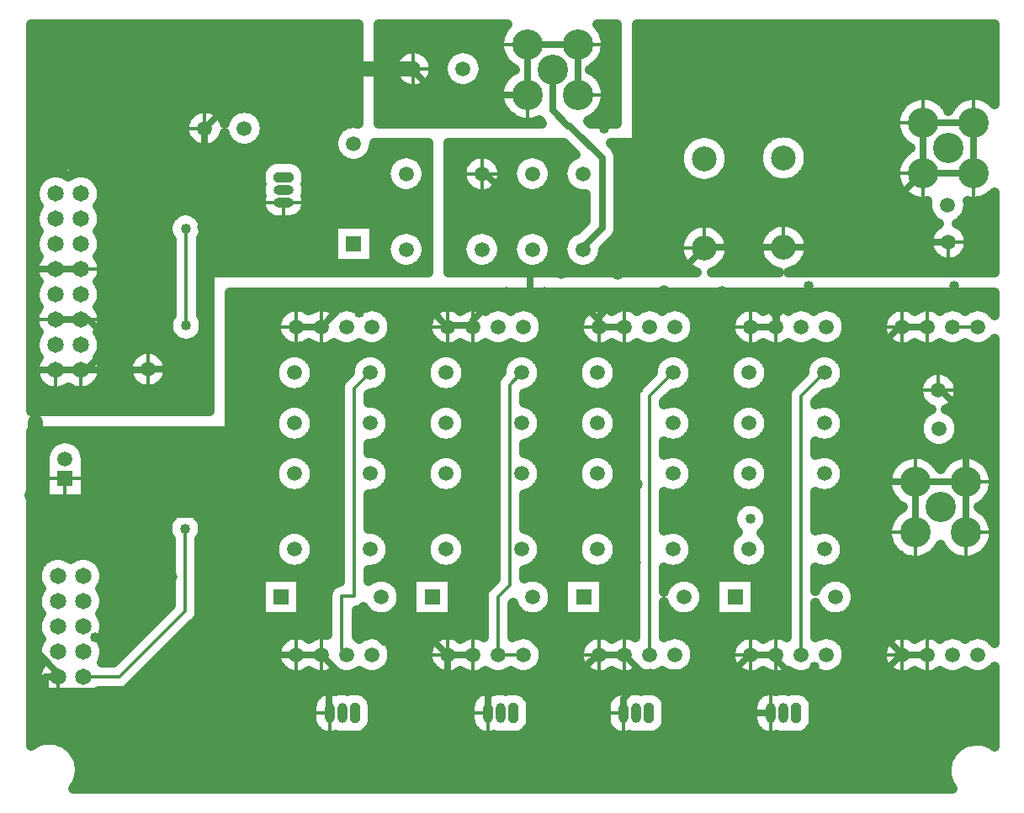
<source format=gbr>
G04 DipTrace 3.3.1.1*
G04 Bottom.gbr*
%MOIN*%
G04 #@! TF.FileFunction,Copper,L2,Bot*
G04 #@! TF.Part,Single*
%AMOUTLINE0*
4,1,8,
0.019685,0.029528,
0.009843,0.03937,
-0.009843,0.03937,
-0.019685,0.029528,
-0.019685,-0.029528,
-0.009843,-0.03937,
0.009843,-0.03937,
0.019685,-0.029528,
0.019685,0.029528,
0*%
%AMOUTLINE3*
4,1,8,
-0.029528,0.019685,
-0.03937,0.009843,
-0.03937,-0.009843,
-0.029528,-0.019685,
0.029528,-0.019685,
0.03937,-0.009843,
0.03937,0.009843,
0.029528,0.019685,
-0.029528,0.019685,
0*%
G04 #@! TA.AperFunction,Conductor*
%ADD14C,0.027559*%
G04 #@! TA.AperFunction,ComponentPad*
%ADD15C,0.059055*%
G04 #@! TA.AperFunction,Conductor*
%ADD16C,0.011811*%
G04 #@! TA.AperFunction,CopperBalancing*
%ADD17C,0.04*%
%ADD18C,0.012992*%
G04 #@! TA.AperFunction,ComponentPad*
%ADD22R,0.059055X0.059055*%
%ADD23C,0.059055*%
%ADD25C,0.098425*%
%ADD26C,0.12*%
%ADD27C,0.065*%
%ADD28O,0.03937X0.07874*%
%ADD29O,0.07874X0.03937*%
%ADD62OUTLINE0*%
%ADD65OUTLINE3*%
%FSLAX26Y26*%
G04*
G70*
G90*
G75*
G01*
G04 Bottom*
%LPD*%
X2805235Y984146D2*
D14*
X2705235D1*
X1505235D2*
X1605235D1*
X2805235D2*
X2875202Y914178D1*
X2906566D1*
X3079748D1*
Y1031702D1*
X3020984Y1090466D1*
X2105235Y984146D2*
X2205235D1*
X3405235D2*
X3305235D1*
X2105235D2*
X2055264Y1034117D1*
X1852684D1*
X1804887Y1081913D1*
X3956906Y1668815D2*
X3804693D1*
Y2192025D1*
X3631480Y2365238D1*
X3444539D1*
X3408495Y2329193D1*
Y2280886D1*
X3405235Y2284146D1*
X2105235D2*
Y2288955D1*
X2205235D1*
Y2284146D1*
X3804693Y2192025D2*
X3905235Y2292567D1*
Y2284146D1*
X3435392Y2599778D2*
X3121346D1*
Y2597210D1*
X2105235Y2284146D2*
X2014369Y2375012D1*
X1696101D1*
X1605235Y2284146D1*
X4005235Y984146D2*
X3905235D1*
X3305235Y2284146D2*
X3405235D1*
X2705235D2*
X2805235D1*
X2205235D2*
Y2310829D1*
X2256579Y2362173D1*
X2417429D1*
Y2369978D1*
X2432172D1*
X2644609D1*
X2700348Y2314239D1*
Y2289033D1*
X2705235Y2284146D1*
X3905235D2*
X4005235D1*
X1605235D2*
X1505819D1*
Y2284320D1*
X3405235Y2284146D2*
Y2325353D1*
X3360164Y2370424D1*
X2962248D1*
X2752375D1*
X2704150Y2322198D1*
Y2284146D1*
X2805235D1*
X3435392Y2599778D2*
X3441491D1*
X3956906Y1668815D2*
X4156906D1*
Y1468815D1*
X3956906Y1668815D2*
Y1468815D1*
X3435392Y2599778D2*
Y2601547D1*
X2240450Y2890957D2*
X2254155D1*
X2329916Y2815196D1*
Y2591974D1*
X2428925Y2492965D1*
X2550875D1*
Y2495748D1*
X2778406D1*
X2980528D1*
Y2520000D1*
X3044136D1*
X3121346Y2597210D1*
X2419766Y3204907D2*
Y3404907D1*
X2619766D1*
Y3204907D1*
X2428925Y2492965D2*
X2432172Y2489718D1*
Y2369978D1*
X3435392Y2599778D2*
X3692886D1*
X3826007Y2732899D1*
X3985138Y2892030D1*
X3988845D1*
X4188845Y3092030D2*
X3988845D1*
Y2892030D1*
X4188845Y3092030D2*
Y2892030D1*
X3988845D2*
X4188845D1*
X3905235Y984146D2*
X3907870D1*
X3804693Y1087323D1*
Y1668815D1*
X3079748Y914178D2*
X3232024D1*
X3305235Y987390D1*
Y984146D1*
X3405235D2*
X3411289D1*
Y960121D1*
X3485059Y886350D1*
X3803480D1*
X3905235Y988105D1*
Y984146D1*
X1505235Y990276D2*
Y984146D1*
X1605235D2*
X1689117Y900264D1*
X1736018D1*
X2009787D1*
X2105235D1*
Y984146D1*
Y900264D2*
X2201583D1*
X2325992D1*
X2480820D1*
X2609591D1*
X2629324Y919997D1*
Y915816D1*
X2697654Y984146D1*
X2705235D1*
X2398142Y1090466D2*
X2480820Y1007787D1*
Y900264D1*
X4049252Y2032387D2*
X4059538D1*
X4156906Y1935020D1*
Y1668815D1*
X1968819Y3307402D2*
Y3299458D1*
X2078986Y3189291D1*
X2289259D1*
X2318644Y3204907D1*
X2419766D1*
X4089256Y2619740D2*
X3921176D1*
X3826007Y2714909D1*
Y2732899D1*
X2694209Y841054D2*
X2504448D1*
X2506568Y838933D1*
X2440033D1*
X2283945D1*
X2263602Y818591D1*
Y752854D1*
X651496Y2111873D2*
X670883D1*
X726497Y2167487D1*
Y2265441D1*
X680066Y2311873D1*
X651496D1*
Y2111873D2*
X551496D1*
Y2311873D2*
X651496D1*
X551496Y2511873D2*
X651496D1*
X560846Y896051D2*
Y911560D1*
X457470Y1014937D1*
Y1618146D1*
D15*
X472756D1*
Y1681982D1*
Y1908189D1*
D14*
X463743D1*
Y2111873D1*
Y2270140D1*
X469211Y2275609D1*
Y2511873D1*
X551496D1*
X651496Y2111873D2*
X917479D1*
Y2115190D1*
X1522227Y839043D2*
X1538709D1*
X1635867D1*
Y752854D1*
X1636432D1*
X1635867Y839043D2*
X1788496D1*
X1786486Y841054D1*
X2143627D1*
X2205039D1*
X2263602D1*
Y752854D1*
X2801139Y761856D2*
Y752854D1*
Y810699D1*
X2831049Y840609D1*
X3209556D1*
X3383493Y752854D2*
X3297311D1*
X3209556Y840609D1*
X2694209Y841054D2*
X2756239D1*
X2810143D1*
Y819703D1*
X2801139Y810699D1*
X551496Y2111873D2*
X463743D1*
X1131832Y2572448D2*
Y2155454D1*
X1091568Y2115190D1*
X917479D1*
X1142047Y3071181D2*
X1131832Y2572448D1*
X1968819Y3307402D2*
D15*
X1378268D1*
D14*
X1254793Y3183927D1*
X1142047Y3071181D1*
X1538709Y839043D2*
X1393606Y984146D1*
X1131474Y1246278D1*
Y1539816D1*
X472756D1*
Y1618146D1*
X1505235Y984146D2*
X1393606D1*
X560846Y896051D2*
X512126D1*
Y839043D1*
X1522227D1*
X1130811Y2046379D2*
X1131832Y2155454D1*
X1254512Y3184207D2*
X1254793Y3183927D1*
X2553659Y2494302D2*
X2550875Y2495748D1*
X2980528Y2528617D2*
Y2520000D1*
X2778406Y2491520D2*
Y2495748D1*
X2032331Y2391573D2*
Y2375012D1*
X2014369D1*
X2962248Y2430819D2*
Y2370424D1*
X1736018Y902606D2*
Y900264D1*
X2009787Y897608D2*
Y900264D1*
X2205039Y826764D2*
Y841054D1*
X2325992Y897608D2*
Y900264D1*
X2201583Y897608D2*
Y900264D1*
X2440033Y826764D2*
Y838933D1*
X2605911Y902791D2*
X2629324Y919997D1*
X2906566Y911430D2*
Y914178D1*
X2756239Y835403D2*
Y841054D1*
X3089722Y909703D2*
Y914178D1*
X3079748D1*
X589007Y1681982D2*
D16*
X472756D1*
X2405235Y984146D2*
X2305235D1*
Y1213850D1*
X2350669Y1259285D1*
Y2054782D1*
X2397829Y2101942D1*
X2905235Y984146D2*
Y2009348D1*
X2997829Y2101942D1*
X3505235Y984146D2*
Y2009348D1*
X3597829Y2101942D1*
X4205235Y2284146D2*
X4105235D1*
X1705235Y984146D2*
X1708214D1*
X1685714Y1006646D1*
Y1215759D1*
X1734816D1*
Y2038929D1*
X1797829Y2101942D1*
X2519766Y3304907D2*
D14*
Y3142815D1*
X2582088Y3080493D1*
X2589428D1*
X2716850Y2953071D1*
Y2677480D1*
X2633665Y2594295D1*
X2640450Y2587510D1*
Y2590957D1*
X1066867Y2673642D2*
D16*
X1068932D1*
Y2288692D1*
X1064568Y1484619D2*
Y1155386D1*
X805234Y896051D1*
X660846D1*
D17*
X3020984Y1090466D3*
X1804887Y1081913D3*
X2398142Y1090466D3*
X2694209Y841054D3*
X1522227Y839043D3*
X2143627Y841054D3*
X3209556Y840609D3*
X2694209Y841054D3*
X1131832Y2572448D3*
D3*
X1522227Y839043D3*
X1066867Y2673642D3*
X1068932Y2288692D3*
X1064568Y1484619D3*
X1130811Y2046379D3*
X1119824Y1732598D3*
X839676Y2724894D3*
X987831D3*
Y2950831D3*
X1061909Y2936046D3*
X1254512Y3184207D3*
X1349497Y2988972D3*
X1691572Y3091609D3*
X1695276Y3452789D3*
X1691572Y3280508D3*
X2869411Y3239765D3*
Y3432367D3*
Y3321251D3*
X3154612Y3328659D3*
X3428699Y3321251D3*
X3706492Y3317547D3*
X3869463Y3136056D3*
X3954652Y3217542D3*
X4099105Y3221245D3*
X4250965D3*
X4236150Y3450887D3*
X2139495Y2974316D3*
X2334423Y2973325D3*
X2545692Y2974316D3*
X2543469Y2813818D3*
X2373089Y2676773D3*
X2128631Y2624919D3*
X2291604Y2524913D3*
X2553659Y2494302D3*
X1266944Y2395383D3*
X2793551Y2901409D3*
X2884227Y3013828D3*
X2987016Y3072110D3*
X3221261Y3081379D3*
X3353701Y3073971D3*
X3551888Y3077694D3*
X3654638Y3080497D3*
X3754643Y2969381D3*
X3847240Y2873080D3*
X3947245Y2776778D3*
X4025028Y2684181D3*
X4251638Y2795971D3*
X4226812Y2526199D3*
X4035190Y2526841D3*
X3847424Y2523138D3*
X3653841Y2524913D3*
X3273135D3*
X2980528Y2528617D3*
X2778406Y2491520D3*
X1371159Y2553765D3*
X1299243Y2518657D3*
X2238273Y1605316D3*
X1884175Y2510097D3*
X2017514D3*
X1988526Y2974370D3*
X2013811Y2802706D3*
X2017514Y2665661D3*
X1846151Y2697047D3*
X1350812Y2269681D3*
X1467990Y2418846D3*
X1347109Y2150820D3*
X1343406Y1921178D3*
Y1717463D3*
X1436003Y1580420D3*
X1753014Y2339240D3*
X1821209Y2395277D3*
X2032331Y2391573D3*
X2338000Y2424404D3*
X2487909Y2422827D3*
X2663739Y2414037D3*
X2962248Y2430819D3*
X3191650Y2425244D3*
X3534427Y2447230D3*
X3654638Y2391573D3*
X3858352D3*
X4110190Y2446010D3*
X4232445Y2391573D3*
X4239853Y2169339D3*
X4225037Y1958217D3*
X4232445Y1791542D3*
X4221333Y1317442D3*
X4247261Y1095209D3*
X4232445Y869272D3*
X4239853Y680373D3*
X4025028Y480362D3*
X3743530Y487770D3*
X3480554Y491474D3*
X3143500Y472954D3*
X3201091Y558264D3*
X3510185Y598887D3*
X3619631Y781154D3*
X3755387Y941117D3*
X3748971Y1141383D3*
X487804Y1404786D3*
X509386Y1482154D3*
X662164D3*
X955793D3*
X1176730Y1543381D3*
X1333304Y1396572D3*
X1328589Y1232253D3*
X1398963Y1087801D3*
X1410382Y895841D3*
X1736018Y902606D3*
X838050Y504249D3*
X1290268Y785570D3*
X1310071Y983419D3*
X1190198Y1117433D3*
X1014202Y1292318D3*
X910050Y1395224D3*
X1009286Y1401659D3*
X709549Y1053558D3*
X791525Y989949D3*
X873551Y811088D3*
X943385Y717412D3*
X903849Y608861D3*
X986472Y570056D3*
X948374Y477301D3*
X724854Y476657D3*
X711354Y657353D3*
X480398Y661853D3*
X1783373Y618857D3*
X1897474Y628056D3*
X1904386Y776655D3*
X1831814Y812941D3*
X1940672Y949445D3*
X1962978Y1083749D3*
X2040576Y1130559D3*
X2084715Y1065685D3*
X2009787Y897608D3*
X1837568Y701513D3*
X2217188Y597436D3*
X2205039Y826764D3*
X2325992Y897608D3*
X2201583D3*
X2049529Y564123D3*
X2177051Y548765D3*
X2384740Y584858D3*
X2446945Y648790D3*
X2440033Y826764D3*
X2526428Y942219D3*
X2548891Y1041022D3*
X2593816Y1080764D3*
X2605911Y902791D3*
X2756239Y899336D3*
X2906566Y911430D3*
X2756239Y835403D3*
X2780577Y592591D3*
X2691142Y549160D3*
X2468980Y587622D3*
X2603877Y546409D3*
X2778701Y520927D3*
X2975657Y533593D3*
X2969348Y603445D3*
X2967042Y679892D3*
X2984320Y797390D3*
X3089722Y909703D3*
X3186484Y1001281D3*
X3164106Y1128631D3*
X3278063Y1058942D3*
X3290157Y894152D3*
X3414567Y895879D3*
X3557982Y935936D3*
X3357546Y605593D3*
X3306209Y518392D3*
X3580408Y682228D3*
X4038337Y1084220D3*
X4043521Y1282928D3*
X4003778Y1357227D3*
X3893193Y1381419D3*
X3855180Y1535201D3*
X3875915Y1761555D3*
X3993411Y1796113D3*
X4010690Y1953352D3*
X4135098Y2124413D3*
X3848268Y1853134D3*
X3739411Y1728726D3*
X3604727Y1535710D3*
X1653395Y1334526D3*
X1656455Y1613084D3*
X1628906Y2011024D3*
X2238059Y2029390D3*
X2253365Y1778382D3*
X2247243Y1343710D3*
X2850273Y1349832D3*
X2859457Y1659000D3*
X2862518Y2038573D3*
X3431877Y2017146D3*
X3434938Y1659000D3*
X3441060Y1340648D3*
X1334350Y2726130D3*
X1246272Y2684459D3*
X1132373Y2679671D3*
X1402387Y2614055D3*
X1579929Y2736497D3*
X1595234Y2862001D3*
X1668699Y2935467D3*
X1794203Y2923223D3*
X1846241Y2855879D3*
X3594114Y1095764D3*
X3327801Y823328D3*
X1263720Y1464009D3*
X1858487Y3125255D3*
X2026845Y3131377D3*
X2204387D3*
X2357441Y3116071D3*
X2724130Y3070751D3*
X2749259Y3272185D3*
X2755381Y3440545D3*
X2290097Y3452789D3*
X2060517D3*
X1855425D3*
X2794425Y2689810D3*
X1514105Y3004890D3*
X2133667Y2779289D3*
X2553563Y1605316D3*
X3153534Y1596133D3*
X3303526Y1522667D3*
X3707588Y1332881D3*
X3724117Y1953972D3*
X3730852Y2149268D3*
X3673610Y2240182D3*
X3872273Y2095394D3*
X3980024Y2189675D3*
X3656774Y2812602D3*
X1244774Y2381391D2*
X4267660D1*
X1244774Y2341522D2*
X1444293D1*
X1866576D2*
X2043882D1*
X2466596D2*
X2643865D1*
X3066579D2*
X3243885D1*
X3666598D2*
X3843869D1*
X1244774Y2301654D2*
X1422547D1*
X1888465D2*
X2022029D1*
X2488449D2*
X2622012D1*
X3088469D2*
X3222031D1*
X3688451D2*
X3822014D1*
X1244774Y2261785D2*
X1423875D1*
X1887209D2*
X2023248D1*
X2487228D2*
X2623268D1*
X3087213D2*
X3223252D1*
X3687232D2*
X3823235D1*
X1244774Y2221916D2*
X1449962D1*
X1861301D2*
X2049193D1*
X2461285D2*
X2649176D1*
X3061268D2*
X3249196D1*
X3661287D2*
X3849180D1*
X1244774Y2182047D2*
X1481003D1*
X1514660D2*
X1780995D1*
X1814688D2*
X2080986D1*
X2114678D2*
X2380978D1*
X2414671D2*
X2681005D1*
X2714663D2*
X2980997D1*
X3014655D2*
X3280990D1*
X3314682D2*
X3580980D1*
X3614675D2*
X4267660D1*
X1244774Y2142178D2*
X1423373D1*
X1572290D2*
X1723400D1*
X1872281D2*
X2023392D1*
X2172273D2*
X2323383D1*
X2472265D2*
X2623375D1*
X2772293D2*
X2923367D1*
X3072285D2*
X3223395D1*
X3372276D2*
X3523387D1*
X3672268D2*
X4267660D1*
X1244774Y2102310D2*
X1412715D1*
X1582948D2*
X1712706D1*
X1882938D2*
X2012698D1*
X2182967D2*
X2312690D1*
X2482958D2*
X2612718D1*
X2782950D2*
X2912710D1*
X3082942D2*
X3212701D1*
X3382970D2*
X3512693D1*
X3682962D2*
X4004127D1*
X4094409D2*
X4267660D1*
X1244774Y2062441D2*
X1422978D1*
X1572684D2*
X1678329D1*
X1872676D2*
X2022961D1*
X2172703D2*
X2289689D1*
X2472696D2*
X2622980D1*
X2772688D2*
X2872986D1*
X3072680D2*
X3222965D1*
X3372707D2*
X3473005D1*
X3672698D2*
X3969894D1*
X4128608D2*
X4267660D1*
X1244774Y2022572D2*
X1477020D1*
X1518606D2*
X1673306D1*
X1818634D2*
X2077038D1*
X2118626D2*
X2289150D1*
X2418618D2*
X2677022D1*
X2718610D2*
X2845283D1*
X3018638D2*
X3277042D1*
X3318630D2*
X3445266D1*
X3618621D2*
X3964726D1*
X4133774D2*
X4267660D1*
X1244774Y1982703D2*
X1486134D1*
X1509528D2*
X1673306D1*
X1809520D2*
X2086117D1*
X2109517D2*
X2289150D1*
X2412159D2*
X2686136D1*
X2709531D2*
X2843740D1*
X3009559D2*
X3286121D1*
X3309514D2*
X3443724D1*
X3609542D2*
X3981126D1*
X4117375D2*
X4267660D1*
X1244774Y1942835D2*
X1423768D1*
X1571895D2*
X1673306D1*
X1871887D2*
X2023751D1*
X2171915D2*
X2289150D1*
X2471906D2*
X2623770D1*
X2771898D2*
X2843740D1*
X3071890D2*
X3223753D1*
X3371882D2*
X3443724D1*
X3671909D2*
X3994869D1*
X4107794D2*
X4267660D1*
X1244774Y1902966D2*
X1412715D1*
X1582948D2*
X1673306D1*
X1882938D2*
X2012698D1*
X2182967D2*
X2289150D1*
X2482958D2*
X2612718D1*
X2782950D2*
X2843740D1*
X3082942D2*
X3212701D1*
X3382934D2*
X3443724D1*
X3682962D2*
X3969248D1*
X4133416D2*
X4267660D1*
X457404Y1863097D2*
X1422619D1*
X1573043D2*
X1673306D1*
X1873035D2*
X2022602D1*
X2173063D2*
X2289150D1*
X2473054D2*
X2622622D1*
X2773046D2*
X2843740D1*
X3073038D2*
X3222605D1*
X3373066D2*
X3443724D1*
X3673058D2*
X3968207D1*
X4134457D2*
X4267660D1*
X457404Y1823228D2*
X533301D1*
X644719D2*
X1474184D1*
X1521478D2*
X1673306D1*
X1821470D2*
X2074203D1*
X2121461D2*
X2289150D1*
X2421488D2*
X2674188D1*
X2721480D2*
X2843740D1*
X3021472D2*
X3274171D1*
X3321465D2*
X3443724D1*
X3621455D2*
X3990312D1*
X4112352D2*
X4267660D1*
X457404Y1783360D2*
X507105D1*
X670915D2*
X1673306D1*
X1796315D2*
X2289150D1*
X2412159D2*
X2843740D1*
X2966749D2*
X3443724D1*
X3566732D2*
X4267660D1*
X457404Y1743491D2*
X503875D1*
X674144D2*
X1424161D1*
X1571500D2*
X1673306D1*
X1871528D2*
X2024146D1*
X2171520D2*
X2289150D1*
X2471512D2*
X2624165D1*
X2771503D2*
X2843740D1*
X3071495D2*
X3224148D1*
X3371522D2*
X3443724D1*
X3671514D2*
X3869957D1*
X4043849D2*
X4069975D1*
X4243831D2*
X4267660D1*
X457404Y1703622D2*
X503875D1*
X674144D2*
X1412715D1*
X1582948D2*
X1673306D1*
X1882938D2*
X2012734D1*
X2182930D2*
X2289150D1*
X2482923D2*
X2612718D1*
X2782950D2*
X2843740D1*
X3082942D2*
X3212701D1*
X3382934D2*
X3443724D1*
X3682925D2*
X3846883D1*
X457404Y1663753D2*
X503875D1*
X674144D2*
X1422260D1*
X1573402D2*
X1673306D1*
X1873394D2*
X2022244D1*
X2173421D2*
X2289150D1*
X2473413D2*
X2622262D1*
X2773406D2*
X2843740D1*
X3073396D2*
X3222247D1*
X3373388D2*
X3443724D1*
X3673416D2*
X3841428D1*
X457404Y1623885D2*
X503875D1*
X674144D2*
X1471709D1*
X1523917D2*
X1673306D1*
X1823945D2*
X2071728D1*
X2123937D2*
X2289150D1*
X2423929D2*
X2671711D1*
X2723921D2*
X2843740D1*
X3023949D2*
X3271731D1*
X3323940D2*
X3443724D1*
X3623932D2*
X3850759D1*
X457404Y1584016D2*
X1673306D1*
X1796315D2*
X2289150D1*
X2412159D2*
X2843740D1*
X2966749D2*
X3262617D1*
X3344430D2*
X3443724D1*
X3566732D2*
X3880362D1*
X4233461D2*
X4267660D1*
X457404Y1544147D2*
X1020787D1*
X1108343D2*
X1673306D1*
X1796315D2*
X2289150D1*
X2412159D2*
X2843740D1*
X2966749D2*
X3231218D1*
X3375829D2*
X3443724D1*
X3566732D2*
X3870566D1*
X4243257D2*
X4267660D1*
X457404Y1504278D2*
X991722D1*
X1137409D2*
X1673306D1*
X1796315D2*
X2289150D1*
X2412159D2*
X2843740D1*
X2966749D2*
X3230320D1*
X3376726D2*
X3443724D1*
X3566732D2*
X3847098D1*
X457404Y1464409D2*
X991865D1*
X1137265D2*
X1442068D1*
X1553594D2*
X1673306D1*
X1853585D2*
X2042051D1*
X2153577D2*
X2289150D1*
X2453605D2*
X2642071D1*
X2753597D2*
X2843740D1*
X3053589D2*
X3242055D1*
X3353580D2*
X3443724D1*
X3653608D2*
X3841392D1*
X457404Y1424541D2*
X1003060D1*
X1126070D2*
X1415908D1*
X1579753D2*
X1673306D1*
X1879745D2*
X2015928D1*
X2179738D2*
X2289150D1*
X2479728D2*
X2615912D1*
X2779756D2*
X2843740D1*
X3079748D2*
X3215895D1*
X3379740D2*
X3443724D1*
X3679732D2*
X3850471D1*
X457404Y1384672D2*
X1003060D1*
X1126070D2*
X1414545D1*
X1581081D2*
X1673306D1*
X1881109D2*
X2014564D1*
X2181101D2*
X2289150D1*
X2481092D2*
X2614549D1*
X2781084D2*
X2843740D1*
X3081112D2*
X3214567D1*
X3381104D2*
X3443724D1*
X3681096D2*
X3879609D1*
X4034232D2*
X4079592D1*
X4234214D2*
X4267660D1*
X457404Y1344803D2*
X488302D1*
X733388D2*
X1003060D1*
X1126070D2*
X1436255D1*
X1559407D2*
X1673306D1*
X1859434D2*
X2036239D1*
X2159427D2*
X2289150D1*
X2459419D2*
X2636222D1*
X2759411D2*
X2843740D1*
X3059438D2*
X3236241D1*
X3359429D2*
X3443724D1*
X3659421D2*
X4267660D1*
X748461Y1304934D2*
X1003060D1*
X1126070D2*
X1673306D1*
X1796315D2*
X2289150D1*
X2412159D2*
X2843740D1*
X2966749D2*
X3443724D1*
X3566732D2*
X4267660D1*
X457404Y1265066D2*
X478650D1*
X743042D2*
X1003060D1*
X1126070D2*
X1358996D1*
X1529264D2*
X1652134D1*
X1907950D2*
X1958656D1*
X2128925D2*
X2271136D1*
X2507610D2*
X2558318D1*
X2728585D2*
X2843740D1*
X3107272D2*
X3158014D1*
X3328247D2*
X3443724D1*
X3706932D2*
X4267660D1*
X457404Y1225197D2*
X477967D1*
X743723D2*
X1003060D1*
X1126070D2*
X1358996D1*
X1529264D2*
X1625005D1*
X1925965D2*
X1958656D1*
X2128925D2*
X2244869D1*
X2525625D2*
X2558318D1*
X2728585D2*
X2843740D1*
X3125285D2*
X3158014D1*
X3328247D2*
X3443724D1*
X3724982D2*
X4267660D1*
X748245Y1185328D2*
X1003060D1*
X1126070D2*
X1358996D1*
X1529264D2*
X1624217D1*
X1922052D2*
X1958656D1*
X2128925D2*
X2243720D1*
X2521714D2*
X2558318D1*
X2728585D2*
X2843740D1*
X3121374D2*
X3158014D1*
X3328247D2*
X3443724D1*
X3721034D2*
X4267660D1*
X457404Y1145459D2*
X488804D1*
X732887D2*
X969329D1*
X1125209D2*
X1358996D1*
X1529264D2*
X1624217D1*
X1747224D2*
X1792728D1*
X1890761D2*
X1958656D1*
X2128925D2*
X2243720D1*
X2366730D2*
X2392425D1*
X2490458D2*
X2558318D1*
X2728585D2*
X2843740D1*
X2966749D2*
X2992085D1*
X3090119D2*
X3158014D1*
X3328247D2*
X3443724D1*
X3566732D2*
X3591747D1*
X3689780D2*
X4267660D1*
X748388Y1105591D2*
X929462D1*
X1100089D2*
X1624217D1*
X1747224D2*
X2243720D1*
X2366730D2*
X2843740D1*
X2966749D2*
X3443724D1*
X3566732D2*
X4267660D1*
X457404Y1065722D2*
X478398D1*
X743293D2*
X889594D1*
X1060222D2*
X1624217D1*
X1747224D2*
X2243720D1*
X2366730D2*
X2843740D1*
X2966749D2*
X3443724D1*
X3566732D2*
X4267660D1*
X457404Y1025853D2*
X478219D1*
X743472D2*
X849728D1*
X1020354D2*
X1431661D1*
X1878812D2*
X2031646D1*
X2478832D2*
X2631664D1*
X3078815D2*
X3231648D1*
X3678835D2*
X3831631D1*
X748353Y985984D2*
X809824D1*
X980488D2*
X1420143D1*
X1890331D2*
X2020126D1*
X2490350D2*
X2620146D1*
X3090335D2*
X3220130D1*
X3690353D2*
X3820113D1*
X457404Y946115D2*
X489164D1*
X940621D2*
X1429580D1*
X1880894D2*
X2029564D1*
X2480913D2*
X2629584D1*
X3080896D2*
X3229567D1*
X3680881D2*
X3829587D1*
X900753Y906247D2*
X1478562D1*
X1531885D2*
X1578571D1*
X1631894D2*
X1678580D1*
X1731903D2*
X1778591D1*
X1831912D2*
X2078581D1*
X2131903D2*
X2178591D1*
X2231877D2*
X2278564D1*
X2331886D2*
X2378573D1*
X2431895D2*
X2678566D1*
X2731887D2*
X2778575D1*
X2831896D2*
X2878584D1*
X2931906D2*
X2978593D1*
X3031879D2*
X3278585D1*
X3331907D2*
X3378558D1*
X3431879D2*
X3478567D1*
X3531888D2*
X3578576D1*
X3631899D2*
X3878568D1*
X3931890D2*
X3978577D1*
X4031899D2*
X4078587D1*
X4131908D2*
X4178560D1*
X4231882D2*
X4267660D1*
X457404Y866378D2*
X478147D1*
X860886D2*
X4267660D1*
X457404Y826509D2*
X509546D1*
X712146D2*
X1585856D1*
X1788958D2*
X2213039D1*
X2416142D2*
X2750585D1*
X2953688D2*
X3332913D1*
X3536016D2*
X4267660D1*
X457404Y786640D2*
X1562567D1*
X1811529D2*
X2189715D1*
X2438713D2*
X2727260D1*
X2976259D2*
X3309625D1*
X3558587D2*
X4267660D1*
X457404Y746772D2*
X1561131D1*
X1811709D2*
X2188315D1*
X2438892D2*
X2725861D1*
X2976438D2*
X3308226D1*
X3558766D2*
X4267660D1*
X457404Y706903D2*
X1566156D1*
X1809017D2*
X2193340D1*
X2436201D2*
X2730885D1*
X2973747D2*
X3313213D1*
X3556112D2*
X4267660D1*
X457404Y667034D2*
X1605844D1*
X1772739D2*
X2232991D1*
X2399923D2*
X2770537D1*
X2937467D2*
X3352902D1*
X3519797D2*
X4267660D1*
X598500Y627165D2*
X4135463D1*
X635245Y587297D2*
X4094735D1*
X649348Y547428D2*
X4078946D1*
X649169Y507559D2*
X4077690D1*
X634707Y467690D2*
X4090500D1*
X3171192Y1294080D2*
X3324260D1*
Y1131825D1*
X3162005D1*
Y1294080D1*
X3171192D1*
X3721648Y1206588D2*
X3720899Y1200261D1*
X3719656Y1194014D1*
X3717928Y1187883D1*
X3715722Y1181907D1*
X3713055Y1176122D1*
X3709944Y1170564D1*
X3706404Y1165268D1*
X3702461Y1160265D1*
X3698136Y1155587D1*
X3693458Y1151262D1*
X3688455Y1147319D1*
X3683159Y1143780D1*
X3677601Y1140668D1*
X3671816Y1138001D1*
X3665840Y1135795D1*
X3659709Y1134067D1*
X3653462Y1132824D1*
X3647135Y1132075D1*
X3640770Y1131825D1*
X3634406Y1132075D1*
X3628079Y1132824D1*
X3621832Y1134067D1*
X3615701Y1135795D1*
X3609724Y1138001D1*
X3603940Y1140668D1*
X3598382Y1143780D1*
X3593085Y1147319D1*
X3588083Y1151262D1*
X3583404Y1155587D1*
X3579080Y1160265D1*
X3575136Y1165268D1*
X3571597Y1170564D1*
X3568486Y1176122D1*
X3565819Y1181907D1*
X3562743Y1190972D1*
X3562846Y1053319D1*
X3568404Y1056430D1*
X3574189Y1059097D1*
X3580165Y1061303D1*
X3586297Y1063031D1*
X3592543Y1064274D1*
X3598870Y1065024D1*
X3605235Y1065273D1*
X3611600Y1065024D1*
X3617927Y1064274D1*
X3624173Y1063031D1*
X3630304Y1061303D1*
X3636281Y1059097D1*
X3642066Y1056430D1*
X3647623Y1053319D1*
X3652920Y1049780D1*
X3657923Y1045836D1*
X3662601Y1041512D1*
X3666925Y1036833D1*
X3670869Y1031831D1*
X3674408Y1026534D1*
X3677520Y1020976D1*
X3680186Y1015192D1*
X3682392Y1009215D1*
X3684121Y1003084D1*
X3685364Y996837D1*
X3686113Y990510D1*
X3686362Y984146D1*
X3686113Y977781D1*
X3685364Y971454D1*
X3684121Y965207D1*
X3682392Y959076D1*
X3680186Y953100D1*
X3677520Y947315D1*
X3674408Y941757D1*
X3670869Y936461D1*
X3666925Y931458D1*
X3662601Y926780D1*
X3657923Y922455D1*
X3652920Y918512D1*
X3647623Y914972D1*
X3642066Y911861D1*
X3636281Y909194D1*
X3630304Y906988D1*
X3624173Y905260D1*
X3617927Y904017D1*
X3611600Y903268D1*
X3605235Y903018D1*
X3598870Y903268D1*
X3592543Y904017D1*
X3586297Y905260D1*
X3580165Y906988D1*
X3574189Y909194D1*
X3568404Y911861D1*
X3562846Y914972D1*
X3555302Y920283D1*
X3547623Y914972D1*
X3542066Y911861D1*
X3536281Y909194D1*
X3530304Y906988D1*
X3524173Y905260D1*
X3517927Y904017D1*
X3511600Y903268D1*
X3505235Y903018D1*
X3498870Y903268D1*
X3492543Y904017D1*
X3486297Y905260D1*
X3480165Y906988D1*
X3474189Y909194D1*
X3468404Y911861D1*
X3462846Y914972D1*
X3455302Y920283D1*
X3447756Y915054D1*
X3439677Y910693D1*
X3431157Y907272D1*
X3422304Y904835D1*
X3413234Y903413D1*
X3404060Y903026D1*
X3394903Y903678D1*
X3385877Y905361D1*
X3377098Y908054D1*
X3368681Y911720D1*
X3360732Y916314D1*
X3355238Y920261D1*
X3347756Y915054D1*
X3339677Y910693D1*
X3331157Y907272D1*
X3322304Y904835D1*
X3313234Y903413D1*
X3304060Y903026D1*
X3294903Y903678D1*
X3285877Y905361D1*
X3277098Y908054D1*
X3268681Y911720D1*
X3260732Y916314D1*
X3253352Y921777D1*
X3246638Y928038D1*
X3240673Y935018D1*
X3235535Y942629D1*
X3231291Y950770D1*
X3227993Y959339D1*
X3225685Y968226D1*
X3224395Y977315D1*
X3224142Y986493D1*
X3224927Y995642D1*
X3226739Y1004642D1*
X3229558Y1013381D1*
X3233345Y1021744D1*
X3238054Y1029626D1*
X3243623Y1036925D1*
X3249982Y1043549D1*
X3257047Y1049412D1*
X3264731Y1054438D1*
X3272933Y1058566D1*
X3281549Y1061739D1*
X3290467Y1063917D1*
X3299575Y1065076D1*
X3308756Y1065197D1*
X3317891Y1064280D1*
X3326865Y1062336D1*
X3335562Y1059392D1*
X3343869Y1055483D1*
X3351682Y1050661D1*
X3355227Y1048033D1*
X3363150Y1053504D1*
X3371256Y1057815D1*
X3379797Y1061182D1*
X3388664Y1063563D1*
X3397744Y1064927D1*
X3406920Y1065256D1*
X3416073Y1064546D1*
X3425089Y1062806D1*
X3433849Y1060059D1*
X3442244Y1056340D1*
X3447726Y1053251D1*
X3447907Y2013860D1*
X3449318Y2022772D1*
X3452106Y2031354D1*
X3456203Y2039395D1*
X3461508Y2046694D1*
X3477564Y2063001D1*
X3516715Y2102154D1*
X3516951Y2108307D1*
X3517701Y2114634D1*
X3518944Y2120881D1*
X3520672Y2127012D1*
X3522878Y2132988D1*
X3525545Y2138773D1*
X3528656Y2144331D1*
X3532196Y2149627D1*
X3536139Y2154630D1*
X3540463Y2159308D1*
X3545142Y2163633D1*
X3550144Y2167576D1*
X3555441Y2171115D1*
X3560999Y2174227D1*
X3566783Y2176894D1*
X3572760Y2179100D1*
X3578891Y2180828D1*
X3585138Y2182071D1*
X3591465Y2182820D1*
X3597829Y2183070D1*
X3604194Y2182820D1*
X3610521Y2182071D1*
X3616768Y2180828D1*
X3622899Y2179100D1*
X3628875Y2176894D1*
X3634660Y2174227D1*
X3640218Y2171115D1*
X3645514Y2167576D1*
X3650517Y2163633D1*
X3655196Y2159308D1*
X3659520Y2154630D1*
X3663463Y2149627D1*
X3667003Y2144331D1*
X3670114Y2138773D1*
X3672781Y2132988D1*
X3674987Y2127012D1*
X3676715Y2120881D1*
X3677958Y2114634D1*
X3678707Y2108307D1*
X3678957Y2101942D1*
X3678707Y2095577D1*
X3677958Y2089251D1*
X3676715Y2083004D1*
X3674987Y2076873D1*
X3672781Y2070896D1*
X3670114Y2065112D1*
X3667003Y2059554D1*
X3663463Y2054257D1*
X3659520Y2049255D1*
X3655196Y2044576D1*
X3650517Y2040252D1*
X3645514Y2036308D1*
X3640218Y2032769D1*
X3634660Y2029657D1*
X3628875Y2026991D1*
X3622899Y2024785D1*
X3616768Y2023056D1*
X3610521Y2021814D1*
X3604194Y2021064D1*
X3598054Y2020823D1*
X3562751Y1985538D1*
X3562740Y1975079D1*
X3572760Y1979100D1*
X3578891Y1980828D1*
X3585138Y1982071D1*
X3591465Y1982820D1*
X3597829Y1983070D1*
X3604194Y1982820D1*
X3610521Y1982071D1*
X3616768Y1980828D1*
X3622899Y1979100D1*
X3628875Y1976894D1*
X3634660Y1974227D1*
X3640218Y1971115D1*
X3645514Y1967576D1*
X3650517Y1963633D1*
X3655196Y1959308D1*
X3659520Y1954630D1*
X3663463Y1949627D1*
X3667003Y1944331D1*
X3670114Y1938773D1*
X3672781Y1932988D1*
X3674987Y1927012D1*
X3676715Y1920881D1*
X3677958Y1914634D1*
X3678707Y1908307D1*
X3678957Y1901942D1*
X3678707Y1895577D1*
X3677958Y1889251D1*
X3676715Y1883004D1*
X3674987Y1876873D1*
X3672781Y1870896D1*
X3670114Y1865112D1*
X3667003Y1859554D1*
X3663463Y1854257D1*
X3659520Y1849255D1*
X3655196Y1844576D1*
X3650517Y1840252D1*
X3645514Y1836308D1*
X3640218Y1832769D1*
X3634660Y1829657D1*
X3628875Y1826991D1*
X3622899Y1824785D1*
X3616768Y1823056D1*
X3610521Y1821814D1*
X3604194Y1821064D1*
X3597829Y1820815D1*
X3591465Y1821064D1*
X3585138Y1821814D1*
X3578891Y1823056D1*
X3572760Y1824785D1*
X3562739Y1828854D1*
X3562740Y1775060D1*
X3572760Y1779100D1*
X3578891Y1780828D1*
X3585138Y1782071D1*
X3591465Y1782820D1*
X3597829Y1783070D1*
X3604194Y1782820D1*
X3610521Y1782071D1*
X3616768Y1780828D1*
X3622899Y1779100D1*
X3628875Y1776894D1*
X3634660Y1774227D1*
X3640218Y1771115D1*
X3645514Y1767576D1*
X3650517Y1763633D1*
X3655196Y1759308D1*
X3659520Y1754630D1*
X3663463Y1749627D1*
X3667003Y1744331D1*
X3670114Y1738773D1*
X3672781Y1732988D1*
X3674987Y1727012D1*
X3676715Y1720881D1*
X3677958Y1714634D1*
X3678707Y1708307D1*
X3678957Y1701942D1*
X3678707Y1695577D1*
X3677958Y1689251D1*
X3676715Y1683004D1*
X3674987Y1676873D1*
X3672781Y1670896D1*
X3670114Y1665112D1*
X3667003Y1659554D1*
X3663463Y1654257D1*
X3659520Y1649255D1*
X3655196Y1644576D1*
X3650517Y1640252D1*
X3645514Y1636308D1*
X3640218Y1632769D1*
X3634660Y1629657D1*
X3628875Y1626991D1*
X3622899Y1624785D1*
X3616768Y1623056D1*
X3610521Y1621814D1*
X3604194Y1621064D1*
X3597829Y1620815D1*
X3591465Y1621064D1*
X3585138Y1621814D1*
X3578891Y1623056D1*
X3572760Y1624785D1*
X3562739Y1628854D1*
X3562740Y1475068D1*
X3572760Y1479100D1*
X3578891Y1480828D1*
X3585138Y1482071D1*
X3591465Y1482820D1*
X3597829Y1483070D1*
X3604194Y1482820D1*
X3610521Y1482071D1*
X3616768Y1480828D1*
X3622899Y1479100D1*
X3628875Y1476894D1*
X3634660Y1474227D1*
X3640218Y1471115D1*
X3645514Y1467576D1*
X3650517Y1463633D1*
X3655196Y1459308D1*
X3659520Y1454630D1*
X3663463Y1449627D1*
X3667003Y1444331D1*
X3670114Y1438773D1*
X3672781Y1432988D1*
X3674987Y1427012D1*
X3676715Y1420881D1*
X3677958Y1414634D1*
X3678707Y1408307D1*
X3678957Y1401942D1*
X3678707Y1395577D1*
X3677958Y1389251D1*
X3676715Y1383004D1*
X3674987Y1376873D1*
X3672781Y1370896D1*
X3670114Y1365112D1*
X3667003Y1359554D1*
X3663463Y1354257D1*
X3659520Y1349255D1*
X3655196Y1344576D1*
X3650517Y1340252D1*
X3645514Y1336308D1*
X3640218Y1332769D1*
X3634660Y1329657D1*
X3628875Y1326991D1*
X3622899Y1324785D1*
X3616768Y1323056D1*
X3610521Y1321814D1*
X3604194Y1321064D1*
X3597829Y1320815D1*
X3591465Y1321064D1*
X3585138Y1321814D1*
X3578891Y1323056D1*
X3572760Y1324785D1*
X3562739Y1328854D1*
X3562740Y1235147D1*
X3565819Y1243999D1*
X3568486Y1249783D1*
X3571597Y1255341D1*
X3575136Y1260638D1*
X3579080Y1265640D1*
X3583404Y1270319D1*
X3588083Y1274643D1*
X3593085Y1278587D1*
X3598382Y1282126D1*
X3603940Y1285238D1*
X3609724Y1287904D1*
X3615701Y1290110D1*
X3621832Y1291839D1*
X3628079Y1293081D1*
X3634406Y1293831D1*
X3640770Y1294080D1*
X3647135Y1293831D1*
X3653462Y1293081D1*
X3659709Y1291839D1*
X3665840Y1290110D1*
X3671816Y1287904D1*
X3677601Y1285238D1*
X3683159Y1282126D1*
X3688455Y1278587D1*
X3693458Y1274643D1*
X3698136Y1270319D1*
X3702461Y1265640D1*
X3706404Y1260638D1*
X3709944Y1255341D1*
X3713055Y1249783D1*
X3715722Y1243999D1*
X3717928Y1238022D1*
X3719656Y1231891D1*
X3720899Y1225644D1*
X3721648Y1219318D1*
X3721898Y1212953D1*
X3721648Y1206588D1*
X2571521Y1294080D2*
X2724589D1*
Y1131825D1*
X2562335D1*
Y1294080D1*
X2571521D1*
X3121978Y1206588D2*
X3121228Y1200261D1*
X3119986Y1194014D1*
X3118257Y1187883D1*
X3116051Y1181907D1*
X3113385Y1176122D1*
X3110273Y1170564D1*
X3106734Y1165268D1*
X3102790Y1160265D1*
X3098466Y1155587D1*
X3093787Y1151262D1*
X3088785Y1147319D1*
X3083488Y1143780D1*
X3077930Y1140668D1*
X3072146Y1138001D1*
X3066169Y1135795D1*
X3060038Y1134067D1*
X3053791Y1132824D1*
X3047465Y1132075D1*
X3041100Y1131825D1*
X3034735Y1132075D1*
X3028408Y1132824D1*
X3022161Y1134067D1*
X3016030Y1135795D1*
X3010054Y1138001D1*
X3004269Y1140668D1*
X2998711Y1143780D1*
X2993415Y1147319D1*
X2988412Y1151262D1*
X2983734Y1155587D1*
X2979409Y1160265D1*
X2975466Y1165268D1*
X2971927Y1170564D1*
X2968815Y1176122D1*
X2966148Y1181907D1*
X2962734Y1192169D1*
X2962846Y1053319D1*
X2968404Y1056430D1*
X2974189Y1059097D1*
X2980165Y1061303D1*
X2986297Y1063031D1*
X2992543Y1064274D1*
X2998870Y1065024D1*
X3005235Y1065273D1*
X3011600Y1065024D1*
X3017927Y1064274D1*
X3024173Y1063031D1*
X3030304Y1061303D1*
X3036281Y1059097D1*
X3042066Y1056430D1*
X3047623Y1053319D1*
X3052920Y1049780D1*
X3057923Y1045836D1*
X3062601Y1041512D1*
X3066925Y1036833D1*
X3070869Y1031831D1*
X3074408Y1026534D1*
X3077520Y1020976D1*
X3080186Y1015192D1*
X3082392Y1009215D1*
X3084121Y1003084D1*
X3085364Y996837D1*
X3086113Y990510D1*
X3086362Y984146D1*
X3086113Y977781D1*
X3085364Y971454D1*
X3084121Y965207D1*
X3082392Y959076D1*
X3080186Y953100D1*
X3077520Y947315D1*
X3074408Y941757D1*
X3070869Y936461D1*
X3066925Y931458D1*
X3062601Y926780D1*
X3057923Y922455D1*
X3052920Y918512D1*
X3047623Y914972D1*
X3042066Y911861D1*
X3036281Y909194D1*
X3030304Y906988D1*
X3024173Y905260D1*
X3017927Y904017D1*
X3011600Y903268D1*
X3005235Y903018D1*
X2998870Y903268D1*
X2992543Y904017D1*
X2986297Y905260D1*
X2980165Y906988D1*
X2974189Y909194D1*
X2968404Y911861D1*
X2962846Y914972D1*
X2955302Y920283D1*
X2947623Y914972D1*
X2942066Y911861D1*
X2936281Y909194D1*
X2930304Y906988D1*
X2924173Y905260D1*
X2917927Y904017D1*
X2911600Y903268D1*
X2905235Y903018D1*
X2898870Y903268D1*
X2892543Y904017D1*
X2886297Y905260D1*
X2880165Y906988D1*
X2874189Y909194D1*
X2868404Y911861D1*
X2862846Y914972D1*
X2855302Y920283D1*
X2847756Y915054D1*
X2839677Y910693D1*
X2831157Y907272D1*
X2822304Y904835D1*
X2813234Y903413D1*
X2804060Y903026D1*
X2794903Y903678D1*
X2785877Y905361D1*
X2777098Y908054D1*
X2768681Y911720D1*
X2760732Y916314D1*
X2755238Y920261D1*
X2747756Y915054D1*
X2739677Y910693D1*
X2731157Y907272D1*
X2722304Y904835D1*
X2713234Y903413D1*
X2704060Y903026D1*
X2694903Y903678D1*
X2685877Y905361D1*
X2677098Y908054D1*
X2668681Y911720D1*
X2660732Y916314D1*
X2653352Y921777D1*
X2646638Y928038D1*
X2640673Y935018D1*
X2635535Y942629D1*
X2631291Y950770D1*
X2627993Y959339D1*
X2625685Y968226D1*
X2624395Y977315D1*
X2624142Y986493D1*
X2624927Y995642D1*
X2626739Y1004642D1*
X2629558Y1013381D1*
X2633345Y1021744D1*
X2638054Y1029626D1*
X2643623Y1036925D1*
X2649982Y1043549D1*
X2657047Y1049412D1*
X2664731Y1054438D1*
X2672933Y1058566D1*
X2681549Y1061739D1*
X2690467Y1063917D1*
X2699575Y1065076D1*
X2708756Y1065197D1*
X2717891Y1064280D1*
X2726865Y1062336D1*
X2735562Y1059392D1*
X2743869Y1055483D1*
X2751682Y1050661D1*
X2755227Y1048033D1*
X2763150Y1053504D1*
X2771256Y1057815D1*
X2779797Y1061182D1*
X2788664Y1063563D1*
X2797744Y1064927D1*
X2806920Y1065256D1*
X2816073Y1064546D1*
X2825089Y1062806D1*
X2833849Y1060059D1*
X2842244Y1056340D1*
X2847726Y1053251D1*
X2847907Y2013860D1*
X2849318Y2022772D1*
X2852106Y2031354D1*
X2856203Y2039395D1*
X2861508Y2046694D1*
X2877564Y2063001D1*
X2916715Y2102154D1*
X2916951Y2108307D1*
X2917701Y2114634D1*
X2918944Y2120881D1*
X2920672Y2127012D1*
X2922878Y2132988D1*
X2925545Y2138773D1*
X2928656Y2144331D1*
X2932196Y2149627D1*
X2936139Y2154630D1*
X2940463Y2159308D1*
X2945142Y2163633D1*
X2950144Y2167576D1*
X2955441Y2171115D1*
X2960999Y2174227D1*
X2966783Y2176894D1*
X2972760Y2179100D1*
X2978891Y2180828D1*
X2985138Y2182071D1*
X2991465Y2182820D1*
X2997829Y2183070D1*
X3004194Y2182820D1*
X3010521Y2182071D1*
X3016768Y2180828D1*
X3022899Y2179100D1*
X3028875Y2176894D1*
X3034660Y2174227D1*
X3040218Y2171115D1*
X3045514Y2167576D1*
X3050517Y2163633D1*
X3055196Y2159308D1*
X3059520Y2154630D1*
X3063463Y2149627D1*
X3067003Y2144331D1*
X3070114Y2138773D1*
X3072781Y2132988D1*
X3074987Y2127012D1*
X3076715Y2120881D1*
X3077958Y2114634D1*
X3078707Y2108307D1*
X3078957Y2101942D1*
X3078707Y2095577D1*
X3077958Y2089251D1*
X3076715Y2083004D1*
X3074987Y2076873D1*
X3072781Y2070896D1*
X3070114Y2065112D1*
X3067003Y2059554D1*
X3063463Y2054257D1*
X3059520Y2049255D1*
X3055196Y2044576D1*
X3050517Y2040252D1*
X3045514Y2036308D1*
X3040218Y2032769D1*
X3034660Y2029657D1*
X3028875Y2026991D1*
X3022899Y2024785D1*
X3016768Y2023056D1*
X3010521Y2021814D1*
X3004194Y2021064D1*
X2998054Y2020823D1*
X2962751Y1985538D1*
X2962740Y1975079D1*
X2972760Y1979100D1*
X2978891Y1980828D1*
X2985138Y1982071D1*
X2991465Y1982820D1*
X2997829Y1983070D1*
X3004194Y1982820D1*
X3010521Y1982071D1*
X3016768Y1980828D1*
X3022899Y1979100D1*
X3028875Y1976894D1*
X3034660Y1974227D1*
X3040218Y1971115D1*
X3045514Y1967576D1*
X3050517Y1963633D1*
X3055196Y1959308D1*
X3059520Y1954630D1*
X3063463Y1949627D1*
X3067003Y1944331D1*
X3070114Y1938773D1*
X3072781Y1932988D1*
X3074987Y1927012D1*
X3076715Y1920881D1*
X3077958Y1914634D1*
X3078707Y1908307D1*
X3078957Y1901942D1*
X3078707Y1895577D1*
X3077958Y1889251D1*
X3076715Y1883004D1*
X3074987Y1876873D1*
X3072781Y1870896D1*
X3070114Y1865112D1*
X3067003Y1859554D1*
X3063463Y1854257D1*
X3059520Y1849255D1*
X3055196Y1844576D1*
X3050517Y1840252D1*
X3045514Y1836308D1*
X3040218Y1832769D1*
X3034660Y1829657D1*
X3028875Y1826991D1*
X3022899Y1824785D1*
X3016768Y1823056D1*
X3010521Y1821814D1*
X3004194Y1821064D1*
X2997829Y1820815D1*
X2991465Y1821064D1*
X2985138Y1821814D1*
X2978891Y1823056D1*
X2972760Y1824785D1*
X2962739Y1828854D1*
X2962740Y1775060D1*
X2972760Y1779100D1*
X2978891Y1780828D1*
X2985138Y1782071D1*
X2991465Y1782820D1*
X2997829Y1783070D1*
X3004194Y1782820D1*
X3010521Y1782071D1*
X3016768Y1780828D1*
X3022899Y1779100D1*
X3028875Y1776894D1*
X3034660Y1774227D1*
X3040218Y1771115D1*
X3045514Y1767576D1*
X3050517Y1763633D1*
X3055196Y1759308D1*
X3059520Y1754630D1*
X3063463Y1749627D1*
X3067003Y1744331D1*
X3070114Y1738773D1*
X3072781Y1732988D1*
X3074987Y1727012D1*
X3076715Y1720881D1*
X3077958Y1714634D1*
X3078707Y1708307D1*
X3078957Y1701942D1*
X3078707Y1695577D1*
X3077958Y1689251D1*
X3076715Y1683004D1*
X3074987Y1676873D1*
X3072781Y1670896D1*
X3070114Y1665112D1*
X3067003Y1659554D1*
X3063463Y1654257D1*
X3059520Y1649255D1*
X3055196Y1644576D1*
X3050517Y1640252D1*
X3045514Y1636308D1*
X3040218Y1632769D1*
X3034660Y1629657D1*
X3028875Y1626991D1*
X3022899Y1624785D1*
X3016768Y1623056D1*
X3010521Y1621814D1*
X3004194Y1621064D1*
X2997829Y1620815D1*
X2991465Y1621064D1*
X2985138Y1621814D1*
X2978891Y1623056D1*
X2972760Y1624785D1*
X2962739Y1628854D1*
X2962740Y1475068D1*
X2972760Y1479100D1*
X2978891Y1480828D1*
X2985138Y1482071D1*
X2991465Y1482820D1*
X2997829Y1483070D1*
X3004194Y1482820D1*
X3010521Y1482071D1*
X3016768Y1480828D1*
X3022899Y1479100D1*
X3028875Y1476894D1*
X3034660Y1474227D1*
X3040218Y1471115D1*
X3045514Y1467576D1*
X3050517Y1463633D1*
X3055196Y1459308D1*
X3059520Y1454630D1*
X3063463Y1449627D1*
X3067003Y1444331D1*
X3070114Y1438773D1*
X3072781Y1432988D1*
X3074987Y1427012D1*
X3076715Y1420881D1*
X3077958Y1414634D1*
X3078707Y1408307D1*
X3078957Y1401942D1*
X3078707Y1395577D1*
X3077958Y1389251D1*
X3076715Y1383004D1*
X3074987Y1376873D1*
X3072781Y1370896D1*
X3070114Y1365112D1*
X3067003Y1359554D1*
X3063463Y1354257D1*
X3059520Y1349255D1*
X3055196Y1344576D1*
X3050517Y1340252D1*
X3045514Y1336308D1*
X3040218Y1332769D1*
X3034660Y1329657D1*
X3028875Y1326991D1*
X3022899Y1324785D1*
X3016768Y1323056D1*
X3010521Y1321814D1*
X3004194Y1321064D1*
X2997829Y1320815D1*
X2991465Y1321064D1*
X2985138Y1321814D1*
X2978891Y1323056D1*
X2972760Y1324785D1*
X2962739Y1328854D1*
X2962740Y1233999D1*
X2966148Y1243999D1*
X2968815Y1249783D1*
X2971927Y1255341D1*
X2975466Y1260638D1*
X2979409Y1265640D1*
X2983734Y1270319D1*
X2988412Y1274643D1*
X2993415Y1278587D1*
X2998711Y1282126D1*
X3004269Y1285238D1*
X3010054Y1287904D1*
X3016030Y1290110D1*
X3022161Y1291839D1*
X3028408Y1293081D1*
X3034735Y1293831D1*
X3041100Y1294080D1*
X3047465Y1293831D1*
X3053791Y1293081D1*
X3060038Y1291839D1*
X3066169Y1290110D1*
X3072146Y1287904D1*
X3077930Y1285238D1*
X3083488Y1282126D1*
X3088785Y1278587D1*
X3093787Y1274643D1*
X3098466Y1270319D1*
X3102790Y1265640D1*
X3106734Y1260638D1*
X3110273Y1255341D1*
X3113385Y1249783D1*
X3116051Y1243999D1*
X3118257Y1238022D1*
X3119986Y1231891D1*
X3121228Y1225644D1*
X3121978Y1219318D1*
X3122227Y1212953D1*
X3121978Y1206588D1*
X1971850Y1294080D2*
X2124919D1*
Y1131825D1*
X1962664D1*
Y1294080D1*
X1971850D1*
X2522307Y1206588D2*
X2521558Y1200261D1*
X2520315Y1194014D1*
X2518587Y1187883D1*
X2516381Y1181907D1*
X2513714Y1176122D1*
X2510602Y1170564D1*
X2507063Y1165268D1*
X2503119Y1160265D1*
X2498795Y1155587D1*
X2494117Y1151262D1*
X2489114Y1147319D1*
X2483818Y1143780D1*
X2478260Y1140668D1*
X2472475Y1138001D1*
X2466499Y1135795D1*
X2460367Y1134067D1*
X2454121Y1132824D1*
X2447794Y1132075D1*
X2441429Y1131825D1*
X2435064Y1132075D1*
X2428738Y1132824D1*
X2422491Y1134067D1*
X2416360Y1135795D1*
X2410383Y1138001D1*
X2404598Y1140668D1*
X2399041Y1143780D1*
X2393744Y1147319D1*
X2388741Y1151262D1*
X2384063Y1155587D1*
X2379739Y1160265D1*
X2375795Y1165268D1*
X2372256Y1170564D1*
X2369144Y1176122D1*
X2366478Y1181907D1*
X2363469Y1190732D1*
X2362740Y1186291D1*
X2362846Y1053319D1*
X2368404Y1056430D1*
X2374189Y1059097D1*
X2380165Y1061303D1*
X2386297Y1063031D1*
X2392543Y1064274D1*
X2398870Y1065024D1*
X2405235Y1065273D1*
X2411600Y1065024D1*
X2417927Y1064274D1*
X2424173Y1063031D1*
X2430304Y1061303D1*
X2436281Y1059097D1*
X2442066Y1056430D1*
X2447623Y1053319D1*
X2452920Y1049780D1*
X2457923Y1045836D1*
X2462601Y1041512D1*
X2466925Y1036833D1*
X2470869Y1031831D1*
X2474408Y1026534D1*
X2477520Y1020976D1*
X2480186Y1015192D1*
X2482392Y1009215D1*
X2484121Y1003084D1*
X2485364Y996837D1*
X2486113Y990510D1*
X2486362Y984146D1*
X2486113Y977781D1*
X2485364Y971454D1*
X2484121Y965207D1*
X2482392Y959076D1*
X2480186Y953100D1*
X2477520Y947315D1*
X2474408Y941757D1*
X2470869Y936461D1*
X2466925Y931458D1*
X2462601Y926780D1*
X2457923Y922455D1*
X2452920Y918512D1*
X2447623Y914972D1*
X2442066Y911861D1*
X2436281Y909194D1*
X2430304Y906988D1*
X2424173Y905260D1*
X2417927Y904017D1*
X2411600Y903268D1*
X2405235Y903018D1*
X2398870Y903268D1*
X2392543Y904017D1*
X2386297Y905260D1*
X2380165Y906988D1*
X2374189Y909194D1*
X2368404Y911861D1*
X2362846Y914972D1*
X2355302Y920283D1*
X2347623Y914972D1*
X2342066Y911861D1*
X2336281Y909194D1*
X2330304Y906988D1*
X2324173Y905260D1*
X2317927Y904017D1*
X2311600Y903268D1*
X2305235Y903018D1*
X2298870Y903268D1*
X2292543Y904017D1*
X2286297Y905260D1*
X2280165Y906988D1*
X2274189Y909194D1*
X2268404Y911861D1*
X2262846Y914972D1*
X2255302Y920283D1*
X2247756Y915054D1*
X2239677Y910693D1*
X2231157Y907272D1*
X2222304Y904835D1*
X2213234Y903413D1*
X2204060Y903026D1*
X2194903Y903678D1*
X2185877Y905361D1*
X2177098Y908054D1*
X2168681Y911720D1*
X2160732Y916314D1*
X2155238Y920261D1*
X2147756Y915054D1*
X2139677Y910693D1*
X2131157Y907272D1*
X2122304Y904835D1*
X2113234Y903413D1*
X2104060Y903026D1*
X2094903Y903678D1*
X2085877Y905361D1*
X2077098Y908054D1*
X2068681Y911720D1*
X2060732Y916314D1*
X2053352Y921777D1*
X2046638Y928038D1*
X2040673Y935018D1*
X2035535Y942629D1*
X2031291Y950770D1*
X2027993Y959339D1*
X2025685Y968226D1*
X2024395Y977315D1*
X2024142Y986493D1*
X2024927Y995642D1*
X2026739Y1004642D1*
X2029558Y1013381D1*
X2033345Y1021744D1*
X2038054Y1029626D1*
X2043623Y1036925D1*
X2049982Y1043549D1*
X2057047Y1049412D1*
X2064731Y1054438D1*
X2072933Y1058566D1*
X2081549Y1061739D1*
X2090467Y1063917D1*
X2099575Y1065076D1*
X2108756Y1065197D1*
X2117891Y1064280D1*
X2126865Y1062336D1*
X2135562Y1059392D1*
X2143869Y1055483D1*
X2151682Y1050661D1*
X2155227Y1048033D1*
X2163150Y1053504D1*
X2171256Y1057815D1*
X2179797Y1061182D1*
X2188664Y1063563D1*
X2197744Y1064927D1*
X2206920Y1065256D1*
X2216073Y1064546D1*
X2225089Y1062806D1*
X2233849Y1060059D1*
X2242244Y1056340D1*
X2247726Y1053251D1*
X2247907Y1218362D1*
X2249318Y1227274D1*
X2252106Y1235857D1*
X2256203Y1243898D1*
X2261508Y1251197D1*
X2277564Y1267504D1*
X2293169Y1283109D1*
X2293341Y2059294D1*
X2294752Y2068206D1*
X2297541Y2076789D1*
X2301638Y2084829D1*
X2306942Y2092129D1*
X2316680Y2102118D1*
X2316951Y2108307D1*
X2317701Y2114634D1*
X2318944Y2120881D1*
X2320672Y2127012D1*
X2322878Y2132988D1*
X2325545Y2138773D1*
X2328656Y2144331D1*
X2332196Y2149627D1*
X2336139Y2154630D1*
X2340463Y2159308D1*
X2345142Y2163633D1*
X2350144Y2167576D1*
X2355441Y2171115D1*
X2360999Y2174227D1*
X2366783Y2176894D1*
X2372760Y2179100D1*
X2378891Y2180828D1*
X2385138Y2182071D1*
X2391465Y2182820D1*
X2397829Y2183070D1*
X2404194Y2182820D1*
X2410521Y2182071D1*
X2416768Y2180828D1*
X2422899Y2179100D1*
X2428875Y2176894D1*
X2434660Y2174227D1*
X2440218Y2171115D1*
X2445514Y2167576D1*
X2450517Y2163633D1*
X2455196Y2159308D1*
X2459520Y2154630D1*
X2463463Y2149627D1*
X2467003Y2144331D1*
X2470114Y2138773D1*
X2472781Y2132988D1*
X2474987Y2127012D1*
X2476715Y2120881D1*
X2477958Y2114634D1*
X2478707Y2108307D1*
X2478957Y2101942D1*
X2478707Y2095577D1*
X2477958Y2089251D1*
X2476715Y2083004D1*
X2474987Y2076873D1*
X2472781Y2070896D1*
X2470114Y2065112D1*
X2467003Y2059554D1*
X2463463Y2054257D1*
X2459520Y2049255D1*
X2455196Y2044576D1*
X2450517Y2040252D1*
X2445514Y2036308D1*
X2440218Y2032769D1*
X2434660Y2029657D1*
X2428875Y2026991D1*
X2422899Y2024785D1*
X2416768Y2023056D1*
X2408173Y2021535D1*
X2408175Y1982404D1*
X2416768Y1980828D1*
X2422899Y1979100D1*
X2428875Y1976894D1*
X2434660Y1974227D1*
X2440218Y1971115D1*
X2445514Y1967576D1*
X2450517Y1963633D1*
X2455196Y1959308D1*
X2459520Y1954630D1*
X2463463Y1949627D1*
X2467003Y1944331D1*
X2470114Y1938773D1*
X2472781Y1932988D1*
X2474987Y1927012D1*
X2476715Y1920881D1*
X2477958Y1914634D1*
X2478707Y1908307D1*
X2478957Y1901942D1*
X2478707Y1895577D1*
X2477958Y1889251D1*
X2476715Y1883004D1*
X2474987Y1876873D1*
X2472781Y1870896D1*
X2470114Y1865112D1*
X2467003Y1859554D1*
X2463463Y1854257D1*
X2459520Y1849255D1*
X2455196Y1844576D1*
X2450517Y1840252D1*
X2445514Y1836308D1*
X2440218Y1832769D1*
X2434660Y1829657D1*
X2428875Y1826991D1*
X2422899Y1824785D1*
X2416768Y1823056D1*
X2408173Y1821535D1*
X2408175Y1782386D1*
X2416768Y1780828D1*
X2422899Y1779100D1*
X2428875Y1776894D1*
X2434660Y1774227D1*
X2440218Y1771115D1*
X2445514Y1767576D1*
X2450517Y1763633D1*
X2455196Y1759308D1*
X2459520Y1754630D1*
X2463463Y1749627D1*
X2467003Y1744331D1*
X2470114Y1738773D1*
X2472781Y1732988D1*
X2474987Y1727012D1*
X2476715Y1720881D1*
X2477958Y1714634D1*
X2478707Y1708307D1*
X2478957Y1701942D1*
X2478707Y1695577D1*
X2477958Y1689251D1*
X2476715Y1683004D1*
X2474987Y1676873D1*
X2472781Y1670896D1*
X2470114Y1665112D1*
X2467003Y1659554D1*
X2463463Y1654257D1*
X2459520Y1649255D1*
X2455196Y1644576D1*
X2450517Y1640252D1*
X2445514Y1636308D1*
X2440218Y1632769D1*
X2434660Y1629657D1*
X2428875Y1626991D1*
X2422899Y1624785D1*
X2416768Y1623056D1*
X2408173Y1621535D1*
X2408175Y1482394D1*
X2416768Y1480828D1*
X2422899Y1479100D1*
X2428875Y1476894D1*
X2434660Y1474227D1*
X2440218Y1471115D1*
X2445514Y1467576D1*
X2450517Y1463633D1*
X2455196Y1459308D1*
X2459520Y1454630D1*
X2463463Y1449627D1*
X2467003Y1444331D1*
X2470114Y1438773D1*
X2472781Y1432988D1*
X2474987Y1427012D1*
X2476715Y1420881D1*
X2477958Y1414634D1*
X2478707Y1408307D1*
X2478957Y1401942D1*
X2478707Y1395577D1*
X2477958Y1389251D1*
X2476715Y1383004D1*
X2474987Y1376873D1*
X2472781Y1370896D1*
X2470114Y1365112D1*
X2467003Y1359554D1*
X2463463Y1354257D1*
X2459520Y1349255D1*
X2455196Y1344576D1*
X2450517Y1340252D1*
X2445514Y1336308D1*
X2440218Y1332769D1*
X2434660Y1329657D1*
X2428875Y1326991D1*
X2422899Y1324785D1*
X2416768Y1323056D1*
X2408173Y1321535D1*
X2408175Y1286969D1*
X2416360Y1290110D1*
X2422491Y1291839D1*
X2428738Y1293081D1*
X2435064Y1293831D1*
X2441429Y1294080D1*
X2447794Y1293831D1*
X2454121Y1293081D1*
X2460367Y1291839D1*
X2466499Y1290110D1*
X2472475Y1287904D1*
X2478260Y1285238D1*
X2483818Y1282126D1*
X2489114Y1278587D1*
X2494117Y1274643D1*
X2498795Y1270319D1*
X2503119Y1265640D1*
X2507063Y1260638D1*
X2510602Y1255341D1*
X2513714Y1249783D1*
X2516381Y1243999D1*
X2518587Y1238022D1*
X2520315Y1231891D1*
X2521558Y1225644D1*
X2522307Y1219318D1*
X2522556Y1212953D1*
X2522307Y1206588D1*
X1372180Y1294080D2*
X1525248D1*
Y1131825D1*
X1362993D1*
Y1294080D1*
X1372180D1*
X1922636Y1206588D2*
X1921887Y1200261D1*
X1920644Y1194014D1*
X1918916Y1187883D1*
X1916710Y1181907D1*
X1914043Y1176122D1*
X1910932Y1170564D1*
X1907392Y1165268D1*
X1903449Y1160265D1*
X1899125Y1155587D1*
X1894446Y1151262D1*
X1889444Y1147319D1*
X1884147Y1143780D1*
X1878589Y1140668D1*
X1872804Y1138001D1*
X1866828Y1135795D1*
X1860697Y1134067D1*
X1854450Y1132824D1*
X1848123Y1132075D1*
X1841759Y1131825D1*
X1835394Y1132075D1*
X1829067Y1132824D1*
X1822820Y1134067D1*
X1816689Y1135795D1*
X1810713Y1138001D1*
X1804928Y1140668D1*
X1799370Y1143780D1*
X1794073Y1147319D1*
X1789071Y1151262D1*
X1784392Y1155587D1*
X1780068Y1160265D1*
X1776125Y1165268D1*
X1771892Y1171802D1*
X1764862Y1166727D1*
X1756823Y1162630D1*
X1748240Y1159841D1*
X1743794Y1158959D1*
X1743219Y1151454D1*
Y1055823D1*
X1752920Y1049780D1*
X1755168Y1048008D1*
X1762846Y1053319D1*
X1768404Y1056430D1*
X1774189Y1059097D1*
X1780165Y1061303D1*
X1786297Y1063031D1*
X1792543Y1064274D1*
X1798870Y1065024D1*
X1805235Y1065273D1*
X1811600Y1065024D1*
X1817927Y1064274D1*
X1824173Y1063031D1*
X1830304Y1061303D1*
X1836281Y1059097D1*
X1842066Y1056430D1*
X1847623Y1053319D1*
X1852920Y1049780D1*
X1857923Y1045836D1*
X1862601Y1041512D1*
X1866925Y1036833D1*
X1870869Y1031831D1*
X1874408Y1026534D1*
X1877520Y1020976D1*
X1880186Y1015192D1*
X1882392Y1009215D1*
X1884121Y1003084D1*
X1885364Y996837D1*
X1886113Y990510D1*
X1886362Y984146D1*
X1886113Y977781D1*
X1885364Y971454D1*
X1884121Y965207D1*
X1882392Y959076D1*
X1880186Y953100D1*
X1877520Y947315D1*
X1874408Y941757D1*
X1870869Y936461D1*
X1866925Y931458D1*
X1862601Y926780D1*
X1857923Y922455D1*
X1852920Y918512D1*
X1847623Y914972D1*
X1842066Y911861D1*
X1836281Y909194D1*
X1830304Y906988D1*
X1824173Y905260D1*
X1817927Y904017D1*
X1811600Y903268D1*
X1805235Y903018D1*
X1798870Y903268D1*
X1792543Y904017D1*
X1786297Y905260D1*
X1780165Y906988D1*
X1774189Y909194D1*
X1768404Y911861D1*
X1762846Y914972D1*
X1755302Y920283D1*
X1747623Y914972D1*
X1742066Y911861D1*
X1736281Y909194D1*
X1730304Y906988D1*
X1724173Y905260D1*
X1717927Y904017D1*
X1711600Y903268D1*
X1705235Y903018D1*
X1698870Y903268D1*
X1692543Y904017D1*
X1686297Y905260D1*
X1680165Y906988D1*
X1674189Y909194D1*
X1668404Y911861D1*
X1662846Y914972D1*
X1655302Y920283D1*
X1647756Y915054D1*
X1639677Y910693D1*
X1631157Y907272D1*
X1622304Y904835D1*
X1613234Y903413D1*
X1604060Y903026D1*
X1594903Y903678D1*
X1585877Y905361D1*
X1577098Y908054D1*
X1568681Y911720D1*
X1560732Y916314D1*
X1555238Y920261D1*
X1547756Y915054D1*
X1539677Y910693D1*
X1531157Y907272D1*
X1522304Y904835D1*
X1513234Y903413D1*
X1504060Y903026D1*
X1494903Y903678D1*
X1485877Y905361D1*
X1477098Y908054D1*
X1468681Y911720D1*
X1460732Y916314D1*
X1453352Y921777D1*
X1446638Y928038D1*
X1440673Y935018D1*
X1435535Y942629D1*
X1431291Y950770D1*
X1427993Y959339D1*
X1425685Y968226D1*
X1424395Y977315D1*
X1424142Y986493D1*
X1424927Y995642D1*
X1426739Y1004642D1*
X1429558Y1013381D1*
X1433345Y1021744D1*
X1438054Y1029626D1*
X1443623Y1036925D1*
X1449982Y1043549D1*
X1457047Y1049412D1*
X1464731Y1054438D1*
X1472933Y1058566D1*
X1481549Y1061739D1*
X1490467Y1063917D1*
X1499575Y1065076D1*
X1508756Y1065197D1*
X1517891Y1064280D1*
X1526865Y1062336D1*
X1535562Y1059392D1*
X1543869Y1055483D1*
X1551682Y1050661D1*
X1555227Y1048033D1*
X1563150Y1053504D1*
X1571256Y1057815D1*
X1579797Y1061182D1*
X1588664Y1063563D1*
X1597744Y1064927D1*
X1606920Y1065256D1*
X1616073Y1064546D1*
X1625089Y1062806D1*
X1628210Y1061949D1*
X1628386Y1220270D1*
X1629798Y1229182D1*
X1632585Y1237765D1*
X1636682Y1245804D1*
X1641987Y1253105D1*
X1648367Y1259486D1*
X1655668Y1264790D1*
X1663707Y1268887D1*
X1672290Y1271675D1*
X1676736Y1272558D1*
X1677311Y1280063D1*
X1677488Y2043441D1*
X1678899Y2052353D1*
X1681688Y2060936D1*
X1685785Y2068975D1*
X1691089Y2076276D1*
X1707146Y2092583D1*
X1716711Y2102150D1*
X1716951Y2108307D1*
X1717701Y2114634D1*
X1718944Y2120881D1*
X1720672Y2127012D1*
X1722878Y2132988D1*
X1725545Y2138773D1*
X1728656Y2144331D1*
X1732196Y2149627D1*
X1736139Y2154630D1*
X1740463Y2159308D1*
X1745142Y2163633D1*
X1750144Y2167576D1*
X1755441Y2171115D1*
X1760999Y2174227D1*
X1766783Y2176894D1*
X1772760Y2179100D1*
X1778891Y2180828D1*
X1785138Y2182071D1*
X1791465Y2182820D1*
X1797829Y2183070D1*
X1804194Y2182820D1*
X1810521Y2182071D1*
X1816768Y2180828D1*
X1822899Y2179100D1*
X1828875Y2176894D1*
X1834660Y2174227D1*
X1840218Y2171115D1*
X1845514Y2167576D1*
X1850517Y2163633D1*
X1855196Y2159308D1*
X1859520Y2154630D1*
X1863463Y2149627D1*
X1867003Y2144331D1*
X1870114Y2138773D1*
X1872781Y2132988D1*
X1874987Y2127012D1*
X1876715Y2120881D1*
X1877958Y2114634D1*
X1878707Y2108307D1*
X1878957Y2101942D1*
X1878707Y2095577D1*
X1877958Y2089251D1*
X1876715Y2083004D1*
X1874987Y2076873D1*
X1872781Y2070896D1*
X1870114Y2065112D1*
X1867003Y2059554D1*
X1863463Y2054257D1*
X1859520Y2049255D1*
X1855196Y2044576D1*
X1850517Y2040252D1*
X1845514Y2036308D1*
X1840218Y2032769D1*
X1834660Y2029657D1*
X1828875Y2026991D1*
X1822899Y2024785D1*
X1816768Y2023056D1*
X1810521Y2021814D1*
X1804194Y2021064D1*
X1798054Y2020823D1*
X1792337Y2015125D1*
X1792322Y1982913D1*
X1804194Y1982820D1*
X1810521Y1982071D1*
X1816768Y1980828D1*
X1822899Y1979100D1*
X1828875Y1976894D1*
X1834660Y1974227D1*
X1840218Y1971115D1*
X1845514Y1967576D1*
X1850517Y1963633D1*
X1855196Y1959308D1*
X1859520Y1954630D1*
X1863463Y1949627D1*
X1867003Y1944331D1*
X1870114Y1938773D1*
X1872781Y1932988D1*
X1874987Y1927012D1*
X1876715Y1920881D1*
X1877958Y1914634D1*
X1878707Y1908307D1*
X1878957Y1901942D1*
X1878707Y1895577D1*
X1877958Y1889251D1*
X1876715Y1883004D1*
X1874987Y1876873D1*
X1872781Y1870896D1*
X1870114Y1865112D1*
X1867003Y1859554D1*
X1863463Y1854257D1*
X1859520Y1849255D1*
X1855196Y1844576D1*
X1850517Y1840252D1*
X1845514Y1836308D1*
X1840218Y1832769D1*
X1834660Y1829657D1*
X1828875Y1826991D1*
X1822899Y1824785D1*
X1816768Y1823056D1*
X1810521Y1821814D1*
X1804194Y1821064D1*
X1797829Y1820815D1*
X1792335Y1821030D1*
X1792322Y1782895D1*
X1804194Y1782820D1*
X1810521Y1782071D1*
X1816768Y1780828D1*
X1822899Y1779100D1*
X1828875Y1776894D1*
X1834660Y1774227D1*
X1840218Y1771115D1*
X1845514Y1767576D1*
X1850517Y1763633D1*
X1855196Y1759308D1*
X1859520Y1754630D1*
X1863463Y1749627D1*
X1867003Y1744331D1*
X1870114Y1738773D1*
X1872781Y1732988D1*
X1874987Y1727012D1*
X1876715Y1720881D1*
X1877958Y1714634D1*
X1878707Y1708307D1*
X1878957Y1701942D1*
X1878707Y1695577D1*
X1877958Y1689251D1*
X1876715Y1683004D1*
X1874987Y1676873D1*
X1872781Y1670896D1*
X1870114Y1665112D1*
X1867003Y1659554D1*
X1863463Y1654257D1*
X1859520Y1649255D1*
X1855196Y1644576D1*
X1850517Y1640252D1*
X1845514Y1636308D1*
X1840218Y1632769D1*
X1834660Y1629657D1*
X1828875Y1626991D1*
X1822899Y1624785D1*
X1816768Y1623056D1*
X1810521Y1621814D1*
X1804194Y1621064D1*
X1797829Y1620815D1*
X1792335Y1621030D1*
X1792322Y1482904D1*
X1804194Y1482820D1*
X1810521Y1482071D1*
X1816768Y1480828D1*
X1822899Y1479100D1*
X1828875Y1476894D1*
X1834660Y1474227D1*
X1840218Y1471115D1*
X1845514Y1467576D1*
X1850517Y1463633D1*
X1855196Y1459308D1*
X1859520Y1454630D1*
X1863463Y1449627D1*
X1867003Y1444331D1*
X1870114Y1438773D1*
X1872781Y1432988D1*
X1874987Y1427012D1*
X1876715Y1420881D1*
X1877958Y1414634D1*
X1878707Y1408307D1*
X1878957Y1401942D1*
X1878707Y1395577D1*
X1877958Y1389251D1*
X1876715Y1383004D1*
X1874987Y1376873D1*
X1872781Y1370896D1*
X1870114Y1365112D1*
X1867003Y1359554D1*
X1863463Y1354257D1*
X1859520Y1349255D1*
X1855196Y1344576D1*
X1850517Y1340252D1*
X1845514Y1336308D1*
X1840218Y1332769D1*
X1834660Y1329657D1*
X1828875Y1326991D1*
X1822899Y1324785D1*
X1816768Y1323056D1*
X1810521Y1321814D1*
X1804194Y1321064D1*
X1797829Y1320815D1*
X1792335Y1321030D1*
X1792322Y1277287D1*
X1799370Y1282126D1*
X1804928Y1285238D1*
X1810713Y1287904D1*
X1816689Y1290110D1*
X1822820Y1291839D1*
X1829067Y1293081D1*
X1835394Y1293831D1*
X1841759Y1294080D1*
X1848123Y1293831D1*
X1854450Y1293081D1*
X1860697Y1291839D1*
X1866828Y1290110D1*
X1872804Y1287904D1*
X1878589Y1285238D1*
X1884147Y1282126D1*
X1889444Y1278587D1*
X1894446Y1274643D1*
X1899125Y1270319D1*
X1903449Y1265640D1*
X1907392Y1260638D1*
X1910932Y1255341D1*
X1914043Y1249783D1*
X1916710Y1243999D1*
X1918916Y1238022D1*
X1920644Y1231891D1*
X1921887Y1225644D1*
X1922636Y1219318D1*
X1922886Y1212953D1*
X1922636Y1206588D1*
X4103450Y453388D2*
X4097782Y461896D1*
X4093352Y469941D1*
X4089550Y478301D1*
X4086396Y486927D1*
X4083911Y495768D1*
X4082109Y504773D1*
X4081000Y513890D1*
X4080591Y523066D1*
X4080883Y532244D1*
X4081877Y541375D1*
X4083564Y550403D1*
X4085937Y559274D1*
X4088980Y567940D1*
X4092676Y576348D1*
X4097004Y584448D1*
X4101938Y592194D1*
X4107450Y599541D1*
X4113507Y606445D1*
X4120073Y612866D1*
X4127110Y618766D1*
X4134579Y624113D1*
X4142433Y628873D1*
X4150629Y633018D1*
X4159115Y636525D1*
X4167848Y639374D1*
X4176770Y641549D1*
X4185833Y643034D1*
X4194984Y643823D1*
X4204168Y643909D1*
X4213331Y643295D1*
X4222421Y641983D1*
X4231383Y639980D1*
X4240168Y637298D1*
X4248720Y633953D1*
X4256993Y629963D1*
X4264937Y625354D1*
X4271648Y620741D1*
X4271654Y937594D1*
X4266925Y931458D1*
X4262601Y926780D1*
X4257923Y922455D1*
X4252920Y918512D1*
X4247623Y914972D1*
X4242066Y911861D1*
X4236281Y909194D1*
X4230304Y906988D1*
X4224173Y905260D1*
X4217927Y904017D1*
X4211600Y903268D1*
X4205235Y903018D1*
X4198870Y903268D1*
X4192543Y904017D1*
X4186297Y905260D1*
X4180165Y906988D1*
X4174189Y909194D1*
X4168404Y911861D1*
X4162846Y914972D1*
X4155302Y920283D1*
X4147623Y914972D1*
X4142066Y911861D1*
X4136281Y909194D1*
X4130304Y906988D1*
X4124173Y905260D1*
X4117927Y904017D1*
X4111600Y903268D1*
X4105235Y903018D1*
X4098870Y903268D1*
X4092543Y904017D1*
X4086297Y905260D1*
X4080165Y906988D1*
X4074189Y909194D1*
X4068404Y911861D1*
X4062846Y914972D1*
X4055302Y920283D1*
X4047756Y915054D1*
X4039677Y910693D1*
X4031157Y907272D1*
X4022304Y904835D1*
X4013234Y903413D1*
X4004060Y903026D1*
X3994903Y903678D1*
X3985877Y905361D1*
X3977098Y908054D1*
X3968681Y911720D1*
X3960732Y916314D1*
X3955238Y920261D1*
X3947756Y915054D1*
X3939677Y910693D1*
X3931157Y907272D1*
X3922304Y904835D1*
X3913234Y903413D1*
X3904060Y903026D1*
X3894903Y903678D1*
X3885877Y905361D1*
X3877098Y908054D1*
X3868681Y911720D1*
X3860732Y916314D1*
X3853352Y921777D1*
X3846638Y928038D1*
X3840673Y935018D1*
X3835535Y942629D1*
X3831291Y950770D1*
X3827993Y959339D1*
X3825685Y968226D1*
X3824395Y977315D1*
X3824142Y986493D1*
X3824927Y995642D1*
X3826739Y1004642D1*
X3829558Y1013381D1*
X3833345Y1021744D1*
X3838054Y1029626D1*
X3843623Y1036925D1*
X3849982Y1043549D1*
X3857047Y1049412D1*
X3864731Y1054438D1*
X3872933Y1058566D1*
X3881549Y1061739D1*
X3890467Y1063917D1*
X3899575Y1065076D1*
X3908756Y1065197D1*
X3917891Y1064280D1*
X3926865Y1062336D1*
X3935562Y1059392D1*
X3943869Y1055483D1*
X3951682Y1050661D1*
X3955227Y1048033D1*
X3963150Y1053504D1*
X3971256Y1057815D1*
X3979797Y1061182D1*
X3988664Y1063563D1*
X3997744Y1064927D1*
X4006920Y1065256D1*
X4016073Y1064546D1*
X4025089Y1062806D1*
X4033849Y1060059D1*
X4042244Y1056340D1*
X4050164Y1051696D1*
X4055227Y1048033D1*
X4062846Y1053319D1*
X4068404Y1056430D1*
X4074189Y1059097D1*
X4080165Y1061303D1*
X4086297Y1063031D1*
X4092543Y1064274D1*
X4098870Y1065024D1*
X4105235Y1065273D1*
X4111600Y1065024D1*
X4117927Y1064274D1*
X4124173Y1063031D1*
X4130304Y1061303D1*
X4136281Y1059097D1*
X4142066Y1056430D1*
X4147623Y1053319D1*
X4155168Y1048008D1*
X4162846Y1053319D1*
X4168404Y1056430D1*
X4174189Y1059097D1*
X4180165Y1061303D1*
X4186297Y1063031D1*
X4192543Y1064274D1*
X4198870Y1065024D1*
X4205235Y1065273D1*
X4211600Y1065024D1*
X4217927Y1064274D1*
X4224173Y1063031D1*
X4230304Y1061303D1*
X4236281Y1059097D1*
X4242066Y1056430D1*
X4247623Y1053319D1*
X4252920Y1049780D1*
X4257923Y1045836D1*
X4262601Y1041512D1*
X4266925Y1036833D1*
X4271656Y1030652D1*
X4271654Y2237535D1*
X4266925Y2231458D1*
X4262601Y2226780D1*
X4257923Y2222455D1*
X4252920Y2218512D1*
X4247623Y2214972D1*
X4242066Y2211861D1*
X4236281Y2209194D1*
X4230304Y2206988D1*
X4224173Y2205260D1*
X4217927Y2204017D1*
X4211600Y2203268D1*
X4205235Y2203018D1*
X4198870Y2203268D1*
X4192543Y2204017D1*
X4186297Y2205260D1*
X4180165Y2206988D1*
X4174189Y2209194D1*
X4168404Y2211861D1*
X4162846Y2214972D1*
X4155302Y2220283D1*
X4147623Y2214972D1*
X4142066Y2211861D1*
X4136281Y2209194D1*
X4130304Y2206988D1*
X4124173Y2205260D1*
X4117927Y2204017D1*
X4111600Y2203268D1*
X4105235Y2203018D1*
X4098870Y2203268D1*
X4092543Y2204017D1*
X4086297Y2205260D1*
X4080165Y2206988D1*
X4074189Y2209194D1*
X4068404Y2211861D1*
X4062846Y2214972D1*
X4055302Y2220283D1*
X4047756Y2215054D1*
X4039677Y2210693D1*
X4031157Y2207272D1*
X4022304Y2204835D1*
X4013234Y2203413D1*
X4004060Y2203026D1*
X3994903Y2203678D1*
X3985877Y2205361D1*
X3977098Y2208054D1*
X3968681Y2211720D1*
X3960732Y2216314D1*
X3955238Y2220261D1*
X3947756Y2215054D1*
X3939677Y2210693D1*
X3931157Y2207272D1*
X3922304Y2204835D1*
X3913234Y2203413D1*
X3904060Y2203026D1*
X3894903Y2203678D1*
X3885877Y2205361D1*
X3877098Y2208054D1*
X3868681Y2211720D1*
X3860732Y2216314D1*
X3853352Y2221777D1*
X3846638Y2228038D1*
X3840673Y2235018D1*
X3835535Y2242629D1*
X3831291Y2250770D1*
X3827993Y2259339D1*
X3825685Y2268226D1*
X3824395Y2277315D1*
X3824142Y2286493D1*
X3824927Y2295642D1*
X3826739Y2304642D1*
X3829558Y2313381D1*
X3833345Y2321744D1*
X3838054Y2329626D1*
X3843623Y2336925D1*
X3849982Y2343549D1*
X3857047Y2349412D1*
X3864731Y2354438D1*
X3872933Y2358566D1*
X3881549Y2361739D1*
X3890467Y2363917D1*
X3899575Y2365076D1*
X3908756Y2365197D1*
X3917891Y2364280D1*
X3926865Y2362336D1*
X3935562Y2359392D1*
X3943869Y2355483D1*
X3951682Y2350661D1*
X3955227Y2348033D1*
X3963150Y2353504D1*
X3971256Y2357815D1*
X3979797Y2361182D1*
X3988664Y2363563D1*
X3997744Y2364927D1*
X4006920Y2365256D1*
X4016073Y2364546D1*
X4025089Y2362806D1*
X4033849Y2360059D1*
X4042244Y2356340D1*
X4050164Y2351696D1*
X4055227Y2348033D1*
X4062846Y2353319D1*
X4068404Y2356430D1*
X4074189Y2359097D1*
X4080165Y2361303D1*
X4086297Y2363031D1*
X4092543Y2364274D1*
X4098870Y2365024D1*
X4105235Y2365273D1*
X4111600Y2365024D1*
X4117927Y2364274D1*
X4124173Y2363031D1*
X4130304Y2361303D1*
X4136281Y2359097D1*
X4142066Y2356430D1*
X4147623Y2353319D1*
X4155168Y2348008D1*
X4162846Y2353319D1*
X4168404Y2356430D1*
X4174189Y2359097D1*
X4180165Y2361303D1*
X4186297Y2363031D1*
X4192543Y2364274D1*
X4198870Y2365024D1*
X4205235Y2365273D1*
X4211600Y2365024D1*
X4217927Y2364274D1*
X4224173Y2363031D1*
X4230304Y2361303D1*
X4236281Y2359097D1*
X4242066Y2356430D1*
X4247623Y2353319D1*
X4252920Y2349780D1*
X4257923Y2345836D1*
X4262601Y2341512D1*
X4266925Y2336833D1*
X4271656Y2330652D1*
X4271654Y2421262D1*
X1363650Y2419816D1*
X1240752Y2421058D1*
X1240726Y1888509D1*
X1239808Y1883899D1*
X1237840Y1879629D1*
X1234929Y1875937D1*
X1231238Y1873026D1*
X1226967Y1871058D1*
X1222357Y1870140D1*
X954383Y1870079D1*
X453404D1*
X453386Y623045D1*
X460650Y628228D1*
X468504Y632988D1*
X476699Y637134D1*
X485186Y640640D1*
X493919Y643490D1*
X502841Y645664D1*
X511904Y647150D1*
X521055Y647938D1*
X530239Y648025D1*
X539402Y647411D1*
X548492Y646098D1*
X557454Y644096D1*
X566239Y641413D1*
X574791Y638068D1*
X583064Y634079D1*
X591008Y629470D1*
X598576Y624268D1*
X605726Y618501D1*
X612412Y612206D1*
X618600Y605420D1*
X624251Y598178D1*
X629331Y590529D1*
X633812Y582512D1*
X637668Y574176D1*
X640877Y565571D1*
X643417Y556745D1*
X645277Y547752D1*
X646444Y538642D1*
X646921Y527944D1*
X646570Y518766D1*
X645520Y509643D1*
X643774Y500626D1*
X641345Y491769D1*
X638247Y483123D1*
X634497Y474739D1*
X630118Y466667D1*
X625134Y458951D1*
X620900Y453382D1*
X4103441Y453386D1*
X670101Y1763109D2*
X670134Y1600854D1*
X507879D1*
Y1760722D1*
X508129Y1767087D1*
X508878Y1773413D1*
X510121Y1779660D1*
X511849Y1785791D1*
X514055Y1791768D1*
X516722Y1797552D1*
X519833Y1803110D1*
X523373Y1808407D1*
X527316Y1813409D1*
X531640Y1818088D1*
X536319Y1822412D1*
X541322Y1826356D1*
X546618Y1829895D1*
X552176Y1833007D1*
X557961Y1835673D1*
X563937Y1837879D1*
X570068Y1839608D1*
X576315Y1840850D1*
X582642Y1841600D1*
X589007Y1841849D1*
X595371Y1841600D1*
X601698Y1840850D1*
X607945Y1839608D1*
X614076Y1837879D1*
X620052Y1835673D1*
X625837Y1833007D1*
X631395Y1829895D1*
X636692Y1826356D1*
X641694Y1822412D1*
X646373Y1818088D1*
X650697Y1813409D1*
X654640Y1808407D1*
X658180Y1803110D1*
X661291Y1797552D1*
X663958Y1791768D1*
X666164Y1785791D1*
X667892Y1779660D1*
X669135Y1773413D1*
X670039Y1763134D1*
X507879Y1760833D2*
X507915Y1763109D1*
X1555413Y2220122D2*
X1548340Y2215228D1*
X1540261Y2210867D1*
X1531741Y2207446D1*
X1522888Y2205009D1*
X1513818Y2203588D1*
X1504644Y2203201D1*
X1495487Y2203853D1*
X1486461Y2205535D1*
X1477682Y2208228D1*
X1469265Y2211895D1*
X1461316Y2216488D1*
X1453936Y2221951D1*
X1447222Y2228213D1*
X1441257Y2235193D1*
X1436119Y2242803D1*
X1431875Y2250945D1*
X1428577Y2259513D1*
X1426269Y2268400D1*
X1424979Y2277490D1*
X1424726Y2286668D1*
X1425510Y2295816D1*
X1427323Y2304816D1*
X1430142Y2313555D1*
X1433929Y2321919D1*
X1438638Y2329801D1*
X1444207Y2337100D1*
X1450566Y2343723D1*
X1457631Y2349587D1*
X1465315Y2354613D1*
X1473517Y2358740D1*
X1482133Y2361913D1*
X1491051Y2364092D1*
X1500159Y2365251D1*
X1509340Y2365371D1*
X1518475Y2364454D1*
X1527449Y2362510D1*
X1536146Y2359567D1*
X1544453Y2355657D1*
X1552266Y2350836D1*
X1555631Y2348349D1*
X1563150Y2353504D1*
X1571256Y2357815D1*
X1579797Y2361182D1*
X1588664Y2363563D1*
X1597744Y2364927D1*
X1606920Y2365256D1*
X1616073Y2364546D1*
X1625089Y2362806D1*
X1633849Y2360059D1*
X1642244Y2356340D1*
X1650164Y2351696D1*
X1655227Y2348033D1*
X1662846Y2353319D1*
X1668404Y2356430D1*
X1674189Y2359097D1*
X1680165Y2361303D1*
X1686297Y2363031D1*
X1692543Y2364274D1*
X1698870Y2365024D1*
X1705235Y2365273D1*
X1711600Y2365024D1*
X1717927Y2364274D1*
X1724173Y2363031D1*
X1730304Y2361303D1*
X1736281Y2359097D1*
X1742066Y2356430D1*
X1747623Y2353319D1*
X1755168Y2348008D1*
X1762846Y2353319D1*
X1768404Y2356430D1*
X1774189Y2359097D1*
X1780165Y2361303D1*
X1786297Y2363031D1*
X1792543Y2364274D1*
X1798870Y2365024D1*
X1805235Y2365273D1*
X1811600Y2365024D1*
X1817927Y2364274D1*
X1824173Y2363031D1*
X1830304Y2361303D1*
X1836281Y2359097D1*
X1842066Y2356430D1*
X1847623Y2353319D1*
X1852920Y2349780D1*
X1857923Y2345836D1*
X1862601Y2341512D1*
X1866925Y2336833D1*
X1870869Y2331831D1*
X1874408Y2326534D1*
X1877520Y2320976D1*
X1880186Y2315192D1*
X1882392Y2309215D1*
X1884121Y2303084D1*
X1885364Y2296837D1*
X1886113Y2290510D1*
X1886362Y2284146D1*
X1886113Y2277781D1*
X1885364Y2271454D1*
X1884121Y2265207D1*
X1882392Y2259076D1*
X1880186Y2253100D1*
X1877520Y2247315D1*
X1874408Y2241757D1*
X1870869Y2236461D1*
X1866925Y2231458D1*
X1862601Y2226780D1*
X1857923Y2222455D1*
X1852920Y2218512D1*
X1847623Y2214972D1*
X1842066Y2211861D1*
X1836281Y2209194D1*
X1830304Y2206988D1*
X1824173Y2205260D1*
X1817927Y2204017D1*
X1811600Y2203268D1*
X1805235Y2203018D1*
X1798870Y2203268D1*
X1792543Y2204017D1*
X1786297Y2205260D1*
X1780165Y2206988D1*
X1774189Y2209194D1*
X1768404Y2211861D1*
X1762846Y2214972D1*
X1755302Y2220283D1*
X1747623Y2214972D1*
X1742066Y2211861D1*
X1736281Y2209194D1*
X1730304Y2206988D1*
X1724173Y2205260D1*
X1717927Y2204017D1*
X1711600Y2203268D1*
X1705235Y2203018D1*
X1698870Y2203268D1*
X1692543Y2204017D1*
X1686297Y2205260D1*
X1680165Y2206988D1*
X1674189Y2209194D1*
X1668404Y2211861D1*
X1662846Y2214972D1*
X1655302Y2220283D1*
X1647756Y2215054D1*
X1639677Y2210693D1*
X1631157Y2207272D1*
X1622304Y2204835D1*
X1613234Y2203413D1*
X1604060Y2203026D1*
X1594903Y2203678D1*
X1585877Y2205361D1*
X1577098Y2208054D1*
X1568681Y2211720D1*
X1560732Y2216314D1*
X1555419Y2220121D1*
X2155240Y2220262D2*
X2147756Y2215054D1*
X2139677Y2210693D1*
X2131157Y2207272D1*
X2122304Y2204835D1*
X2113234Y2203413D1*
X2104060Y2203026D1*
X2094903Y2203678D1*
X2085877Y2205361D1*
X2077098Y2208054D1*
X2068681Y2211720D1*
X2060732Y2216314D1*
X2053352Y2221777D1*
X2046638Y2228038D1*
X2040673Y2235018D1*
X2035535Y2242629D1*
X2031291Y2250770D1*
X2027993Y2259339D1*
X2025685Y2268226D1*
X2024395Y2277315D1*
X2024142Y2286493D1*
X2024927Y2295642D1*
X2026739Y2304642D1*
X2029558Y2313381D1*
X2033345Y2321744D1*
X2038054Y2329626D1*
X2043623Y2336925D1*
X2049982Y2343549D1*
X2057047Y2349412D1*
X2064731Y2354438D1*
X2072933Y2358566D1*
X2081549Y2361739D1*
X2090467Y2363917D1*
X2099575Y2365076D1*
X2108756Y2365197D1*
X2117891Y2364280D1*
X2126865Y2362336D1*
X2135562Y2359392D1*
X2143869Y2355483D1*
X2151682Y2350661D1*
X2155227Y2348033D1*
X2163150Y2353504D1*
X2171256Y2357815D1*
X2179797Y2361182D1*
X2188664Y2363563D1*
X2197744Y2364927D1*
X2206920Y2365256D1*
X2216073Y2364546D1*
X2225089Y2362806D1*
X2233849Y2360059D1*
X2242244Y2356340D1*
X2250164Y2351696D1*
X2255227Y2348033D1*
X2262846Y2353319D1*
X2268404Y2356430D1*
X2274189Y2359097D1*
X2280165Y2361303D1*
X2286297Y2363031D1*
X2292543Y2364274D1*
X2298870Y2365024D1*
X2305235Y2365273D1*
X2311600Y2365024D1*
X2317927Y2364274D1*
X2324173Y2363031D1*
X2330304Y2361303D1*
X2336281Y2359097D1*
X2342066Y2356430D1*
X2347623Y2353319D1*
X2355168Y2348008D1*
X2362846Y2353319D1*
X2368404Y2356430D1*
X2374189Y2359097D1*
X2380165Y2361303D1*
X2386297Y2363031D1*
X2392543Y2364274D1*
X2398870Y2365024D1*
X2405235Y2365273D1*
X2411600Y2365024D1*
X2417927Y2364274D1*
X2424173Y2363031D1*
X2430304Y2361303D1*
X2436281Y2359097D1*
X2442066Y2356430D1*
X2447623Y2353319D1*
X2452920Y2349780D1*
X2457923Y2345836D1*
X2462601Y2341512D1*
X2466925Y2336833D1*
X2470869Y2331831D1*
X2474408Y2326534D1*
X2477520Y2320976D1*
X2480186Y2315192D1*
X2482392Y2309215D1*
X2484121Y2303084D1*
X2485364Y2296837D1*
X2486113Y2290510D1*
X2486362Y2284146D1*
X2486113Y2277781D1*
X2485364Y2271454D1*
X2484121Y2265207D1*
X2482392Y2259076D1*
X2480186Y2253100D1*
X2477520Y2247315D1*
X2474408Y2241757D1*
X2470869Y2236461D1*
X2466925Y2231458D1*
X2462601Y2226780D1*
X2457923Y2222455D1*
X2452920Y2218512D1*
X2447623Y2214972D1*
X2442066Y2211861D1*
X2436281Y2209194D1*
X2430304Y2206988D1*
X2424173Y2205260D1*
X2417927Y2204017D1*
X2411600Y2203268D1*
X2405235Y2203018D1*
X2398870Y2203268D1*
X2392543Y2204017D1*
X2386297Y2205260D1*
X2380165Y2206988D1*
X2374189Y2209194D1*
X2368404Y2211861D1*
X2362846Y2214972D1*
X2355302Y2220283D1*
X2347623Y2214972D1*
X2342066Y2211861D1*
X2336281Y2209194D1*
X2330304Y2206988D1*
X2324173Y2205260D1*
X2317927Y2204017D1*
X2311600Y2203268D1*
X2305235Y2203018D1*
X2298870Y2203268D1*
X2292543Y2204017D1*
X2286297Y2205260D1*
X2280165Y2206988D1*
X2274189Y2209194D1*
X2268404Y2211861D1*
X2262846Y2214972D1*
X2255302Y2220283D1*
X2247756Y2215054D1*
X2239677Y2210693D1*
X2231157Y2207272D1*
X2222304Y2204835D1*
X2213234Y2203413D1*
X2204060Y2203026D1*
X2194903Y2203678D1*
X2185877Y2205361D1*
X2177098Y2208054D1*
X2168681Y2211720D1*
X2160732Y2216314D1*
X2155238Y2220261D1*
X2755240Y2220262D2*
X2747756Y2215054D1*
X2739677Y2210693D1*
X2731157Y2207272D1*
X2722304Y2204835D1*
X2713234Y2203413D1*
X2704060Y2203026D1*
X2694903Y2203678D1*
X2685877Y2205361D1*
X2677098Y2208054D1*
X2668681Y2211720D1*
X2660732Y2216314D1*
X2653352Y2221777D1*
X2646638Y2228038D1*
X2640673Y2235018D1*
X2635535Y2242629D1*
X2631291Y2250770D1*
X2627993Y2259339D1*
X2625685Y2268226D1*
X2624395Y2277315D1*
X2624142Y2286493D1*
X2624927Y2295642D1*
X2626739Y2304642D1*
X2629558Y2313381D1*
X2633345Y2321744D1*
X2638054Y2329626D1*
X2643623Y2336925D1*
X2649982Y2343549D1*
X2657047Y2349412D1*
X2664731Y2354438D1*
X2672933Y2358566D1*
X2681549Y2361739D1*
X2690467Y2363917D1*
X2699575Y2365076D1*
X2708756Y2365197D1*
X2717891Y2364280D1*
X2726865Y2362336D1*
X2735562Y2359392D1*
X2743869Y2355483D1*
X2751682Y2350661D1*
X2755227Y2348033D1*
X2763150Y2353504D1*
X2771256Y2357815D1*
X2779797Y2361182D1*
X2788664Y2363563D1*
X2797744Y2364927D1*
X2806920Y2365256D1*
X2816073Y2364546D1*
X2825089Y2362806D1*
X2833849Y2360059D1*
X2842244Y2356340D1*
X2850164Y2351696D1*
X2855227Y2348033D1*
X2862846Y2353319D1*
X2868404Y2356430D1*
X2874189Y2359097D1*
X2880165Y2361303D1*
X2886297Y2363031D1*
X2892543Y2364274D1*
X2898870Y2365024D1*
X2905235Y2365273D1*
X2911600Y2365024D1*
X2917927Y2364274D1*
X2924173Y2363031D1*
X2930304Y2361303D1*
X2936281Y2359097D1*
X2942066Y2356430D1*
X2947623Y2353319D1*
X2955168Y2348008D1*
X2962846Y2353319D1*
X2968404Y2356430D1*
X2974189Y2359097D1*
X2980165Y2361303D1*
X2986297Y2363031D1*
X2992543Y2364274D1*
X2998870Y2365024D1*
X3005235Y2365273D1*
X3011600Y2365024D1*
X3017927Y2364274D1*
X3024173Y2363031D1*
X3030304Y2361303D1*
X3036281Y2359097D1*
X3042066Y2356430D1*
X3047623Y2353319D1*
X3052920Y2349780D1*
X3057923Y2345836D1*
X3062601Y2341512D1*
X3066925Y2336833D1*
X3070869Y2331831D1*
X3074408Y2326534D1*
X3077520Y2320976D1*
X3080186Y2315192D1*
X3082392Y2309215D1*
X3084121Y2303084D1*
X3085364Y2296837D1*
X3086113Y2290510D1*
X3086362Y2284146D1*
X3086113Y2277781D1*
X3085364Y2271454D1*
X3084121Y2265207D1*
X3082392Y2259076D1*
X3080186Y2253100D1*
X3077520Y2247315D1*
X3074408Y2241757D1*
X3070869Y2236461D1*
X3066925Y2231458D1*
X3062601Y2226780D1*
X3057923Y2222455D1*
X3052920Y2218512D1*
X3047623Y2214972D1*
X3042066Y2211861D1*
X3036281Y2209194D1*
X3030304Y2206988D1*
X3024173Y2205260D1*
X3017927Y2204017D1*
X3011600Y2203268D1*
X3005235Y2203018D1*
X2998870Y2203268D1*
X2992543Y2204017D1*
X2986297Y2205260D1*
X2980165Y2206988D1*
X2974189Y2209194D1*
X2968404Y2211861D1*
X2962846Y2214972D1*
X2955302Y2220283D1*
X2947623Y2214972D1*
X2942066Y2211861D1*
X2936281Y2209194D1*
X2930304Y2206988D1*
X2924173Y2205260D1*
X2917927Y2204017D1*
X2911600Y2203268D1*
X2905235Y2203018D1*
X2898870Y2203268D1*
X2892543Y2204017D1*
X2886297Y2205260D1*
X2880165Y2206988D1*
X2874189Y2209194D1*
X2868404Y2211861D1*
X2862846Y2214972D1*
X2855302Y2220283D1*
X2847756Y2215054D1*
X2839677Y2210693D1*
X2831157Y2207272D1*
X2822304Y2204835D1*
X2813234Y2203413D1*
X2804060Y2203026D1*
X2794903Y2203678D1*
X2785877Y2205361D1*
X2777098Y2208054D1*
X2768681Y2211720D1*
X2760732Y2216314D1*
X2755238Y2220261D1*
X3355240Y2220262D2*
X3347756Y2215054D1*
X3339677Y2210693D1*
X3331157Y2207272D1*
X3322304Y2204835D1*
X3313234Y2203413D1*
X3304060Y2203026D1*
X3294903Y2203678D1*
X3285877Y2205361D1*
X3277098Y2208054D1*
X3268681Y2211720D1*
X3260732Y2216314D1*
X3253352Y2221777D1*
X3246638Y2228038D1*
X3240673Y2235018D1*
X3235535Y2242629D1*
X3231291Y2250770D1*
X3227993Y2259339D1*
X3225685Y2268226D1*
X3224395Y2277315D1*
X3224142Y2286493D1*
X3224927Y2295642D1*
X3226739Y2304642D1*
X3229558Y2313381D1*
X3233345Y2321744D1*
X3238054Y2329626D1*
X3243623Y2336925D1*
X3249982Y2343549D1*
X3257047Y2349412D1*
X3264731Y2354438D1*
X3272933Y2358566D1*
X3281549Y2361739D1*
X3290467Y2363917D1*
X3299575Y2365076D1*
X3308756Y2365197D1*
X3317891Y2364280D1*
X3326865Y2362336D1*
X3335562Y2359392D1*
X3343869Y2355483D1*
X3351682Y2350661D1*
X3355227Y2348033D1*
X3363150Y2353504D1*
X3371256Y2357815D1*
X3379797Y2361182D1*
X3388664Y2363563D1*
X3397744Y2364927D1*
X3406920Y2365256D1*
X3416073Y2364546D1*
X3425089Y2362806D1*
X3433849Y2360059D1*
X3442244Y2356340D1*
X3450164Y2351696D1*
X3455227Y2348033D1*
X3462846Y2353319D1*
X3468404Y2356430D1*
X3474189Y2359097D1*
X3480165Y2361303D1*
X3486297Y2363031D1*
X3492543Y2364274D1*
X3498870Y2365024D1*
X3505235Y2365273D1*
X3511600Y2365024D1*
X3517927Y2364274D1*
X3524173Y2363031D1*
X3530304Y2361303D1*
X3536281Y2359097D1*
X3542066Y2356430D1*
X3547623Y2353319D1*
X3555168Y2348008D1*
X3562846Y2353319D1*
X3568404Y2356430D1*
X3574189Y2359097D1*
X3580165Y2361303D1*
X3586297Y2363031D1*
X3592543Y2364274D1*
X3598870Y2365024D1*
X3605235Y2365273D1*
X3611600Y2365024D1*
X3617927Y2364274D1*
X3624173Y2363031D1*
X3630304Y2361303D1*
X3636281Y2359097D1*
X3642066Y2356430D1*
X3647623Y2353319D1*
X3652920Y2349780D1*
X3657923Y2345836D1*
X3662601Y2341512D1*
X3666925Y2336833D1*
X3670869Y2331831D1*
X3674408Y2326534D1*
X3677520Y2320976D1*
X3680186Y2315192D1*
X3682392Y2309215D1*
X3684121Y2303084D1*
X3685364Y2296837D1*
X3686113Y2290510D1*
X3686362Y2284146D1*
X3686113Y2277781D1*
X3685364Y2271454D1*
X3684121Y2265207D1*
X3682392Y2259076D1*
X3680186Y2253100D1*
X3677520Y2247315D1*
X3674408Y2241757D1*
X3670869Y2236461D1*
X3666925Y2231458D1*
X3662601Y2226780D1*
X3657923Y2222455D1*
X3652920Y2218512D1*
X3647623Y2214972D1*
X3642066Y2211861D1*
X3636281Y2209194D1*
X3630304Y2206988D1*
X3624173Y2205260D1*
X3617927Y2204017D1*
X3611600Y2203268D1*
X3605235Y2203018D1*
X3598870Y2203268D1*
X3592543Y2204017D1*
X3586297Y2205260D1*
X3580165Y2206988D1*
X3574189Y2209194D1*
X3568404Y2211861D1*
X3562846Y2214972D1*
X3555302Y2220283D1*
X3547623Y2214972D1*
X3542066Y2211861D1*
X3536281Y2209194D1*
X3530304Y2206988D1*
X3524173Y2205260D1*
X3517927Y2204017D1*
X3511600Y2203268D1*
X3505235Y2203018D1*
X3498870Y2203268D1*
X3492543Y2204017D1*
X3486297Y2205260D1*
X3480165Y2206988D1*
X3474189Y2209194D1*
X3468404Y2211861D1*
X3462846Y2214972D1*
X3455302Y2220283D1*
X3447756Y2215054D1*
X3439677Y2210693D1*
X3431157Y2207272D1*
X3422304Y2204835D1*
X3413234Y2203413D1*
X3404060Y2203026D1*
X3394903Y2203678D1*
X3385877Y2205361D1*
X3377098Y2208054D1*
X3368681Y2211720D1*
X3360732Y2216314D1*
X3355238Y2220261D1*
X4268491Y1666978D2*
X4267765Y1655983D1*
X4265959Y1645113D1*
X4263091Y1634474D1*
X4259186Y1624169D1*
X4254285Y1614301D1*
X4248434Y1604962D1*
X4241690Y1596248D1*
X4234121Y1588240D1*
X4225798Y1581018D1*
X4216804Y1574652D1*
X4207226Y1569203D1*
X4206448Y1568819D1*
X4215785Y1563618D1*
X4224848Y1557350D1*
X4233248Y1550218D1*
X4240903Y1542293D1*
X4247740Y1533651D1*
X4253692Y1524377D1*
X4258698Y1514562D1*
X4262714Y1504299D1*
X4265697Y1493692D1*
X4267621Y1482843D1*
X4268465Y1471856D1*
X4268264Y1461471D1*
X4266996Y1450525D1*
X4264656Y1439757D1*
X4261265Y1429273D1*
X4256857Y1419175D1*
X4251475Y1409559D1*
X4245169Y1400522D1*
X4238005Y1392150D1*
X4230049Y1384526D1*
X4221381Y1377724D1*
X4212083Y1371810D1*
X4202247Y1366841D1*
X4191970Y1362866D1*
X4181350Y1359925D1*
X4170493Y1358045D1*
X4159503Y1357245D1*
X4148487Y1357533D1*
X4137554Y1358906D1*
X4126810Y1361349D1*
X4116358Y1364841D1*
X4106302Y1369346D1*
X4096740Y1374823D1*
X4087764Y1381214D1*
X4079462Y1388459D1*
X4071915Y1396488D1*
X4065197Y1405223D1*
X4059373Y1414576D1*
X4056857Y1419175D1*
X4051475Y1409559D1*
X4045169Y1400522D1*
X4038005Y1392150D1*
X4030049Y1384526D1*
X4021381Y1377724D1*
X4012083Y1371810D1*
X4002247Y1366841D1*
X3991970Y1362866D1*
X3981350Y1359925D1*
X3970493Y1358045D1*
X3959503Y1357245D1*
X3948487Y1357533D1*
X3937554Y1358906D1*
X3926810Y1361349D1*
X3916358Y1364841D1*
X3906302Y1369346D1*
X3896740Y1374823D1*
X3887764Y1381214D1*
X3879462Y1388459D1*
X3871915Y1396488D1*
X3865197Y1405223D1*
X3859373Y1414576D1*
X3854499Y1424459D1*
X3850623Y1434776D1*
X3847785Y1445423D1*
X3846009Y1456298D1*
X3845316Y1467295D1*
X3845710Y1478307D1*
X3847188Y1489226D1*
X3849736Y1499946D1*
X3853328Y1510364D1*
X3857930Y1520375D1*
X3863497Y1529886D1*
X3869976Y1538799D1*
X3877302Y1547030D1*
X3885403Y1554500D1*
X3894201Y1561134D1*
X3903612Y1566867D1*
X3907364Y1568812D1*
X3898295Y1573845D1*
X3889215Y1580088D1*
X3880795Y1587196D1*
X3873117Y1595100D1*
X3866256Y1603722D1*
X3860278Y1612979D1*
X3855243Y1622780D1*
X3851198Y1633030D1*
X3848185Y1643629D1*
X3846231Y1654474D1*
X3845356Y1665458D1*
X3845568Y1676475D1*
X3846867Y1687417D1*
X3849238Y1698178D1*
X3852659Y1708654D1*
X3857096Y1718740D1*
X3862505Y1728339D1*
X3868836Y1737358D1*
X3876025Y1745710D1*
X3884001Y1753311D1*
X3892690Y1760089D1*
X3902004Y1765976D1*
X3911853Y1770917D1*
X3922142Y1774862D1*
X3932770Y1777774D1*
X3943633Y1779623D1*
X3954625Y1780391D1*
X3965639Y1780072D1*
X3976570Y1778669D1*
X3987307Y1776194D1*
X3997748Y1772673D1*
X4007791Y1768139D1*
X4017339Y1762636D1*
X4026295Y1756219D1*
X4034577Y1748950D1*
X4042101Y1740900D1*
X4048795Y1732147D1*
X4054593Y1722776D1*
X4056903Y1718356D1*
X4061538Y1726777D1*
X4067719Y1735899D1*
X4074769Y1744367D1*
X4082621Y1752100D1*
X4091196Y1759020D1*
X4100412Y1765060D1*
X4110178Y1770161D1*
X4120402Y1774276D1*
X4130979Y1777362D1*
X4141811Y1779390D1*
X4152789Y1780339D1*
X4163807Y1780201D1*
X4174759Y1778978D1*
X4185535Y1776680D1*
X4196033Y1773331D1*
X4206150Y1768963D1*
X4215785Y1763618D1*
X4224848Y1757350D1*
X4233248Y1750218D1*
X4240903Y1742293D1*
X4247740Y1733651D1*
X4253692Y1724377D1*
X4258698Y1714562D1*
X4262714Y1704299D1*
X4265697Y1693692D1*
X4267621Y1682843D1*
X4268465Y1671856D1*
X4268491Y1666978D1*
X4130358Y2030550D2*
X4129631Y2021398D1*
X4127875Y2012386D1*
X4125112Y2003630D1*
X4121377Y1995243D1*
X4116718Y1987331D1*
X4111194Y1979996D1*
X4104878Y1973333D1*
X4097849Y1967425D1*
X4090198Y1962350D1*
X4082022Y1958173D1*
X4079394Y1957072D1*
X4088163Y1953240D1*
X4093720Y1950129D1*
X4099017Y1946589D1*
X4104020Y1942646D1*
X4108698Y1938322D1*
X4113022Y1933643D1*
X4116966Y1928640D1*
X4120505Y1923344D1*
X4123617Y1917786D1*
X4126283Y1912001D1*
X4128490Y1906025D1*
X4130218Y1899894D1*
X4131461Y1893647D1*
X4132210Y1887320D1*
X4132459Y1880955D1*
X4132210Y1874591D1*
X4131461Y1868264D1*
X4130218Y1862017D1*
X4128490Y1855886D1*
X4126283Y1849909D1*
X4123617Y1844125D1*
X4120505Y1838567D1*
X4116966Y1833270D1*
X4113022Y1828268D1*
X4108698Y1823589D1*
X4104020Y1819265D1*
X4099017Y1815322D1*
X4093720Y1811782D1*
X4088163Y1808671D1*
X4082378Y1806004D1*
X4076402Y1803798D1*
X4070270Y1802070D1*
X4064024Y1800827D1*
X4057697Y1800077D1*
X4051332Y1799828D1*
X4044967Y1800077D1*
X4038640Y1800827D1*
X4032394Y1802070D1*
X4026262Y1803798D1*
X4020286Y1806004D1*
X4014501Y1808671D1*
X4008944Y1811782D1*
X4003647Y1815322D1*
X3998644Y1819265D1*
X3993966Y1823589D1*
X3989642Y1828268D1*
X3985698Y1833270D1*
X3982159Y1838567D1*
X3979047Y1844125D1*
X3976381Y1849909D1*
X3974175Y1855886D1*
X3972446Y1862017D1*
X3971203Y1868264D1*
X3970454Y1874591D1*
X3970205Y1880955D1*
X3970454Y1887320D1*
X3971203Y1893647D1*
X3972446Y1899894D1*
X3974175Y1906025D1*
X3976381Y1912001D1*
X3979047Y1917786D1*
X3982159Y1923344D1*
X3985698Y1928640D1*
X3989642Y1933643D1*
X3993966Y1938322D1*
X3998644Y1942646D1*
X4003647Y1946589D1*
X4008944Y1950129D1*
X4014501Y1953240D1*
X4021115Y1956295D1*
X4012698Y1959962D1*
X4004749Y1964555D1*
X3997369Y1970018D1*
X3990655Y1976280D1*
X3984690Y1983260D1*
X3979552Y1990870D1*
X3975308Y1999012D1*
X3972010Y2007580D1*
X3969702Y2016467D1*
X3968412Y2025556D1*
X3968159Y2034735D1*
X3968944Y2043883D1*
X3970756Y2052883D1*
X3973575Y2061622D1*
X3977362Y2069986D1*
X3982071Y2077867D1*
X3987640Y2085167D1*
X3993999Y2091790D1*
X4001064Y2097654D1*
X4008748Y2102680D1*
X4016950Y2106807D1*
X4025566Y2109980D1*
X4034484Y2112159D1*
X4043592Y2113318D1*
X4052773Y2113438D1*
X4061908Y2112521D1*
X4070882Y2110577D1*
X4079579Y2107634D1*
X4087886Y2103724D1*
X4095699Y2098903D1*
X4102917Y2093228D1*
X4109449Y2086776D1*
X4115209Y2079625D1*
X4120123Y2071870D1*
X4124131Y2063609D1*
X4127180Y2054949D1*
X4129230Y2045999D1*
X4130256Y2036875D1*
X4130358Y2030550D1*
X610840Y828428D2*
X604375Y824092D1*
X596272Y819776D1*
X587745Y816369D1*
X578898Y813911D1*
X569836Y812433D1*
X560667Y811951D1*
X551500Y812472D1*
X542445Y813990D1*
X533608Y816484D1*
X525097Y819928D1*
X517010Y824278D1*
X509448Y829486D1*
X502497Y835486D1*
X496243Y842207D1*
X490759Y849571D1*
X486109Y857488D1*
X482350Y865865D1*
X479528Y874602D1*
X477675Y883596D1*
X476812Y892736D1*
X476951Y901917D1*
X478091Y911028D1*
X480217Y919961D1*
X483303Y928608D1*
X487315Y936867D1*
X492202Y944639D1*
X493226Y946052D1*
X489139Y952108D1*
X485913Y957869D1*
X483148Y963866D1*
X480862Y970062D1*
X479070Y976417D1*
X477782Y982894D1*
X477005Y989451D1*
X476747Y996050D1*
X477005Y1002648D1*
X477782Y1009206D1*
X479070Y1015682D1*
X480862Y1022038D1*
X483148Y1028234D1*
X485913Y1034231D1*
X489139Y1039992D1*
X493239Y1046030D1*
X489139Y1052108D1*
X485913Y1057869D1*
X483148Y1063866D1*
X480862Y1070062D1*
X479070Y1076417D1*
X477782Y1082894D1*
X477005Y1089451D1*
X476747Y1096050D1*
X477005Y1102648D1*
X477782Y1109206D1*
X479070Y1115682D1*
X480862Y1122038D1*
X483148Y1128234D1*
X485913Y1134231D1*
X489139Y1139992D1*
X493239Y1146030D1*
X489139Y1152109D1*
X485913Y1157870D1*
X483148Y1163867D1*
X480862Y1170063D1*
X479070Y1176419D1*
X477782Y1182895D1*
X477005Y1189453D1*
X476747Y1196051D1*
X477005Y1202650D1*
X477782Y1209207D1*
X479070Y1215684D1*
X480862Y1222039D1*
X483148Y1228235D1*
X485913Y1234232D1*
X489139Y1239993D1*
X493239Y1246031D1*
X489139Y1252108D1*
X485913Y1257869D1*
X483148Y1263866D1*
X480862Y1270062D1*
X479070Y1276417D1*
X477782Y1282894D1*
X477005Y1289451D1*
X476747Y1296050D1*
X477005Y1302648D1*
X477782Y1309206D1*
X479070Y1315682D1*
X480862Y1322038D1*
X483148Y1328234D1*
X485913Y1334231D1*
X489139Y1339992D1*
X492808Y1345483D1*
X496896Y1350668D1*
X501379Y1355517D1*
X506228Y1360000D1*
X511413Y1364088D1*
X516904Y1367757D1*
X522665Y1370983D1*
X528663Y1373748D1*
X534858Y1376034D1*
X541214Y1377827D1*
X547690Y1379114D1*
X554248Y1379891D1*
X560846Y1380150D1*
X567445Y1379891D1*
X574003Y1379114D1*
X580479Y1377827D1*
X586835Y1376034D1*
X593030Y1373748D1*
X599028Y1370983D1*
X604789Y1367757D1*
X610827Y1363657D1*
X616904Y1367757D1*
X622665Y1370983D1*
X628663Y1373748D1*
X634858Y1376034D1*
X641214Y1377827D1*
X647690Y1379114D1*
X654248Y1379891D1*
X660846Y1380150D1*
X667445Y1379891D1*
X674003Y1379114D1*
X680479Y1377827D1*
X686835Y1376034D1*
X693030Y1373748D1*
X699028Y1370983D1*
X704789Y1367757D1*
X710280Y1364088D1*
X715465Y1360000D1*
X720314Y1355517D1*
X724797Y1350668D1*
X728885Y1345483D1*
X732554Y1339992D1*
X735780Y1334231D1*
X738545Y1328234D1*
X740831Y1322038D1*
X742623Y1315682D1*
X743911Y1309206D1*
X744688Y1302648D1*
X744946Y1296050D1*
X744688Y1289451D1*
X743911Y1282894D1*
X742623Y1276417D1*
X740831Y1270062D1*
X738545Y1263866D1*
X735780Y1257869D1*
X732554Y1252108D1*
X728454Y1246070D1*
X732554Y1239993D1*
X735780Y1234232D1*
X738545Y1228235D1*
X740831Y1222039D1*
X742623Y1215684D1*
X743911Y1209207D1*
X744688Y1202650D1*
X744946Y1196051D1*
X744688Y1189453D1*
X743911Y1182895D1*
X742623Y1176419D1*
X740831Y1170063D1*
X738545Y1163867D1*
X735780Y1157870D1*
X732554Y1152109D1*
X728454Y1146071D1*
X732554Y1139992D1*
X735780Y1134231D1*
X738545Y1128234D1*
X740831Y1122038D1*
X742623Y1115682D1*
X743911Y1109206D1*
X744688Y1102648D1*
X744946Y1096050D1*
X744688Y1089451D1*
X743911Y1082894D1*
X742623Y1076417D1*
X740831Y1070062D1*
X738545Y1063866D1*
X735780Y1057869D1*
X732554Y1052108D1*
X728454Y1046070D1*
X732554Y1039992D1*
X735780Y1034231D1*
X738545Y1028234D1*
X740831Y1022038D1*
X742623Y1015682D1*
X743911Y1009206D1*
X744688Y1002648D1*
X744946Y996050D1*
X744688Y989451D1*
X743911Y982894D1*
X742623Y976417D1*
X740831Y970062D1*
X738545Y963866D1*
X733373Y953571D1*
X781382Y953556D1*
X1007070Y1179213D1*
X1007063Y1441993D1*
X1003520Y1447209D1*
X998419Y1457219D1*
X994946Y1467904D1*
X993189Y1479001D1*
Y1490238D1*
X994946Y1501335D1*
X998419Y1512020D1*
X1003520Y1522030D1*
X1010123Y1531119D1*
X1018068Y1539064D1*
X1027157Y1545668D1*
X1037168Y1550769D1*
X1047853Y1554241D1*
X1058950Y1555999D1*
X1070186D1*
X1081283Y1554241D1*
X1091969Y1550769D1*
X1101979Y1545668D1*
X1111068Y1539064D1*
X1119013Y1531119D1*
X1125617Y1522030D1*
X1130718Y1512020D1*
X1134190Y1501335D1*
X1135948Y1490238D1*
Y1479001D1*
X1134190Y1467904D1*
X1130718Y1457219D1*
X1125617Y1447209D1*
X1122072Y1442000D1*
X1121896Y1150874D1*
X1120486Y1141962D1*
X1117697Y1133379D1*
X1113600Y1125340D1*
X1108295Y1118039D1*
X1092239Y1101732D1*
X842580Y852324D1*
X835281Y847020D1*
X827240Y842923D1*
X818657Y840134D1*
X809745Y838723D1*
X786861Y838546D1*
X722234D1*
X715465Y832101D1*
X710280Y828013D1*
X704789Y824344D1*
X699028Y821118D1*
X693030Y818353D1*
X686835Y816067D1*
X680479Y814274D1*
X674003Y812987D1*
X667445Y812210D1*
X660846Y811951D1*
X654248Y812210D1*
X647690Y812987D1*
X641214Y814274D1*
X634858Y816067D1*
X628663Y818353D1*
X622665Y821118D1*
X616904Y824344D1*
X610866Y828444D1*
X3529845Y828688D2*
X3542416Y815894D1*
X3547175Y809343D1*
X3550850Y802129D1*
X3553353Y794428D1*
X3554619Y786430D1*
X3554778Y754823D1*
X3554619Y719278D1*
X3553353Y711281D1*
X3550850Y703580D1*
X3547175Y696366D1*
X3542416Y689815D1*
X3529823Y676997D1*
X3523665Y671739D1*
X3516762Y667508D1*
X3509281Y664409D1*
X3501408Y662520D1*
X3493320Y661885D1*
X3469602Y662043D1*
X3461605Y663310D1*
X3457690Y664415D1*
X3450135Y663854D1*
X3439087Y662104D1*
X3427900D1*
X3416852Y663854D1*
X3408572Y666440D1*
X3401567Y664214D1*
X3394375Y662719D1*
X3387067Y661974D1*
X3379722Y661984D1*
X3372416Y662751D1*
X3365227Y664264D1*
X3358234Y666509D1*
X3351508Y669463D1*
X3345121Y673093D1*
X3339143Y677361D1*
X3333635Y682222D1*
X3328656Y687623D1*
X3324260Y693509D1*
X3320493Y699815D1*
X3317395Y706475D1*
X3314999Y713420D1*
X3313331Y720573D1*
X3312407Y727861D1*
X3312209Y740518D1*
X3312437Y778244D1*
X3313402Y785526D1*
X3315110Y792671D1*
X3317545Y799601D1*
X3320680Y806244D1*
X3324482Y812529D1*
X3328911Y818390D1*
X3333919Y823764D1*
X3339454Y828593D1*
X3345457Y832828D1*
X3351862Y836423D1*
X3358605Y839339D1*
X3365612Y841545D1*
X3372808Y843018D1*
X3380118Y843744D1*
X3387463Y843714D1*
X3394768Y842928D1*
X3401951Y841394D1*
X3408488Y839294D1*
X3416852Y841854D1*
X3427900Y843605D1*
X3439087D1*
X3450135Y841854D1*
X3455206Y840424D1*
X3461605Y842399D1*
X3469602Y843665D1*
X3493336Y843824D1*
X3501408Y843189D1*
X3509281Y841299D1*
X3516762Y838201D1*
X3523665Y833970D1*
X3529833Y828699D1*
X2947492Y828688D2*
X2960062Y815894D1*
X2964820Y809343D1*
X2968496Y802129D1*
X2970999Y794428D1*
X2972265Y786430D1*
X2972424Y754823D1*
X2972265Y719278D1*
X2970999Y711281D1*
X2968496Y703580D1*
X2964820Y696366D1*
X2960062Y689815D1*
X2947469Y676997D1*
X2941311Y671739D1*
X2934408Y667508D1*
X2926927Y664409D1*
X2919054Y662520D1*
X2910966Y661885D1*
X2887248Y662043D1*
X2879251Y663310D1*
X2875336Y664415D1*
X2867781Y663854D1*
X2856732Y662104D1*
X2845546D1*
X2834497Y663854D1*
X2826218Y666440D1*
X2819213Y664214D1*
X2812021Y662719D1*
X2804713Y661974D1*
X2797367Y661984D1*
X2790062Y662751D1*
X2782873Y664264D1*
X2775879Y666509D1*
X2769154Y669463D1*
X2762766Y673093D1*
X2756789Y677361D1*
X2751281Y682222D1*
X2746302Y687623D1*
X2741906Y693509D1*
X2738139Y699815D1*
X2735041Y706475D1*
X2732644Y713420D1*
X2730976Y720573D1*
X2730052Y727861D1*
X2729854Y740518D1*
X2730083Y778244D1*
X2731047Y785526D1*
X2732756Y792671D1*
X2735190Y799601D1*
X2738325Y806244D1*
X2742127Y812529D1*
X2746556Y818390D1*
X2751564Y823764D1*
X2757100Y828593D1*
X2763102Y832828D1*
X2769508Y836423D1*
X2776251Y839339D1*
X2783257Y841545D1*
X2790454Y843018D1*
X2797764Y843744D1*
X2805109Y843714D1*
X2812413Y842928D1*
X2819597Y841394D1*
X2826134Y839294D1*
X2834497Y841854D1*
X2845546Y843605D1*
X2856732D1*
X2867781Y841854D1*
X2872852Y840424D1*
X2879251Y842399D1*
X2887248Y843665D1*
X2910982Y843824D1*
X2919054Y843189D1*
X2926927Y841299D1*
X2934408Y838201D1*
X2941311Y833970D1*
X2947479Y828699D1*
X2409954Y828688D2*
X2422525Y815894D1*
X2427283Y809343D1*
X2430959Y802129D1*
X2433462Y794428D1*
X2434728Y786430D1*
X2434887Y754823D1*
X2434728Y719278D1*
X2433462Y711281D1*
X2430959Y703580D1*
X2427283Y696366D1*
X2422525Y689815D1*
X2409932Y676997D1*
X2403774Y671739D1*
X2396871Y667508D1*
X2389390Y664409D1*
X2381517Y662520D1*
X2373429Y661885D1*
X2349711Y662043D1*
X2341714Y663310D1*
X2337799Y664415D1*
X2330244Y663854D1*
X2319196Y662104D1*
X2308009D1*
X2296961Y663854D1*
X2288681Y666440D1*
X2281676Y664214D1*
X2274484Y662719D1*
X2267176Y661974D1*
X2259831Y661984D1*
X2252525Y662751D1*
X2245336Y664264D1*
X2238343Y666509D1*
X2231617Y669463D1*
X2225230Y673093D1*
X2219252Y677361D1*
X2213744Y682222D1*
X2208765Y687623D1*
X2204369Y693509D1*
X2200602Y699815D1*
X2197504Y706475D1*
X2195108Y713420D1*
X2193440Y720573D1*
X2192516Y727861D1*
X2192318Y740518D1*
X2192546Y778244D1*
X2193510Y785526D1*
X2195219Y792671D1*
X2197654Y799601D1*
X2200789Y806244D1*
X2204591Y812529D1*
X2209020Y818390D1*
X2214028Y823764D1*
X2219563Y828593D1*
X2225566Y832828D1*
X2231971Y836423D1*
X2238714Y839339D1*
X2245720Y841545D1*
X2252917Y843018D1*
X2260227Y843744D1*
X2267572Y843714D1*
X2274877Y842928D1*
X2282060Y841394D1*
X2288597Y839294D1*
X2296961Y841854D1*
X2308009Y843605D1*
X2319196D1*
X2330244Y841854D1*
X2335315Y840424D1*
X2341714Y842399D1*
X2349711Y843665D1*
X2373445Y843824D1*
X2381517Y843189D1*
X2389390Y841299D1*
X2396871Y838201D1*
X2403774Y833970D1*
X2409942Y828699D1*
X1782783Y828688D2*
X1795354Y815894D1*
X1800113Y809343D1*
X1803789Y802129D1*
X1806291Y794428D1*
X1807558Y786430D1*
X1807717Y754823D1*
X1807558Y719278D1*
X1806291Y711281D1*
X1803789Y703580D1*
X1800113Y696366D1*
X1795354Y689815D1*
X1782761Y676997D1*
X1776604Y671739D1*
X1769701Y667508D1*
X1762219Y664409D1*
X1754346Y662520D1*
X1746259Y661885D1*
X1722541Y662043D1*
X1714543Y663310D1*
X1710629Y664415D1*
X1703073Y663854D1*
X1692025Y662104D1*
X1680839D1*
X1669790Y663854D1*
X1661510Y666440D1*
X1654505Y664214D1*
X1647314Y662719D1*
X1640005Y661974D1*
X1632660Y661984D1*
X1625354Y662751D1*
X1618165Y664264D1*
X1611172Y666509D1*
X1604446Y669463D1*
X1598059Y673093D1*
X1592081Y677361D1*
X1586573Y682222D1*
X1581594Y687623D1*
X1577198Y693509D1*
X1573432Y699815D1*
X1570333Y706475D1*
X1567937Y713420D1*
X1566269Y720573D1*
X1565345Y727861D1*
X1565147Y740518D1*
X1565375Y778244D1*
X1566340Y785526D1*
X1568049Y792671D1*
X1570483Y799601D1*
X1573618Y806244D1*
X1577420Y812529D1*
X1581849Y818390D1*
X1586857Y823764D1*
X1592392Y828593D1*
X1598395Y832828D1*
X1604801Y836423D1*
X1611543Y839339D1*
X1618550Y841545D1*
X1625747Y843018D1*
X1633056Y843744D1*
X1640402Y843714D1*
X1647706Y842928D1*
X1654890Y841394D1*
X1661427Y839294D1*
X1669790Y841854D1*
X1680839Y843605D1*
X1692025D1*
X1703073Y841854D1*
X1708144Y840424D1*
X1714543Y842399D1*
X1722541Y843665D1*
X1746274Y843824D1*
X1754346Y843189D1*
X1762219Y841299D1*
X1769701Y838201D1*
X1776604Y833970D1*
X1782772Y828699D1*
X3374906Y1517049D2*
X3373148Y1505951D1*
X3369676Y1495266D1*
X3364575Y1485256D1*
X3357971Y1476167D1*
X3350026Y1468222D1*
X3347423Y1466168D1*
X3355196Y1459308D1*
X3359520Y1454630D1*
X3363463Y1449627D1*
X3367003Y1444331D1*
X3370114Y1438773D1*
X3372781Y1432988D1*
X3374987Y1427012D1*
X3376715Y1420881D1*
X3377958Y1414634D1*
X3378707Y1408307D1*
X3378957Y1401942D1*
X3378707Y1395577D1*
X3377958Y1389251D1*
X3376715Y1383004D1*
X3374987Y1376873D1*
X3372781Y1370896D1*
X3370114Y1365112D1*
X3367003Y1359554D1*
X3363463Y1354257D1*
X3359520Y1349255D1*
X3355196Y1344576D1*
X3350517Y1340252D1*
X3345514Y1336308D1*
X3340218Y1332769D1*
X3334660Y1329657D1*
X3328875Y1326991D1*
X3322899Y1324785D1*
X3316768Y1323056D1*
X3310521Y1321814D1*
X3304194Y1321064D1*
X3297829Y1320815D1*
X3291465Y1321064D1*
X3285138Y1321814D1*
X3278891Y1323056D1*
X3272760Y1324785D1*
X3266783Y1326991D1*
X3260999Y1329657D1*
X3255441Y1332769D1*
X3250144Y1336308D1*
X3245142Y1340252D1*
X3240463Y1344576D1*
X3236139Y1349255D1*
X3232196Y1354257D1*
X3228656Y1359554D1*
X3225545Y1365112D1*
X3222878Y1370896D1*
X3220672Y1376873D1*
X3218944Y1383004D1*
X3217701Y1389251D1*
X3216951Y1395577D1*
X3216702Y1401942D1*
X3216951Y1408307D1*
X3217701Y1414634D1*
X3218944Y1420881D1*
X3220672Y1427012D1*
X3222878Y1432988D1*
X3225545Y1438773D1*
X3228656Y1444331D1*
X3232196Y1449627D1*
X3236139Y1454630D1*
X3240463Y1459308D1*
X3245142Y1463633D1*
X3254509Y1470492D1*
X3249081Y1476167D1*
X3242478Y1485256D1*
X3237377Y1495266D1*
X3233904Y1505951D1*
X3232147Y1517049D1*
Y1528285D1*
X3233904Y1539382D1*
X3237377Y1550067D1*
X3242478Y1560077D1*
X3249081Y1569167D1*
X3257026Y1577112D1*
X3266115Y1583715D1*
X3276126Y1588816D1*
X3286811Y1592289D1*
X3297908Y1594046D1*
X3309144D1*
X3320241Y1592289D1*
X3330927Y1588816D1*
X3340937Y1583715D1*
X3350026Y1577112D1*
X3357971Y1569167D1*
X3364575Y1560077D1*
X3369676Y1550067D1*
X3373148Y1539382D1*
X3374906Y1528285D1*
Y1517049D1*
X1578707Y2095577D2*
X1577958Y2089251D1*
X1576715Y2083004D1*
X1574987Y2076873D1*
X1572781Y2070896D1*
X1570114Y2065112D1*
X1567003Y2059554D1*
X1563463Y2054257D1*
X1559520Y2049255D1*
X1555196Y2044576D1*
X1550517Y2040252D1*
X1545514Y2036308D1*
X1540218Y2032769D1*
X1534660Y2029657D1*
X1528875Y2026991D1*
X1522899Y2024785D1*
X1516768Y2023056D1*
X1510521Y2021814D1*
X1504194Y2021064D1*
X1497829Y2020815D1*
X1491465Y2021064D1*
X1485138Y2021814D1*
X1478891Y2023056D1*
X1472760Y2024785D1*
X1466783Y2026991D1*
X1460999Y2029657D1*
X1455441Y2032769D1*
X1450144Y2036308D1*
X1445142Y2040252D1*
X1440463Y2044576D1*
X1436139Y2049255D1*
X1432196Y2054257D1*
X1428656Y2059554D1*
X1425545Y2065112D1*
X1422878Y2070896D1*
X1420672Y2076873D1*
X1418944Y2083004D1*
X1417701Y2089251D1*
X1416951Y2095577D1*
X1416702Y2101942D1*
X1416951Y2108307D1*
X1417701Y2114634D1*
X1418944Y2120881D1*
X1420672Y2127012D1*
X1422878Y2132988D1*
X1425545Y2138773D1*
X1428656Y2144331D1*
X1432196Y2149627D1*
X1436139Y2154630D1*
X1440463Y2159308D1*
X1445142Y2163633D1*
X1450144Y2167576D1*
X1455441Y2171115D1*
X1460999Y2174227D1*
X1466783Y2176894D1*
X1472760Y2179100D1*
X1478891Y2180828D1*
X1485138Y2182071D1*
X1491465Y2182820D1*
X1497829Y2183070D1*
X1504194Y2182820D1*
X1510521Y2182071D1*
X1516768Y2180828D1*
X1522899Y2179100D1*
X1528875Y2176894D1*
X1534660Y2174227D1*
X1540218Y2171115D1*
X1545514Y2167576D1*
X1550517Y2163633D1*
X1555196Y2159308D1*
X1559520Y2154630D1*
X1563463Y2149627D1*
X1567003Y2144331D1*
X1570114Y2138773D1*
X1572781Y2132988D1*
X1574987Y2127012D1*
X1576715Y2120881D1*
X1577958Y2114634D1*
X1578707Y2108307D1*
X1578957Y2101942D1*
X1578707Y2095577D1*
Y1895577D2*
X1577958Y1889251D1*
X1576715Y1883004D1*
X1574987Y1876873D1*
X1572781Y1870896D1*
X1570114Y1865112D1*
X1567003Y1859554D1*
X1563463Y1854257D1*
X1559520Y1849255D1*
X1555196Y1844576D1*
X1550517Y1840252D1*
X1545514Y1836308D1*
X1540218Y1832769D1*
X1534660Y1829657D1*
X1528875Y1826991D1*
X1522899Y1824785D1*
X1516768Y1823056D1*
X1510521Y1821814D1*
X1504194Y1821064D1*
X1497829Y1820815D1*
X1491465Y1821064D1*
X1485138Y1821814D1*
X1478891Y1823056D1*
X1472760Y1824785D1*
X1466783Y1826991D1*
X1460999Y1829657D1*
X1455441Y1832769D1*
X1450144Y1836308D1*
X1445142Y1840252D1*
X1440463Y1844576D1*
X1436139Y1849255D1*
X1432196Y1854257D1*
X1428656Y1859554D1*
X1425545Y1865112D1*
X1422878Y1870896D1*
X1420672Y1876873D1*
X1418944Y1883004D1*
X1417701Y1889251D1*
X1416951Y1895577D1*
X1416702Y1901942D1*
X1416951Y1908307D1*
X1417701Y1914634D1*
X1418944Y1920881D1*
X1420672Y1927012D1*
X1422878Y1932988D1*
X1425545Y1938773D1*
X1428656Y1944331D1*
X1432196Y1949627D1*
X1436139Y1954630D1*
X1440463Y1959308D1*
X1445142Y1963633D1*
X1450144Y1967576D1*
X1455441Y1971115D1*
X1460999Y1974227D1*
X1466783Y1976894D1*
X1472760Y1979100D1*
X1478891Y1980828D1*
X1485138Y1982071D1*
X1491465Y1982820D1*
X1497829Y1983070D1*
X1504194Y1982820D1*
X1510521Y1982071D1*
X1516768Y1980828D1*
X1522899Y1979100D1*
X1528875Y1976894D1*
X1534660Y1974227D1*
X1540218Y1971115D1*
X1545514Y1967576D1*
X1550517Y1963633D1*
X1555196Y1959308D1*
X1559520Y1954630D1*
X1563463Y1949627D1*
X1567003Y1944331D1*
X1570114Y1938773D1*
X1572781Y1932988D1*
X1574987Y1927012D1*
X1576715Y1920881D1*
X1577958Y1914634D1*
X1578707Y1908307D1*
X1578957Y1901942D1*
X1578707Y1895577D1*
Y1695577D2*
X1577958Y1689251D1*
X1576715Y1683004D1*
X1574987Y1676873D1*
X1572781Y1670896D1*
X1570114Y1665112D1*
X1567003Y1659554D1*
X1563463Y1654257D1*
X1559520Y1649255D1*
X1555196Y1644576D1*
X1550517Y1640252D1*
X1545514Y1636308D1*
X1540218Y1632769D1*
X1534660Y1629657D1*
X1528875Y1626991D1*
X1522899Y1624785D1*
X1516768Y1623056D1*
X1510521Y1621814D1*
X1504194Y1621064D1*
X1497829Y1620815D1*
X1491465Y1621064D1*
X1485138Y1621814D1*
X1478891Y1623056D1*
X1472760Y1624785D1*
X1466783Y1626991D1*
X1460999Y1629657D1*
X1455441Y1632769D1*
X1450144Y1636308D1*
X1445142Y1640252D1*
X1440463Y1644576D1*
X1436139Y1649255D1*
X1432196Y1654257D1*
X1428656Y1659554D1*
X1425545Y1665112D1*
X1422878Y1670896D1*
X1420672Y1676873D1*
X1418944Y1683004D1*
X1417701Y1689251D1*
X1416951Y1695577D1*
X1416702Y1701942D1*
X1416951Y1708307D1*
X1417701Y1714634D1*
X1418944Y1720881D1*
X1420672Y1727012D1*
X1422878Y1732988D1*
X1425545Y1738773D1*
X1428656Y1744331D1*
X1432196Y1749627D1*
X1436139Y1754630D1*
X1440463Y1759308D1*
X1445142Y1763633D1*
X1450144Y1767576D1*
X1455441Y1771115D1*
X1460999Y1774227D1*
X1466783Y1776894D1*
X1472760Y1779100D1*
X1478891Y1780828D1*
X1485138Y1782071D1*
X1491465Y1782820D1*
X1497829Y1783070D1*
X1504194Y1782820D1*
X1510521Y1782071D1*
X1516768Y1780828D1*
X1522899Y1779100D1*
X1528875Y1776894D1*
X1534660Y1774227D1*
X1540218Y1771115D1*
X1545514Y1767576D1*
X1550517Y1763633D1*
X1555196Y1759308D1*
X1559520Y1754630D1*
X1563463Y1749627D1*
X1567003Y1744331D1*
X1570114Y1738773D1*
X1572781Y1732988D1*
X1574987Y1727012D1*
X1576715Y1720881D1*
X1577958Y1714634D1*
X1578707Y1708307D1*
X1578957Y1701942D1*
X1578707Y1695577D1*
Y1395577D2*
X1577958Y1389251D1*
X1576715Y1383004D1*
X1574987Y1376873D1*
X1572781Y1370896D1*
X1570114Y1365112D1*
X1567003Y1359554D1*
X1563463Y1354257D1*
X1559520Y1349255D1*
X1555196Y1344576D1*
X1550517Y1340252D1*
X1545514Y1336308D1*
X1540218Y1332769D1*
X1534660Y1329657D1*
X1528875Y1326991D1*
X1522899Y1324785D1*
X1516768Y1323056D1*
X1510521Y1321814D1*
X1504194Y1321064D1*
X1497829Y1320815D1*
X1491465Y1321064D1*
X1485138Y1321814D1*
X1478891Y1323056D1*
X1472760Y1324785D1*
X1466783Y1326991D1*
X1460999Y1329657D1*
X1455441Y1332769D1*
X1450144Y1336308D1*
X1445142Y1340252D1*
X1440463Y1344576D1*
X1436139Y1349255D1*
X1432196Y1354257D1*
X1428656Y1359554D1*
X1425545Y1365112D1*
X1422878Y1370896D1*
X1420672Y1376873D1*
X1418944Y1383004D1*
X1417701Y1389251D1*
X1416951Y1395577D1*
X1416702Y1401942D1*
X1416951Y1408307D1*
X1417701Y1414634D1*
X1418944Y1420881D1*
X1420672Y1427012D1*
X1422878Y1432988D1*
X1425545Y1438773D1*
X1428656Y1444331D1*
X1432196Y1449627D1*
X1436139Y1454630D1*
X1440463Y1459308D1*
X1445142Y1463633D1*
X1450144Y1467576D1*
X1455441Y1471115D1*
X1460999Y1474227D1*
X1466783Y1476894D1*
X1472760Y1479100D1*
X1478891Y1480828D1*
X1485138Y1482071D1*
X1491465Y1482820D1*
X1497829Y1483070D1*
X1504194Y1482820D1*
X1510521Y1482071D1*
X1516768Y1480828D1*
X1522899Y1479100D1*
X1528875Y1476894D1*
X1534660Y1474227D1*
X1540218Y1471115D1*
X1545514Y1467576D1*
X1550517Y1463633D1*
X1555196Y1459308D1*
X1559520Y1454630D1*
X1563463Y1449627D1*
X1567003Y1444331D1*
X1570114Y1438773D1*
X1572781Y1432988D1*
X1574987Y1427012D1*
X1576715Y1420881D1*
X1577958Y1414634D1*
X1578707Y1408307D1*
X1578957Y1401942D1*
X1578707Y1395577D1*
X2178707Y2095577D2*
X2177958Y2089251D1*
X2176715Y2083004D1*
X2174987Y2076873D1*
X2172781Y2070896D1*
X2170114Y2065112D1*
X2167003Y2059554D1*
X2163463Y2054257D1*
X2159520Y2049255D1*
X2155196Y2044576D1*
X2150517Y2040252D1*
X2145514Y2036308D1*
X2140218Y2032769D1*
X2134660Y2029657D1*
X2128875Y2026991D1*
X2122899Y2024785D1*
X2116768Y2023056D1*
X2110521Y2021814D1*
X2104194Y2021064D1*
X2097829Y2020815D1*
X2091465Y2021064D1*
X2085138Y2021814D1*
X2078891Y2023056D1*
X2072760Y2024785D1*
X2066783Y2026991D1*
X2060999Y2029657D1*
X2055441Y2032769D1*
X2050144Y2036308D1*
X2045142Y2040252D1*
X2040463Y2044576D1*
X2036139Y2049255D1*
X2032196Y2054257D1*
X2028656Y2059554D1*
X2025545Y2065112D1*
X2022878Y2070896D1*
X2020672Y2076873D1*
X2018944Y2083004D1*
X2017701Y2089251D1*
X2016951Y2095577D1*
X2016702Y2101942D1*
X2016951Y2108307D1*
X2017701Y2114634D1*
X2018944Y2120881D1*
X2020672Y2127012D1*
X2022878Y2132988D1*
X2025545Y2138773D1*
X2028656Y2144331D1*
X2032196Y2149627D1*
X2036139Y2154630D1*
X2040463Y2159308D1*
X2045142Y2163633D1*
X2050144Y2167576D1*
X2055441Y2171115D1*
X2060999Y2174227D1*
X2066783Y2176894D1*
X2072760Y2179100D1*
X2078891Y2180828D1*
X2085138Y2182071D1*
X2091465Y2182820D1*
X2097829Y2183070D1*
X2104194Y2182820D1*
X2110521Y2182071D1*
X2116768Y2180828D1*
X2122899Y2179100D1*
X2128875Y2176894D1*
X2134660Y2174227D1*
X2140218Y2171115D1*
X2145514Y2167576D1*
X2150517Y2163633D1*
X2155196Y2159308D1*
X2159520Y2154630D1*
X2163463Y2149627D1*
X2167003Y2144331D1*
X2170114Y2138773D1*
X2172781Y2132988D1*
X2174987Y2127012D1*
X2176715Y2120881D1*
X2177958Y2114634D1*
X2178707Y2108307D1*
X2178957Y2101942D1*
X2178707Y2095577D1*
Y1895577D2*
X2177958Y1889251D1*
X2176715Y1883004D1*
X2174987Y1876873D1*
X2172781Y1870896D1*
X2170114Y1865112D1*
X2167003Y1859554D1*
X2163463Y1854257D1*
X2159520Y1849255D1*
X2155196Y1844576D1*
X2150517Y1840252D1*
X2145514Y1836308D1*
X2140218Y1832769D1*
X2134660Y1829657D1*
X2128875Y1826991D1*
X2122899Y1824785D1*
X2116768Y1823056D1*
X2110521Y1821814D1*
X2104194Y1821064D1*
X2097829Y1820815D1*
X2091465Y1821064D1*
X2085138Y1821814D1*
X2078891Y1823056D1*
X2072760Y1824785D1*
X2066783Y1826991D1*
X2060999Y1829657D1*
X2055441Y1832769D1*
X2050144Y1836308D1*
X2045142Y1840252D1*
X2040463Y1844576D1*
X2036139Y1849255D1*
X2032196Y1854257D1*
X2028656Y1859554D1*
X2025545Y1865112D1*
X2022878Y1870896D1*
X2020672Y1876873D1*
X2018944Y1883004D1*
X2017701Y1889251D1*
X2016951Y1895577D1*
X2016702Y1901942D1*
X2016951Y1908307D1*
X2017701Y1914634D1*
X2018944Y1920881D1*
X2020672Y1927012D1*
X2022878Y1932988D1*
X2025545Y1938773D1*
X2028656Y1944331D1*
X2032196Y1949627D1*
X2036139Y1954630D1*
X2040463Y1959308D1*
X2045142Y1963633D1*
X2050144Y1967576D1*
X2055441Y1971115D1*
X2060999Y1974227D1*
X2066783Y1976894D1*
X2072760Y1979100D1*
X2078891Y1980828D1*
X2085138Y1982071D1*
X2091465Y1982820D1*
X2097829Y1983070D1*
X2104194Y1982820D1*
X2110521Y1982071D1*
X2116768Y1980828D1*
X2122899Y1979100D1*
X2128875Y1976894D1*
X2134660Y1974227D1*
X2140218Y1971115D1*
X2145514Y1967576D1*
X2150517Y1963633D1*
X2155196Y1959308D1*
X2159520Y1954630D1*
X2163463Y1949627D1*
X2167003Y1944331D1*
X2170114Y1938773D1*
X2172781Y1932988D1*
X2174987Y1927012D1*
X2176715Y1920881D1*
X2177958Y1914634D1*
X2178707Y1908307D1*
X2178957Y1901942D1*
X2178707Y1895577D1*
Y1695577D2*
X2177958Y1689251D1*
X2176715Y1683004D1*
X2174987Y1676873D1*
X2172781Y1670896D1*
X2170114Y1665112D1*
X2167003Y1659554D1*
X2163463Y1654257D1*
X2159520Y1649255D1*
X2155196Y1644576D1*
X2150517Y1640252D1*
X2145514Y1636308D1*
X2140218Y1632769D1*
X2134660Y1629657D1*
X2128875Y1626991D1*
X2122899Y1624785D1*
X2116768Y1623056D1*
X2110521Y1621814D1*
X2104194Y1621064D1*
X2097829Y1620815D1*
X2091465Y1621064D1*
X2085138Y1621814D1*
X2078891Y1623056D1*
X2072760Y1624785D1*
X2066783Y1626991D1*
X2060999Y1629657D1*
X2055441Y1632769D1*
X2050144Y1636308D1*
X2045142Y1640252D1*
X2040463Y1644576D1*
X2036139Y1649255D1*
X2032196Y1654257D1*
X2028656Y1659554D1*
X2025545Y1665112D1*
X2022878Y1670896D1*
X2020672Y1676873D1*
X2018944Y1683004D1*
X2017701Y1689251D1*
X2016951Y1695577D1*
X2016702Y1701942D1*
X2016951Y1708307D1*
X2017701Y1714634D1*
X2018944Y1720881D1*
X2020672Y1727012D1*
X2022878Y1732988D1*
X2025545Y1738773D1*
X2028656Y1744331D1*
X2032196Y1749627D1*
X2036139Y1754630D1*
X2040463Y1759308D1*
X2045142Y1763633D1*
X2050144Y1767576D1*
X2055441Y1771115D1*
X2060999Y1774227D1*
X2066783Y1776894D1*
X2072760Y1779100D1*
X2078891Y1780828D1*
X2085138Y1782071D1*
X2091465Y1782820D1*
X2097829Y1783070D1*
X2104194Y1782820D1*
X2110521Y1782071D1*
X2116768Y1780828D1*
X2122899Y1779100D1*
X2128875Y1776894D1*
X2134660Y1774227D1*
X2140218Y1771115D1*
X2145514Y1767576D1*
X2150517Y1763633D1*
X2155196Y1759308D1*
X2159520Y1754630D1*
X2163463Y1749627D1*
X2167003Y1744331D1*
X2170114Y1738773D1*
X2172781Y1732988D1*
X2174987Y1727012D1*
X2176715Y1720881D1*
X2177958Y1714634D1*
X2178707Y1708307D1*
X2178957Y1701942D1*
X2178707Y1695577D1*
Y1395577D2*
X2177958Y1389251D1*
X2176715Y1383004D1*
X2174987Y1376873D1*
X2172781Y1370896D1*
X2170114Y1365112D1*
X2167003Y1359554D1*
X2163463Y1354257D1*
X2159520Y1349255D1*
X2155196Y1344576D1*
X2150517Y1340252D1*
X2145514Y1336308D1*
X2140218Y1332769D1*
X2134660Y1329657D1*
X2128875Y1326991D1*
X2122899Y1324785D1*
X2116768Y1323056D1*
X2110521Y1321814D1*
X2104194Y1321064D1*
X2097829Y1320815D1*
X2091465Y1321064D1*
X2085138Y1321814D1*
X2078891Y1323056D1*
X2072760Y1324785D1*
X2066783Y1326991D1*
X2060999Y1329657D1*
X2055441Y1332769D1*
X2050144Y1336308D1*
X2045142Y1340252D1*
X2040463Y1344576D1*
X2036139Y1349255D1*
X2032196Y1354257D1*
X2028656Y1359554D1*
X2025545Y1365112D1*
X2022878Y1370896D1*
X2020672Y1376873D1*
X2018944Y1383004D1*
X2017701Y1389251D1*
X2016951Y1395577D1*
X2016702Y1401942D1*
X2016951Y1408307D1*
X2017701Y1414634D1*
X2018944Y1420881D1*
X2020672Y1427012D1*
X2022878Y1432988D1*
X2025545Y1438773D1*
X2028656Y1444331D1*
X2032196Y1449627D1*
X2036139Y1454630D1*
X2040463Y1459308D1*
X2045142Y1463633D1*
X2050144Y1467576D1*
X2055441Y1471115D1*
X2060999Y1474227D1*
X2066783Y1476894D1*
X2072760Y1479100D1*
X2078891Y1480828D1*
X2085138Y1482071D1*
X2091465Y1482820D1*
X2097829Y1483070D1*
X2104194Y1482820D1*
X2110521Y1482071D1*
X2116768Y1480828D1*
X2122899Y1479100D1*
X2128875Y1476894D1*
X2134660Y1474227D1*
X2140218Y1471115D1*
X2145514Y1467576D1*
X2150517Y1463633D1*
X2155196Y1459308D1*
X2159520Y1454630D1*
X2163463Y1449627D1*
X2167003Y1444331D1*
X2170114Y1438773D1*
X2172781Y1432988D1*
X2174987Y1427012D1*
X2176715Y1420881D1*
X2177958Y1414634D1*
X2178707Y1408307D1*
X2178957Y1401942D1*
X2178707Y1395577D1*
X2778707Y2095577D2*
X2777958Y2089251D1*
X2776715Y2083004D1*
X2774987Y2076873D1*
X2772781Y2070896D1*
X2770114Y2065112D1*
X2767003Y2059554D1*
X2763463Y2054257D1*
X2759520Y2049255D1*
X2755196Y2044576D1*
X2750517Y2040252D1*
X2745514Y2036308D1*
X2740218Y2032769D1*
X2734660Y2029657D1*
X2728875Y2026991D1*
X2722899Y2024785D1*
X2716768Y2023056D1*
X2710521Y2021814D1*
X2704194Y2021064D1*
X2697829Y2020815D1*
X2691465Y2021064D1*
X2685138Y2021814D1*
X2678891Y2023056D1*
X2672760Y2024785D1*
X2666783Y2026991D1*
X2660999Y2029657D1*
X2655441Y2032769D1*
X2650144Y2036308D1*
X2645142Y2040252D1*
X2640463Y2044576D1*
X2636139Y2049255D1*
X2632196Y2054257D1*
X2628656Y2059554D1*
X2625545Y2065112D1*
X2622878Y2070896D1*
X2620672Y2076873D1*
X2618944Y2083004D1*
X2617701Y2089251D1*
X2616951Y2095577D1*
X2616702Y2101942D1*
X2616951Y2108307D1*
X2617701Y2114634D1*
X2618944Y2120881D1*
X2620672Y2127012D1*
X2622878Y2132988D1*
X2625545Y2138773D1*
X2628656Y2144331D1*
X2632196Y2149627D1*
X2636139Y2154630D1*
X2640463Y2159308D1*
X2645142Y2163633D1*
X2650144Y2167576D1*
X2655441Y2171115D1*
X2660999Y2174227D1*
X2666783Y2176894D1*
X2672760Y2179100D1*
X2678891Y2180828D1*
X2685138Y2182071D1*
X2691465Y2182820D1*
X2697829Y2183070D1*
X2704194Y2182820D1*
X2710521Y2182071D1*
X2716768Y2180828D1*
X2722899Y2179100D1*
X2728875Y2176894D1*
X2734660Y2174227D1*
X2740218Y2171115D1*
X2745514Y2167576D1*
X2750517Y2163633D1*
X2755196Y2159308D1*
X2759520Y2154630D1*
X2763463Y2149627D1*
X2767003Y2144331D1*
X2770114Y2138773D1*
X2772781Y2132988D1*
X2774987Y2127012D1*
X2776715Y2120881D1*
X2777958Y2114634D1*
X2778707Y2108307D1*
X2778957Y2101942D1*
X2778707Y2095577D1*
Y1895577D2*
X2777958Y1889251D1*
X2776715Y1883004D1*
X2774987Y1876873D1*
X2772781Y1870896D1*
X2770114Y1865112D1*
X2767003Y1859554D1*
X2763463Y1854257D1*
X2759520Y1849255D1*
X2755196Y1844576D1*
X2750517Y1840252D1*
X2745514Y1836308D1*
X2740218Y1832769D1*
X2734660Y1829657D1*
X2728875Y1826991D1*
X2722899Y1824785D1*
X2716768Y1823056D1*
X2710521Y1821814D1*
X2704194Y1821064D1*
X2697829Y1820815D1*
X2691465Y1821064D1*
X2685138Y1821814D1*
X2678891Y1823056D1*
X2672760Y1824785D1*
X2666783Y1826991D1*
X2660999Y1829657D1*
X2655441Y1832769D1*
X2650144Y1836308D1*
X2645142Y1840252D1*
X2640463Y1844576D1*
X2636139Y1849255D1*
X2632196Y1854257D1*
X2628656Y1859554D1*
X2625545Y1865112D1*
X2622878Y1870896D1*
X2620672Y1876873D1*
X2618944Y1883004D1*
X2617701Y1889251D1*
X2616951Y1895577D1*
X2616702Y1901942D1*
X2616951Y1908307D1*
X2617701Y1914634D1*
X2618944Y1920881D1*
X2620672Y1927012D1*
X2622878Y1932988D1*
X2625545Y1938773D1*
X2628656Y1944331D1*
X2632196Y1949627D1*
X2636139Y1954630D1*
X2640463Y1959308D1*
X2645142Y1963633D1*
X2650144Y1967576D1*
X2655441Y1971115D1*
X2660999Y1974227D1*
X2666783Y1976894D1*
X2672760Y1979100D1*
X2678891Y1980828D1*
X2685138Y1982071D1*
X2691465Y1982820D1*
X2697829Y1983070D1*
X2704194Y1982820D1*
X2710521Y1982071D1*
X2716768Y1980828D1*
X2722899Y1979100D1*
X2728875Y1976894D1*
X2734660Y1974227D1*
X2740218Y1971115D1*
X2745514Y1967576D1*
X2750517Y1963633D1*
X2755196Y1959308D1*
X2759520Y1954630D1*
X2763463Y1949627D1*
X2767003Y1944331D1*
X2770114Y1938773D1*
X2772781Y1932988D1*
X2774987Y1927012D1*
X2776715Y1920881D1*
X2777958Y1914634D1*
X2778707Y1908307D1*
X2778957Y1901942D1*
X2778707Y1895577D1*
Y1695577D2*
X2777958Y1689251D1*
X2776715Y1683004D1*
X2774987Y1676873D1*
X2772781Y1670896D1*
X2770114Y1665112D1*
X2767003Y1659554D1*
X2763463Y1654257D1*
X2759520Y1649255D1*
X2755196Y1644576D1*
X2750517Y1640252D1*
X2745514Y1636308D1*
X2740218Y1632769D1*
X2734660Y1629657D1*
X2728875Y1626991D1*
X2722899Y1624785D1*
X2716768Y1623056D1*
X2710521Y1621814D1*
X2704194Y1621064D1*
X2697829Y1620815D1*
X2691465Y1621064D1*
X2685138Y1621814D1*
X2678891Y1623056D1*
X2672760Y1624785D1*
X2666783Y1626991D1*
X2660999Y1629657D1*
X2655441Y1632769D1*
X2650144Y1636308D1*
X2645142Y1640252D1*
X2640463Y1644576D1*
X2636139Y1649255D1*
X2632196Y1654257D1*
X2628656Y1659554D1*
X2625545Y1665112D1*
X2622878Y1670896D1*
X2620672Y1676873D1*
X2618944Y1683004D1*
X2617701Y1689251D1*
X2616951Y1695577D1*
X2616702Y1701942D1*
X2616951Y1708307D1*
X2617701Y1714634D1*
X2618944Y1720881D1*
X2620672Y1727012D1*
X2622878Y1732988D1*
X2625545Y1738773D1*
X2628656Y1744331D1*
X2632196Y1749627D1*
X2636139Y1754630D1*
X2640463Y1759308D1*
X2645142Y1763633D1*
X2650144Y1767576D1*
X2655441Y1771115D1*
X2660999Y1774227D1*
X2666783Y1776894D1*
X2672760Y1779100D1*
X2678891Y1780828D1*
X2685138Y1782071D1*
X2691465Y1782820D1*
X2697829Y1783070D1*
X2704194Y1782820D1*
X2710521Y1782071D1*
X2716768Y1780828D1*
X2722899Y1779100D1*
X2728875Y1776894D1*
X2734660Y1774227D1*
X2740218Y1771115D1*
X2745514Y1767576D1*
X2750517Y1763633D1*
X2755196Y1759308D1*
X2759520Y1754630D1*
X2763463Y1749627D1*
X2767003Y1744331D1*
X2770114Y1738773D1*
X2772781Y1732988D1*
X2774987Y1727012D1*
X2776715Y1720881D1*
X2777958Y1714634D1*
X2778707Y1708307D1*
X2778957Y1701942D1*
X2778707Y1695577D1*
Y1395577D2*
X2777958Y1389251D1*
X2776715Y1383004D1*
X2774987Y1376873D1*
X2772781Y1370896D1*
X2770114Y1365112D1*
X2767003Y1359554D1*
X2763463Y1354257D1*
X2759520Y1349255D1*
X2755196Y1344576D1*
X2750517Y1340252D1*
X2745514Y1336308D1*
X2740218Y1332769D1*
X2734660Y1329657D1*
X2728875Y1326991D1*
X2722899Y1324785D1*
X2716768Y1323056D1*
X2710521Y1321814D1*
X2704194Y1321064D1*
X2697829Y1320815D1*
X2691465Y1321064D1*
X2685138Y1321814D1*
X2678891Y1323056D1*
X2672760Y1324785D1*
X2666783Y1326991D1*
X2660999Y1329657D1*
X2655441Y1332769D1*
X2650144Y1336308D1*
X2645142Y1340252D1*
X2640463Y1344576D1*
X2636139Y1349255D1*
X2632196Y1354257D1*
X2628656Y1359554D1*
X2625545Y1365112D1*
X2622878Y1370896D1*
X2620672Y1376873D1*
X2618944Y1383004D1*
X2617701Y1389251D1*
X2616951Y1395577D1*
X2616702Y1401942D1*
X2616951Y1408307D1*
X2617701Y1414634D1*
X2618944Y1420881D1*
X2620672Y1427012D1*
X2622878Y1432988D1*
X2625545Y1438773D1*
X2628656Y1444331D1*
X2632196Y1449627D1*
X2636139Y1454630D1*
X2640463Y1459308D1*
X2645142Y1463633D1*
X2650144Y1467576D1*
X2655441Y1471115D1*
X2660999Y1474227D1*
X2666783Y1476894D1*
X2672760Y1479100D1*
X2678891Y1480828D1*
X2685138Y1482071D1*
X2691465Y1482820D1*
X2697829Y1483070D1*
X2704194Y1482820D1*
X2710521Y1482071D1*
X2716768Y1480828D1*
X2722899Y1479100D1*
X2728875Y1476894D1*
X2734660Y1474227D1*
X2740218Y1471115D1*
X2745514Y1467576D1*
X2750517Y1463633D1*
X2755196Y1459308D1*
X2759520Y1454630D1*
X2763463Y1449627D1*
X2767003Y1444331D1*
X2770114Y1438773D1*
X2772781Y1432988D1*
X2774987Y1427012D1*
X2776715Y1420881D1*
X2777958Y1414634D1*
X2778707Y1408307D1*
X2778957Y1401942D1*
X2778707Y1395577D1*
X3378707Y2095577D2*
X3377958Y2089251D1*
X3376715Y2083004D1*
X3374987Y2076873D1*
X3372781Y2070896D1*
X3370114Y2065112D1*
X3367003Y2059554D1*
X3363463Y2054257D1*
X3359520Y2049255D1*
X3355196Y2044576D1*
X3350517Y2040252D1*
X3345514Y2036308D1*
X3340218Y2032769D1*
X3334660Y2029657D1*
X3328875Y2026991D1*
X3322899Y2024785D1*
X3316768Y2023056D1*
X3310521Y2021814D1*
X3304194Y2021064D1*
X3297829Y2020815D1*
X3291465Y2021064D1*
X3285138Y2021814D1*
X3278891Y2023056D1*
X3272760Y2024785D1*
X3266783Y2026991D1*
X3260999Y2029657D1*
X3255441Y2032769D1*
X3250144Y2036308D1*
X3245142Y2040252D1*
X3240463Y2044576D1*
X3236139Y2049255D1*
X3232196Y2054257D1*
X3228656Y2059554D1*
X3225545Y2065112D1*
X3222878Y2070896D1*
X3220672Y2076873D1*
X3218944Y2083004D1*
X3217701Y2089251D1*
X3216951Y2095577D1*
X3216702Y2101942D1*
X3216951Y2108307D1*
X3217701Y2114634D1*
X3218944Y2120881D1*
X3220672Y2127012D1*
X3222878Y2132988D1*
X3225545Y2138773D1*
X3228656Y2144331D1*
X3232196Y2149627D1*
X3236139Y2154630D1*
X3240463Y2159308D1*
X3245142Y2163633D1*
X3250144Y2167576D1*
X3255441Y2171115D1*
X3260999Y2174227D1*
X3266783Y2176894D1*
X3272760Y2179100D1*
X3278891Y2180828D1*
X3285138Y2182071D1*
X3291465Y2182820D1*
X3297829Y2183070D1*
X3304194Y2182820D1*
X3310521Y2182071D1*
X3316768Y2180828D1*
X3322899Y2179100D1*
X3328875Y2176894D1*
X3334660Y2174227D1*
X3340218Y2171115D1*
X3345514Y2167576D1*
X3350517Y2163633D1*
X3355196Y2159308D1*
X3359520Y2154630D1*
X3363463Y2149627D1*
X3367003Y2144331D1*
X3370114Y2138773D1*
X3372781Y2132988D1*
X3374987Y2127012D1*
X3376715Y2120881D1*
X3377958Y2114634D1*
X3378707Y2108307D1*
X3378957Y2101942D1*
X3378707Y2095577D1*
Y1895577D2*
X3377958Y1889251D1*
X3376715Y1883004D1*
X3374987Y1876873D1*
X3372781Y1870896D1*
X3370114Y1865112D1*
X3367003Y1859554D1*
X3363463Y1854257D1*
X3359520Y1849255D1*
X3355196Y1844576D1*
X3350517Y1840252D1*
X3345514Y1836308D1*
X3340218Y1832769D1*
X3334660Y1829657D1*
X3328875Y1826991D1*
X3322899Y1824785D1*
X3316768Y1823056D1*
X3310521Y1821814D1*
X3304194Y1821064D1*
X3297829Y1820815D1*
X3291465Y1821064D1*
X3285138Y1821814D1*
X3278891Y1823056D1*
X3272760Y1824785D1*
X3266783Y1826991D1*
X3260999Y1829657D1*
X3255441Y1832769D1*
X3250144Y1836308D1*
X3245142Y1840252D1*
X3240463Y1844576D1*
X3236139Y1849255D1*
X3232196Y1854257D1*
X3228656Y1859554D1*
X3225545Y1865112D1*
X3222878Y1870896D1*
X3220672Y1876873D1*
X3218944Y1883004D1*
X3217701Y1889251D1*
X3216951Y1895577D1*
X3216702Y1901942D1*
X3216951Y1908307D1*
X3217701Y1914634D1*
X3218944Y1920881D1*
X3220672Y1927012D1*
X3222878Y1932988D1*
X3225545Y1938773D1*
X3228656Y1944331D1*
X3232196Y1949627D1*
X3236139Y1954630D1*
X3240463Y1959308D1*
X3245142Y1963633D1*
X3250144Y1967576D1*
X3255441Y1971115D1*
X3260999Y1974227D1*
X3266783Y1976894D1*
X3272760Y1979100D1*
X3278891Y1980828D1*
X3285138Y1982071D1*
X3291465Y1982820D1*
X3297829Y1983070D1*
X3304194Y1982820D1*
X3310521Y1982071D1*
X3316768Y1980828D1*
X3322899Y1979100D1*
X3328875Y1976894D1*
X3334660Y1974227D1*
X3340218Y1971115D1*
X3345514Y1967576D1*
X3350517Y1963633D1*
X3355196Y1959308D1*
X3359520Y1954630D1*
X3363463Y1949627D1*
X3367003Y1944331D1*
X3370114Y1938773D1*
X3372781Y1932988D1*
X3374987Y1927012D1*
X3376715Y1920881D1*
X3377958Y1914634D1*
X3378707Y1908307D1*
X3378957Y1901942D1*
X3378707Y1895577D1*
Y1695577D2*
X3377958Y1689251D1*
X3376715Y1683004D1*
X3374987Y1676873D1*
X3372781Y1670896D1*
X3370114Y1665112D1*
X3367003Y1659554D1*
X3363463Y1654257D1*
X3359520Y1649255D1*
X3355196Y1644576D1*
X3350517Y1640252D1*
X3345514Y1636308D1*
X3340218Y1632769D1*
X3334660Y1629657D1*
X3328875Y1626991D1*
X3322899Y1624785D1*
X3316768Y1623056D1*
X3310521Y1621814D1*
X3304194Y1621064D1*
X3297829Y1620815D1*
X3291465Y1621064D1*
X3285138Y1621814D1*
X3278891Y1623056D1*
X3272760Y1624785D1*
X3266783Y1626991D1*
X3260999Y1629657D1*
X3255441Y1632769D1*
X3250144Y1636308D1*
X3245142Y1640252D1*
X3240463Y1644576D1*
X3236139Y1649255D1*
X3232196Y1654257D1*
X3228656Y1659554D1*
X3225545Y1665112D1*
X3222878Y1670896D1*
X3220672Y1676873D1*
X3218944Y1683004D1*
X3217701Y1689251D1*
X3216951Y1695577D1*
X3216702Y1701942D1*
X3216951Y1708307D1*
X3217701Y1714634D1*
X3218944Y1720881D1*
X3220672Y1727012D1*
X3222878Y1732988D1*
X3225545Y1738773D1*
X3228656Y1744331D1*
X3232196Y1749627D1*
X3236139Y1754630D1*
X3240463Y1759308D1*
X3245142Y1763633D1*
X3250144Y1767576D1*
X3255441Y1771115D1*
X3260999Y1774227D1*
X3266783Y1776894D1*
X3272760Y1779100D1*
X3278891Y1780828D1*
X3285138Y1782071D1*
X3291465Y1782820D1*
X3297829Y1783070D1*
X3304194Y1782820D1*
X3310521Y1782071D1*
X3316768Y1780828D1*
X3322899Y1779100D1*
X3328875Y1776894D1*
X3334660Y1774227D1*
X3340218Y1771115D1*
X3345514Y1767576D1*
X3350517Y1763633D1*
X3355196Y1759308D1*
X3359520Y1754630D1*
X3363463Y1749627D1*
X3367003Y1744331D1*
X3370114Y1738773D1*
X3372781Y1732988D1*
X3374987Y1727012D1*
X3376715Y1720881D1*
X3377958Y1714634D1*
X3378707Y1708307D1*
X3378957Y1701942D1*
X3378707Y1695577D1*
X589007Y1681982D2*
D18*
Y1600890D1*
X507915Y1681982D2*
X670098D1*
X3905235Y2365238D2*
Y2203054D1*
X3824143Y2284146D2*
X3905235D1*
X4005235Y2365238D2*
Y2203054D1*
X1505819Y2365412D2*
Y2203228D1*
X1424727Y2284320D2*
X1505819D1*
X1605235Y2365238D2*
Y2203054D1*
X2105235Y2365238D2*
Y2203054D1*
X2024143Y2284146D2*
X2105235D1*
X2205235Y2365238D2*
Y2203054D1*
X2705235Y2365238D2*
Y2203054D1*
X2624143Y2284146D2*
X2705235D1*
X2805235Y2365238D2*
Y2203054D1*
X3305235Y2365238D2*
Y2203054D1*
X3224143Y2284146D2*
X3305235D1*
X3405235Y2365238D2*
Y2203054D1*
X3905235Y1065238D2*
Y903054D1*
X3824143Y984146D2*
X3905235D1*
X4005235Y1065238D2*
Y903054D1*
X1505235Y1065238D2*
Y903054D1*
X1424143Y984146D2*
X1505235D1*
X1605235Y1065238D2*
Y903054D1*
X2105235Y1065238D2*
Y903054D1*
X2024143Y984146D2*
X2105235D1*
X2205235Y1065238D2*
Y903054D1*
X2705235Y1065238D2*
Y903054D1*
X2624143Y984146D2*
X2705235D1*
X2805235Y1065238D2*
Y903054D1*
X3305235Y1065238D2*
Y903054D1*
X3224143Y984146D2*
X3305235D1*
X3405235Y1065238D2*
Y903054D1*
X4156906Y1780379D2*
Y1668815D1*
X4268470D1*
X4156906Y1468815D2*
Y1357251D1*
Y1468815D2*
X4268470D1*
X3956906D2*
Y1357251D1*
X3845341Y1468815D2*
X3956906D1*
Y1780379D2*
Y1668815D1*
X3845341D2*
X3956906D1*
X4049252Y2113479D2*
Y2032387D1*
X3968160D2*
X4130344D1*
X560846Y896051D2*
Y811987D1*
X476782Y896051D2*
X560846D1*
X3383493Y843789D2*
Y661920D1*
X3312244Y752854D2*
X3383493D1*
X2801139Y843789D2*
Y661920D1*
X2729890Y752854D2*
X2801139D1*
X2263602Y843789D2*
Y661920D1*
X2192353Y752854D2*
X2263602D1*
X1636432Y843789D2*
Y661920D1*
X1565182Y752854D2*
X1636432D1*
X2858953Y3444383D2*
D17*
X4267660D1*
X2858953Y3404514D2*
X4267660D1*
X2858953Y3364646D2*
X4267660D1*
X2858953Y3324777D2*
X4267660D1*
X2858953Y3284908D2*
X4267660D1*
X2858953Y3245039D2*
X4267660D1*
X2858953Y3205171D2*
X4267660D1*
X2858953Y3165302D2*
X3900673D1*
X4077005D2*
X4100656D1*
X2858953Y3125433D2*
X3878353D1*
X2858953Y3085564D2*
X3873437D1*
X2858953Y3045696D2*
X3081329D1*
X3161385D2*
X3389252D1*
X3481508D2*
X3883304D1*
X2110948Y3005827D2*
X2567647D1*
X2760559D2*
X3032383D1*
X3210295D2*
X3344864D1*
X3525932D2*
X3913986D1*
X2110948Y2965958D2*
X2205539D1*
X2275369D2*
X2405522D1*
X2475387D2*
X2605541D1*
X2784959D2*
X3017563D1*
X3225115D2*
X3331262D1*
X3539496D2*
X3901247D1*
X2110948Y2926089D2*
X2163340D1*
X2317568D2*
X2363323D1*
X2517587D2*
X2563341D1*
X2786215D2*
X3019787D1*
X3222890D2*
X3334564D1*
X3536231D2*
X3878568D1*
X2110948Y2886220D2*
X2155446D1*
X2325427D2*
X2355465D1*
X2525445D2*
X2555446D1*
X2786215D2*
X3040566D1*
X3202150D2*
X3356848D1*
X3513911D2*
X3873402D1*
X2110948Y2846352D2*
X2168686D1*
X2312222D2*
X2368669D1*
X2512203D2*
X2568688D1*
X2786215D2*
X3883018D1*
X2110948Y2806483D2*
X2647454D1*
X2786215D2*
X3913160D1*
X2110948Y2766614D2*
X2647454D1*
X2786215D2*
X4000323D1*
X4170592D2*
X4267660D1*
X2110948Y2726745D2*
X2647454D1*
X2786215D2*
X4010514D1*
X4160400D2*
X4267660D1*
X2110948Y2686877D2*
X2629799D1*
X2786215D2*
X3071282D1*
X3171433D2*
X3380639D1*
X3490156D2*
X4039724D1*
X4138798D2*
X4267660D1*
X2110948Y2647008D2*
X2177802D1*
X2303106D2*
X2377783D1*
X2503089D2*
X2577803D1*
X2778680D2*
X3029692D1*
X3212987D2*
X3342315D1*
X3528444D2*
X4008864D1*
X4169659D2*
X4267660D1*
X2110948Y2607139D2*
X2156953D1*
X2323955D2*
X2356936D1*
X2523938D2*
X2556954D1*
X2742975D2*
X3017025D1*
X3225654D2*
X3330832D1*
X3539927D2*
X4005096D1*
X4173391D2*
X4267660D1*
X2110948Y2567270D2*
X2158854D1*
X2322054D2*
X2358873D1*
X2522037D2*
X2558856D1*
X2722055D2*
X3021080D1*
X3221598D2*
X3335963D1*
X3534832D2*
X4023396D1*
X4155126D2*
X4267660D1*
X2110948Y2527402D2*
X2186018D1*
X2294890D2*
X2386038D1*
X2494871D2*
X2586020D1*
X2694891D2*
X3044619D1*
X3198094D2*
X3361226D1*
X3509570D2*
X4267660D1*
X3222142Y2595373D2*
X3221556Y2586209D1*
X3220140Y2577135D1*
X3217903Y2568228D1*
X3214866Y2559562D1*
X3211051Y2551209D1*
X3206493Y2543236D1*
X3201228Y2535713D1*
X3195302Y2528698D1*
X3188760Y2522253D1*
X3181660Y2516429D1*
X3174059Y2511277D1*
X3166020Y2506836D1*
X3157612Y2503146D1*
X3150244Y2500631D1*
X3417119Y2500630D1*
X3406747Y2503121D1*
X3398071Y2506129D1*
X3389703Y2509913D1*
X3381715Y2514444D1*
X3374173Y2519682D1*
X3367139Y2525585D1*
X3360671Y2532104D1*
X3354823Y2539184D1*
X3349643Y2546768D1*
X3345175Y2554790D1*
X3341455Y2563186D1*
X3338514Y2571886D1*
X3336379Y2580818D1*
X3335064Y2589906D1*
X3334583Y2599076D1*
X3334937Y2608253D1*
X3336125Y2617360D1*
X3338136Y2626319D1*
X3340955Y2635059D1*
X3344558Y2643507D1*
X3348913Y2651591D1*
X3353987Y2659245D1*
X3359736Y2666406D1*
X3366113Y2673014D1*
X3373064Y2679014D1*
X3380533Y2684357D1*
X3388457Y2688999D1*
X3396770Y2692899D1*
X3405404Y2696028D1*
X3414287Y2698357D1*
X3423345Y2699869D1*
X3432503Y2700550D1*
X3441685Y2700394D1*
X3450815Y2699404D1*
X3459816Y2697588D1*
X3468615Y2694959D1*
X3477139Y2691541D1*
X3485315Y2687362D1*
X3493079Y2682455D1*
X3500362Y2676864D1*
X3507108Y2670631D1*
X3513257Y2663811D1*
X3518761Y2656461D1*
X3523573Y2648639D1*
X3527654Y2640412D1*
X3530969Y2631848D1*
X3533490Y2623018D1*
X3535198Y2613995D1*
X3536077Y2604854D1*
X3536138Y2596105D1*
X3535386Y2586953D1*
X3533803Y2577907D1*
X3531406Y2569042D1*
X3528210Y2560433D1*
X3524244Y2552150D1*
X3519542Y2544262D1*
X3514140Y2536835D1*
X3508087Y2529930D1*
X3501429Y2523605D1*
X3494223Y2517912D1*
X3486530Y2512898D1*
X3478412Y2508605D1*
X3469937Y2505068D1*
X3461176Y2502319D1*
X3453619Y2500630D1*
X4271667D1*
X4271654Y2817188D1*
X4264723Y2810196D1*
X4256283Y2803110D1*
X4247185Y2796894D1*
X4237520Y2791604D1*
X4227378Y2787294D1*
X4216861Y2784004D1*
X4206072Y2781768D1*
X4195114Y2780606D1*
X4184094Y2780531D1*
X4173122Y2781543D1*
X4164785Y2783058D1*
X4166332Y2772458D1*
X4166581Y2766093D1*
X4166332Y2759728D1*
X4165583Y2753402D1*
X4164340Y2747155D1*
X4162612Y2741024D1*
X4160406Y2735047D1*
X4157739Y2729262D1*
X4154627Y2723705D1*
X4151088Y2718408D1*
X4147144Y2713406D1*
X4142820Y2708727D1*
X4138142Y2704403D1*
X4133139Y2700459D1*
X4127843Y2696920D1*
X4122307Y2693820D1*
X4129496Y2690185D1*
X4137198Y2685186D1*
X4144286Y2679350D1*
X4150669Y2672751D1*
X4156265Y2665472D1*
X4161004Y2657608D1*
X4164823Y2649259D1*
X4167675Y2640531D1*
X4169521Y2631538D1*
X4170340Y2622392D1*
X4170197Y2614232D1*
X4169055Y2605122D1*
X4166892Y2596199D1*
X4163736Y2587577D1*
X4159625Y2579367D1*
X4154613Y2571676D1*
X4148762Y2564598D1*
X4142151Y2558228D1*
X4134862Y2552646D1*
X4126990Y2547921D1*
X4118633Y2544118D1*
X4109899Y2541283D1*
X4100903Y2539453D1*
X4091756Y2538651D1*
X4082577Y2538888D1*
X4073484Y2540160D1*
X4064594Y2542451D1*
X4056018Y2545734D1*
X4047870Y2549963D1*
X4040251Y2555087D1*
X4033259Y2561037D1*
X4026984Y2567740D1*
X4021508Y2575110D1*
X4016899Y2583050D1*
X4013217Y2591461D1*
X4010508Y2600234D1*
X4008808Y2609257D1*
X4008139Y2618413D1*
X4008509Y2627588D1*
X4009912Y2636661D1*
X4012333Y2645518D1*
X4015738Y2654045D1*
X4020085Y2662131D1*
X4025318Y2669676D1*
X4031370Y2676581D1*
X4038163Y2682757D1*
X4045610Y2688127D1*
X4052392Y2692004D1*
X4043066Y2696920D1*
X4037769Y2700459D1*
X4032766Y2704403D1*
X4028088Y2708727D1*
X4023764Y2713406D1*
X4019820Y2718408D1*
X4016281Y2723705D1*
X4013169Y2729262D1*
X4010503Y2735047D1*
X4008297Y2741024D1*
X4006568Y2747155D1*
X4005325Y2753402D1*
X4004576Y2759728D1*
X4004327Y2766093D1*
X4004576Y2772458D1*
X4005912Y2781738D1*
X3995114Y2780606D1*
X3984094Y2780531D1*
X3973122Y2781543D1*
X3962303Y2783633D1*
X3951743Y2786778D1*
X3941543Y2790950D1*
X3931806Y2796108D1*
X3922625Y2802201D1*
X3914088Y2809169D1*
X3906281Y2816945D1*
X3899280Y2825453D1*
X3893150Y2834610D1*
X3887954Y2844328D1*
X3883741Y2854509D1*
X3880554Y2865058D1*
X3878421Y2875869D1*
X3877366Y2886837D1*
X3877398Y2897856D1*
X3878516Y2908819D1*
X3880709Y2919617D1*
X3883957Y2930147D1*
X3888227Y2940304D1*
X3893478Y2949992D1*
X3899659Y2959114D1*
X3906709Y2967583D1*
X3914560Y2975315D1*
X3923135Y2982235D1*
X3932352Y2988276D1*
X3939303Y2992028D1*
X3930235Y2997060D1*
X3921155Y3003303D1*
X3912735Y3010411D1*
X3905056Y3018315D1*
X3898196Y3026937D1*
X3892218Y3036194D1*
X3887182Y3045995D1*
X3883138Y3056245D1*
X3880125Y3066844D1*
X3878171Y3077689D1*
X3877295Y3088673D1*
X3877508Y3099690D1*
X3878807Y3110633D1*
X3881177Y3121394D1*
X3884598Y3131869D1*
X3889035Y3141955D1*
X3894445Y3151554D1*
X3900776Y3160573D1*
X3907965Y3168925D1*
X3915941Y3176526D1*
X3924630Y3183304D1*
X3933944Y3189192D1*
X3943793Y3194133D1*
X3954081Y3198077D1*
X3964710Y3200990D1*
X3975572Y3202839D1*
X3986564Y3203606D1*
X3997579Y3203287D1*
X4008509Y3201885D1*
X4019247Y3199409D1*
X4029688Y3195888D1*
X4039731Y3191354D1*
X4049278Y3185852D1*
X4058235Y3179434D1*
X4066517Y3172165D1*
X4074041Y3164115D1*
X4080735Y3155362D1*
X4086533Y3145991D1*
X4088843Y3141571D1*
X4093478Y3149992D1*
X4099659Y3159114D1*
X4106709Y3167583D1*
X4114560Y3175315D1*
X4123135Y3182235D1*
X4132352Y3188276D1*
X4142118Y3193377D1*
X4152341Y3197491D1*
X4162919Y3200577D1*
X4173751Y3202605D1*
X4184728Y3203554D1*
X4195747Y3203416D1*
X4206698Y3202193D1*
X4217475Y3199895D1*
X4227972Y3196546D1*
X4238089Y3192178D1*
X4247724Y3186833D1*
X4256787Y3180566D1*
X4265188Y3173433D1*
X4271655Y3166843D1*
X4271654Y3484274D1*
X2854958Y3484252D1*
X2854899Y3030241D1*
X2853982Y3025631D1*
X2852013Y3021361D1*
X2849102Y3017669D1*
X2845411Y3014759D1*
X2841140Y3012790D1*
X2836530Y3011873D1*
X2750597Y3011811D1*
X2766566Y2995531D1*
X2772596Y2987231D1*
X2777253Y2978091D1*
X2780424Y2968333D1*
X2782029Y2958201D1*
X2782230Y2934698D1*
X2782029Y2672350D1*
X2780424Y2662218D1*
X2777253Y2652461D1*
X2772596Y2643320D1*
X2766566Y2635020D1*
X2750089Y2618259D1*
X2721543Y2589713D1*
X2720579Y2578265D1*
X2719336Y2572018D1*
X2717608Y2565887D1*
X2715402Y2559911D1*
X2712735Y2554126D1*
X2709623Y2548568D1*
X2706084Y2543272D1*
X2702140Y2538269D1*
X2697816Y2533591D1*
X2693138Y2529266D1*
X2688135Y2525323D1*
X2682839Y2521783D1*
X2677281Y2518672D1*
X2671496Y2516005D1*
X2665520Y2513799D1*
X2659388Y2512071D1*
X2653142Y2510828D1*
X2646815Y2510079D1*
X2640450Y2509829D1*
X2634085Y2510079D1*
X2627759Y2510828D1*
X2621512Y2512071D1*
X2615381Y2513799D1*
X2609404Y2516005D1*
X2603619Y2518672D1*
X2598062Y2521783D1*
X2592765Y2525323D1*
X2587762Y2529266D1*
X2583084Y2533591D1*
X2578760Y2538269D1*
X2574816Y2543272D1*
X2571277Y2548568D1*
X2568165Y2554126D1*
X2565499Y2559911D1*
X2563293Y2565887D1*
X2561564Y2572018D1*
X2560322Y2578265D1*
X2559572Y2584592D1*
X2559323Y2590957D1*
X2559572Y2597322D1*
X2560322Y2603648D1*
X2561564Y2609895D1*
X2563293Y2616026D1*
X2565499Y2622003D1*
X2568165Y2627787D1*
X2571277Y2633345D1*
X2574816Y2638642D1*
X2578760Y2643644D1*
X2583084Y2648323D1*
X2587762Y2652647D1*
X2592765Y2656591D1*
X2598062Y2660130D1*
X2603619Y2663241D1*
X2609404Y2665908D1*
X2614797Y2667898D1*
X2651454Y2704545D1*
X2651471Y2810575D1*
X2640450Y2809829D1*
X2634085Y2810079D1*
X2627759Y2810828D1*
X2621512Y2812071D1*
X2615381Y2813799D1*
X2609404Y2816005D1*
X2603619Y2818672D1*
X2598062Y2821783D1*
X2592765Y2825323D1*
X2587762Y2829266D1*
X2583084Y2833591D1*
X2578760Y2838269D1*
X2574816Y2843272D1*
X2571277Y2848568D1*
X2568165Y2854126D1*
X2565499Y2859911D1*
X2563293Y2865887D1*
X2561564Y2872018D1*
X2560322Y2878265D1*
X2559572Y2884592D1*
X2559323Y2890957D1*
X2559572Y2897322D1*
X2560322Y2903648D1*
X2561564Y2909895D1*
X2563293Y2916026D1*
X2565499Y2922003D1*
X2568165Y2927787D1*
X2571277Y2933345D1*
X2574816Y2938642D1*
X2578760Y2943644D1*
X2583084Y2948323D1*
X2587762Y2952647D1*
X2592765Y2956591D1*
X2598062Y2960130D1*
X2603619Y2963241D1*
X2610969Y2966486D1*
X2565648Y3011812D1*
X2106907Y3011811D1*
X2106929Y2500617D1*
X3092440Y2500630D1*
X3084025Y2503560D1*
X3075657Y2507345D1*
X3067669Y2511875D1*
X3060127Y2517114D1*
X3053093Y2523017D1*
X3046625Y2529535D1*
X3040777Y2536615D1*
X3035597Y2544199D1*
X3031129Y2552222D1*
X3027409Y2560618D1*
X3024469Y2569318D1*
X3022333Y2578249D1*
X3021018Y2587337D1*
X3020537Y2596508D1*
X3020891Y2605685D1*
X3022079Y2614791D1*
X3024091Y2623751D1*
X3026909Y2632491D1*
X3030512Y2640938D1*
X3034867Y2649022D1*
X3039941Y2656677D1*
X3045690Y2663837D1*
X3052067Y2670446D1*
X3059018Y2676446D1*
X3066487Y2681789D1*
X3074411Y2686430D1*
X3082724Y2690331D1*
X3091358Y2693459D1*
X3100241Y2695789D1*
X3109299Y2697301D1*
X3118457Y2697982D1*
X3127639Y2697825D1*
X3136769Y2696836D1*
X3145770Y2695020D1*
X3154570Y2692391D1*
X3163093Y2688972D1*
X3171269Y2684794D1*
X3179033Y2679887D1*
X3186316Y2674295D1*
X3193062Y2668063D1*
X3199211Y2661243D1*
X3204715Y2653892D1*
X3209528Y2646071D1*
X3213608Y2637844D1*
X3216923Y2629280D1*
X3219444Y2620450D1*
X3221152Y2611427D1*
X3222031Y2602286D1*
X3222142Y2595373D1*
X3221848Y2943631D2*
X3220917Y2935770D1*
X3219374Y2928007D1*
X3217224Y2920388D1*
X3214486Y2912962D1*
X3211171Y2905773D1*
X3207303Y2898866D1*
X3202906Y2892285D1*
X3198005Y2886068D1*
X3192631Y2880256D1*
X3186819Y2874882D1*
X3180602Y2869982D1*
X3174021Y2865584D1*
X3167114Y2861717D1*
X3159925Y2858402D1*
X3152499Y2855663D1*
X3144881Y2853513D1*
X3137117Y2851970D1*
X3129256Y2851039D1*
X3121346Y2850728D1*
X3113437Y2851039D1*
X3105576Y2851970D1*
X3097812Y2853513D1*
X3090194Y2855663D1*
X3082768Y2858402D1*
X3075579Y2861717D1*
X3068672Y2865584D1*
X3062091Y2869982D1*
X3055874Y2874882D1*
X3050062Y2880256D1*
X3044688Y2886068D1*
X3039787Y2892285D1*
X3035390Y2898866D1*
X3031522Y2905773D1*
X3028207Y2912962D1*
X3025469Y2920388D1*
X3023319Y2928007D1*
X3021776Y2935770D1*
X3020845Y2943631D1*
X3020534Y2951541D1*
X3020845Y2959450D1*
X3021776Y2967311D1*
X3023319Y2975075D1*
X3025469Y2982693D1*
X3028207Y2990119D1*
X3031522Y2997308D1*
X3035390Y3004215D1*
X3039787Y3010797D1*
X3044688Y3017013D1*
X3050062Y3022825D1*
X3055874Y3028199D1*
X3062091Y3033100D1*
X3068672Y3037497D1*
X3075579Y3041365D1*
X3082768Y3044680D1*
X3090194Y3047419D1*
X3097812Y3049568D1*
X3105576Y3051112D1*
X3113437Y3052042D1*
X3121346Y3052353D1*
X3129256Y3052042D1*
X3137117Y3051112D1*
X3144881Y3049568D1*
X3152499Y3047419D1*
X3159925Y3044680D1*
X3167114Y3041365D1*
X3174021Y3037497D1*
X3180602Y3033100D1*
X3186819Y3028199D1*
X3192631Y3022825D1*
X3198005Y3017013D1*
X3202906Y3010797D1*
X3207303Y3004215D1*
X3211171Y2997308D1*
X3214486Y2990119D1*
X3217224Y2982693D1*
X3219374Y2975075D1*
X3220917Y2967311D1*
X3221848Y2959450D1*
X3222159Y2951541D1*
X3221848Y2943631D1*
X3535894Y2946199D2*
X3534963Y2938339D1*
X3533420Y2930575D1*
X3531270Y2922957D1*
X3528531Y2915530D1*
X3525217Y2908341D1*
X3521349Y2901434D1*
X3516951Y2894853D1*
X3512051Y2888636D1*
X3506677Y2882824D1*
X3500865Y2877450D1*
X3494648Y2872550D1*
X3488067Y2868152D1*
X3481160Y2864285D1*
X3473971Y2860970D1*
X3466545Y2858231D1*
X3458927Y2856081D1*
X3451163Y2854538D1*
X3443302Y2853608D1*
X3435392Y2853297D1*
X3427483Y2853608D1*
X3419622Y2854538D1*
X3411858Y2856081D1*
X3404240Y2858231D1*
X3396814Y2860970D1*
X3389625Y2864285D1*
X3382718Y2868152D1*
X3376136Y2872550D1*
X3369920Y2877450D1*
X3364108Y2882824D1*
X3358734Y2888636D1*
X3353833Y2894853D1*
X3349436Y2901434D1*
X3345568Y2908341D1*
X3342253Y2915530D1*
X3339514Y2922957D1*
X3337365Y2930575D1*
X3335822Y2938339D1*
X3334891Y2946199D1*
X3334580Y2954109D1*
X3334891Y2962018D1*
X3335822Y2969879D1*
X3337365Y2977643D1*
X3339514Y2985261D1*
X3342253Y2992688D1*
X3345568Y2999877D1*
X3349436Y3006783D1*
X3353833Y3013365D1*
X3358734Y3019581D1*
X3364108Y3025394D1*
X3369920Y3030768D1*
X3376136Y3035668D1*
X3382718Y3040066D1*
X3389625Y3043933D1*
X3396814Y3047248D1*
X3404240Y3049987D1*
X3411858Y3052136D1*
X3419622Y3053680D1*
X3427483Y3054610D1*
X3435392Y3054921D1*
X3443302Y3054610D1*
X3451163Y3053680D1*
X3458927Y3052136D1*
X3466545Y3049987D1*
X3473971Y3047248D1*
X3481160Y3043933D1*
X3488067Y3040066D1*
X3494648Y3035668D1*
X3500865Y3030768D1*
X3506677Y3025394D1*
X3512051Y3019581D1*
X3516951Y3013365D1*
X3521349Y3006783D1*
X3525217Y2999877D1*
X3528531Y2992688D1*
X3531270Y2985261D1*
X3533420Y2977643D1*
X3534963Y2969879D1*
X3535894Y2962018D1*
X3536205Y2954109D1*
X3535894Y2946199D1*
X2521328Y2884592D2*
X2520579Y2878265D1*
X2519336Y2872018D1*
X2517608Y2865887D1*
X2515402Y2859911D1*
X2512735Y2854126D1*
X2509623Y2848568D1*
X2506084Y2843272D1*
X2502140Y2838269D1*
X2497816Y2833591D1*
X2493138Y2829266D1*
X2488135Y2825323D1*
X2482839Y2821783D1*
X2477281Y2818672D1*
X2471496Y2816005D1*
X2465520Y2813799D1*
X2459388Y2812071D1*
X2453142Y2810828D1*
X2446815Y2810079D1*
X2440450Y2809829D1*
X2434085Y2810079D1*
X2427759Y2810828D1*
X2421512Y2812071D1*
X2415381Y2813799D1*
X2409404Y2816005D1*
X2403619Y2818672D1*
X2398062Y2821783D1*
X2392765Y2825323D1*
X2387762Y2829266D1*
X2383084Y2833591D1*
X2378760Y2838269D1*
X2374816Y2843272D1*
X2371277Y2848568D1*
X2368165Y2854126D1*
X2365499Y2859911D1*
X2363293Y2865887D1*
X2361564Y2872018D1*
X2360322Y2878265D1*
X2359572Y2884592D1*
X2359323Y2890957D1*
X2359572Y2897322D1*
X2360322Y2903648D1*
X2361564Y2909895D1*
X2363293Y2916026D1*
X2365499Y2922003D1*
X2368165Y2927787D1*
X2371277Y2933345D1*
X2374816Y2938642D1*
X2378760Y2943644D1*
X2383084Y2948323D1*
X2387762Y2952647D1*
X2392765Y2956591D1*
X2398062Y2960130D1*
X2403619Y2963241D1*
X2409404Y2965908D1*
X2415381Y2968114D1*
X2421512Y2969843D1*
X2427759Y2971085D1*
X2434085Y2971835D1*
X2440450Y2972084D1*
X2446815Y2971835D1*
X2453142Y2971085D1*
X2459388Y2969843D1*
X2465520Y2968114D1*
X2471496Y2965908D1*
X2477281Y2963241D1*
X2482839Y2960130D1*
X2488135Y2956591D1*
X2493138Y2952647D1*
X2497816Y2948323D1*
X2502140Y2943644D1*
X2506084Y2938642D1*
X2509623Y2933345D1*
X2512735Y2927787D1*
X2515402Y2922003D1*
X2517608Y2916026D1*
X2519336Y2909895D1*
X2520579Y2903648D1*
X2521328Y2897322D1*
X2521577Y2890957D1*
X2521328Y2884592D1*
Y2584592D2*
X2520579Y2578265D1*
X2519336Y2572018D1*
X2517608Y2565887D1*
X2515402Y2559911D1*
X2512735Y2554126D1*
X2509623Y2548568D1*
X2506084Y2543272D1*
X2502140Y2538269D1*
X2497816Y2533591D1*
X2493138Y2529266D1*
X2488135Y2525323D1*
X2482839Y2521783D1*
X2477281Y2518672D1*
X2471496Y2516005D1*
X2465520Y2513799D1*
X2459388Y2512071D1*
X2453142Y2510828D1*
X2446815Y2510079D1*
X2440450Y2509829D1*
X2434085Y2510079D1*
X2427759Y2510828D1*
X2421512Y2512071D1*
X2415381Y2513799D1*
X2409404Y2516005D1*
X2403619Y2518672D1*
X2398062Y2521783D1*
X2392765Y2525323D1*
X2387762Y2529266D1*
X2383084Y2533591D1*
X2378760Y2538269D1*
X2374816Y2543272D1*
X2371277Y2548568D1*
X2368165Y2554126D1*
X2365499Y2559911D1*
X2363293Y2565887D1*
X2361564Y2572018D1*
X2360322Y2578265D1*
X2359572Y2584592D1*
X2359323Y2590957D1*
X2359572Y2597322D1*
X2360322Y2603648D1*
X2361564Y2609895D1*
X2363293Y2616026D1*
X2365499Y2622003D1*
X2368165Y2627787D1*
X2371277Y2633345D1*
X2374816Y2638642D1*
X2378760Y2643644D1*
X2383084Y2648323D1*
X2387762Y2652647D1*
X2392765Y2656591D1*
X2398062Y2660130D1*
X2403619Y2663241D1*
X2409404Y2665908D1*
X2415381Y2668114D1*
X2421512Y2669843D1*
X2427759Y2671085D1*
X2434085Y2671835D1*
X2440450Y2672084D1*
X2446815Y2671835D1*
X2453142Y2671085D1*
X2459388Y2669843D1*
X2465520Y2668114D1*
X2471496Y2665908D1*
X2477281Y2663241D1*
X2482839Y2660130D1*
X2488135Y2656591D1*
X2493138Y2652647D1*
X2497816Y2648323D1*
X2502140Y2643644D1*
X2506084Y2638642D1*
X2509623Y2633345D1*
X2512735Y2627787D1*
X2515402Y2622003D1*
X2517608Y2616026D1*
X2519336Y2609895D1*
X2520579Y2603648D1*
X2521328Y2597322D1*
X2521577Y2590957D1*
X2521328Y2584592D1*
X2321556Y2889119D2*
X2320829Y2879967D1*
X2319073Y2870955D1*
X2316310Y2862199D1*
X2312575Y2853812D1*
X2307916Y2845900D1*
X2302392Y2838566D1*
X2296076Y2831903D1*
X2289047Y2825995D1*
X2281396Y2820920D1*
X2273220Y2816743D1*
X2264625Y2813514D1*
X2255720Y2811280D1*
X2246619Y2810064D1*
X2237440Y2809885D1*
X2228298Y2810744D1*
X2219312Y2812631D1*
X2210598Y2815521D1*
X2202265Y2819377D1*
X2194423Y2824150D1*
X2187168Y2829778D1*
X2180597Y2836190D1*
X2174793Y2843304D1*
X2169828Y2851029D1*
X2165769Y2859264D1*
X2162667Y2867906D1*
X2160560Y2876841D1*
X2159476Y2885959D1*
X2159430Y2895140D1*
X2160423Y2904268D1*
X2162438Y2913226D1*
X2165454Y2921898D1*
X2169430Y2930173D1*
X2174316Y2937946D1*
X2180050Y2945118D1*
X2186556Y2951596D1*
X2193753Y2957297D1*
X2201549Y2962148D1*
X2209841Y2966088D1*
X2218526Y2969066D1*
X2227492Y2971043D1*
X2236625Y2971993D1*
X2245806Y2971907D1*
X2254919Y2970783D1*
X2263845Y2968638D1*
X2272472Y2965497D1*
X2280690Y2961402D1*
X2288392Y2956403D1*
X2295480Y2950567D1*
X2301864Y2943967D1*
X2307459Y2936689D1*
X2312198Y2928824D1*
X2316017Y2920475D1*
X2318869Y2911748D1*
X2320715Y2902755D1*
X2321534Y2893609D1*
X2321556Y2889119D1*
X2321328Y2584592D2*
X2320579Y2578265D1*
X2319336Y2572018D1*
X2317608Y2565887D1*
X2315402Y2559911D1*
X2312735Y2554126D1*
X2309623Y2548568D1*
X2306084Y2543272D1*
X2302140Y2538269D1*
X2297816Y2533591D1*
X2293138Y2529266D1*
X2288135Y2525323D1*
X2282839Y2521783D1*
X2277281Y2518672D1*
X2271496Y2516005D1*
X2265520Y2513799D1*
X2259388Y2512071D1*
X2253142Y2510828D1*
X2246815Y2510079D1*
X2240450Y2509829D1*
X2234085Y2510079D1*
X2227759Y2510828D1*
X2221512Y2512071D1*
X2215381Y2513799D1*
X2209404Y2516005D1*
X2203619Y2518672D1*
X2198062Y2521783D1*
X2192765Y2525323D1*
X2187762Y2529266D1*
X2183084Y2533591D1*
X2178760Y2538269D1*
X2174816Y2543272D1*
X2171277Y2548568D1*
X2168165Y2554126D1*
X2165499Y2559911D1*
X2163293Y2565887D1*
X2161564Y2572018D1*
X2160322Y2578265D1*
X2159572Y2584592D1*
X2159323Y2590957D1*
X2159572Y2597322D1*
X2160322Y2603648D1*
X2161564Y2609895D1*
X2163293Y2616026D1*
X2165499Y2622003D1*
X2168165Y2627787D1*
X2171277Y2633345D1*
X2174816Y2638642D1*
X2178760Y2643644D1*
X2183084Y2648323D1*
X2187762Y2652647D1*
X2192765Y2656591D1*
X2198062Y2660130D1*
X2203619Y2663241D1*
X2209404Y2665908D1*
X2215381Y2668114D1*
X2221512Y2669843D1*
X2227759Y2671085D1*
X2234085Y2671835D1*
X2240450Y2672084D1*
X2246815Y2671835D1*
X2253142Y2671085D1*
X2259388Y2669843D1*
X2265520Y2668114D1*
X2271496Y2665908D1*
X2277281Y2663241D1*
X2282839Y2660130D1*
X2288135Y2656591D1*
X2293138Y2652647D1*
X2297816Y2648323D1*
X2302140Y2643644D1*
X2306084Y2638642D1*
X2309623Y2633345D1*
X2312735Y2627787D1*
X2315402Y2622003D1*
X2317608Y2616026D1*
X2319336Y2609895D1*
X2320579Y2603648D1*
X2321328Y2597322D1*
X2321577Y2590957D1*
X2321328Y2584592D1*
X3121346Y2697987D2*
D18*
Y2597210D1*
X3020570D2*
X3222123D1*
X3435392Y2700555D2*
Y2599778D1*
X3334615D2*
X3536169D1*
X4188845Y3203594D2*
Y3092030D1*
Y2892030D2*
Y2780466D1*
X3988845Y2892030D2*
Y2780466D1*
X3877281Y2892030D2*
X3988845D1*
X4089256Y2619740D2*
Y2538648D1*
X4008164Y2619740D2*
X4170348D1*
X3988845Y3203594D2*
Y3092030D1*
X3877281D2*
X3988845D1*
X2240450Y2972049D2*
Y2809865D1*
X2159358Y2890957D2*
X2321542D1*
X1835357Y3444383D2*
D17*
X2311399D1*
X2728155D2*
X2771577D1*
X1835357Y3404514D2*
X2304150D1*
X2735367D2*
X2771577D1*
X1835357Y3364646D2*
X1907343D1*
X2030315D2*
X2104167D1*
X2227140D2*
X2311685D1*
X2727867D2*
X2771577D1*
X1835357Y3324777D2*
X1885560D1*
X2052062D2*
X2082421D1*
X2248921D2*
X2338096D1*
X2701457D2*
X2771577D1*
X1835357Y3284908D2*
X1886888D1*
X2050769D2*
X2083713D1*
X2247630D2*
X2337953D1*
X2701564D2*
X2771577D1*
X1835357Y3245039D2*
X1912941D1*
X2024718D2*
X2109765D1*
X2221542D2*
X2311650D1*
X2727904D2*
X2771577D1*
X1835357Y3205171D2*
X2304150D1*
X2735367D2*
X2771577D1*
X1835357Y3165302D2*
X2311434D1*
X2728119D2*
X2771577D1*
X1835357Y3125433D2*
X2337415D1*
X2702104D2*
X2771577D1*
X2731352Y3203070D2*
X2730626Y3192075D1*
X2728820Y3181205D1*
X2725951Y3170566D1*
X2722047Y3160261D1*
X2717146Y3150392D1*
X2711295Y3141054D1*
X2704551Y3132340D1*
X2696982Y3124332D1*
X2688659Y3117110D1*
X2679665Y3110744D1*
X2670087Y3105295D1*
X2661119Y3101255D1*
X2671207Y3091175D1*
X2775583Y3091181D1*
X2775591Y3484244D1*
X2698236Y3484252D1*
X2704962Y3476992D1*
X2711656Y3468239D1*
X2717454Y3458867D1*
X2722299Y3448971D1*
X2726144Y3438644D1*
X2728953Y3427990D1*
X2730697Y3417109D1*
X2731360Y3406110D1*
X2730988Y3395731D1*
X2729542Y3384807D1*
X2727024Y3374079D1*
X2723461Y3363652D1*
X2718887Y3353627D1*
X2713346Y3344102D1*
X2706895Y3335169D1*
X2699592Y3326917D1*
X2691512Y3319425D1*
X2682732Y3312766D1*
X2673339Y3307007D1*
X2669308Y3304911D1*
X2678646Y3299710D1*
X2687709Y3293442D1*
X2696109Y3286310D1*
X2703764Y3278385D1*
X2710601Y3269743D1*
X2716552Y3260469D1*
X2721559Y3250654D1*
X2725575Y3240391D1*
X2728558Y3229783D1*
X2730482Y3218934D1*
X2731325Y3207948D1*
X2731352Y3203070D1*
X2467228Y3103906D2*
X2458299Y3100171D1*
X2447782Y3096881D1*
X2436993Y3094644D1*
X2426035Y3093483D1*
X2415016Y3093408D1*
X2404043Y3094420D1*
X2393224Y3096509D1*
X2382664Y3099655D1*
X2372465Y3103827D1*
X2362727Y3108984D1*
X2353546Y3115077D1*
X2345009Y3122046D1*
X2337202Y3129822D1*
X2330201Y3138329D1*
X2324071Y3147487D1*
X2318875Y3157205D1*
X2314663Y3167386D1*
X2311475Y3177934D1*
X2309343Y3188745D1*
X2308287Y3199714D1*
X2308319Y3210732D1*
X2309437Y3221696D1*
X2311630Y3232493D1*
X2314878Y3243024D1*
X2319148Y3253181D1*
X2324399Y3262869D1*
X2330580Y3271991D1*
X2337630Y3280459D1*
X2345482Y3288192D1*
X2354056Y3295112D1*
X2363273Y3301152D1*
X2370224Y3304904D1*
X2361156Y3309937D1*
X2352076Y3316180D1*
X2343656Y3323287D1*
X2335978Y3331192D1*
X2329117Y3339814D1*
X2323139Y3349071D1*
X2318104Y3358871D1*
X2314059Y3369122D1*
X2311046Y3379720D1*
X2309092Y3390566D1*
X2308217Y3401550D1*
X2308429Y3412567D1*
X2309728Y3423509D1*
X2312098Y3434270D1*
X2315520Y3444745D1*
X2319957Y3454832D1*
X2325366Y3464430D1*
X2331697Y3473450D1*
X2338886Y3481802D1*
X2341293Y3484255D1*
X1831346Y3484252D1*
X1831339Y3091189D1*
X2478963Y3091181D1*
X2470039Y3100370D1*
X2049925Y3305564D2*
X2049198Y3296412D1*
X2047442Y3287400D1*
X2044678Y3278644D1*
X2040944Y3270257D1*
X2036285Y3262345D1*
X2030761Y3255010D1*
X2024445Y3248348D1*
X2017416Y3242440D1*
X2009765Y3237365D1*
X2001589Y3233188D1*
X1992993Y3229959D1*
X1984089Y3227724D1*
X1974988Y3226509D1*
X1965808Y3226329D1*
X1956667Y3227189D1*
X1947681Y3229076D1*
X1938967Y3231966D1*
X1930634Y3235822D1*
X1922791Y3240594D1*
X1915537Y3246223D1*
X1908966Y3252635D1*
X1903161Y3259749D1*
X1898197Y3267474D1*
X1894138Y3275709D1*
X1891035Y3284350D1*
X1888929Y3293286D1*
X1887845Y3302404D1*
X1887799Y3311585D1*
X1888791Y3320713D1*
X1890807Y3329671D1*
X1893823Y3338343D1*
X1897799Y3346618D1*
X1902685Y3354391D1*
X1908419Y3361563D1*
X1914925Y3368041D1*
X1922122Y3373741D1*
X1929917Y3378593D1*
X1938210Y3382533D1*
X1946895Y3385510D1*
X1955861Y3387488D1*
X1964993Y3388438D1*
X1974175Y3388352D1*
X1983287Y3387228D1*
X1992214Y3385083D1*
X2000841Y3381942D1*
X2009059Y3377846D1*
X2016761Y3372848D1*
X2023849Y3367012D1*
X2030232Y3360412D1*
X2035828Y3353134D1*
X2040567Y3345269D1*
X2044386Y3336920D1*
X2047238Y3328193D1*
X2049084Y3319199D1*
X2049903Y3310054D1*
X2049925Y3305564D1*
X2246547Y3301037D2*
X2245798Y3294710D1*
X2244555Y3288463D1*
X2242827Y3282332D1*
X2240621Y3276356D1*
X2237954Y3270571D1*
X2234843Y3265013D1*
X2231303Y3259717D1*
X2227360Y3254714D1*
X2223035Y3250035D1*
X2218357Y3245711D1*
X2213354Y3241768D1*
X2208058Y3238228D1*
X2202500Y3235117D1*
X2196715Y3232450D1*
X2190739Y3230244D1*
X2184608Y3228516D1*
X2178361Y3227273D1*
X2172034Y3226524D1*
X2165669Y3226274D1*
X2159304Y3226524D1*
X2152978Y3227273D1*
X2146731Y3228516D1*
X2140600Y3230244D1*
X2134623Y3232450D1*
X2128839Y3235117D1*
X2123281Y3238228D1*
X2117984Y3241768D1*
X2112982Y3245711D1*
X2108303Y3250035D1*
X2103979Y3254714D1*
X2100035Y3259717D1*
X2096496Y3265013D1*
X2093385Y3270571D1*
X2090718Y3276356D1*
X2088512Y3282332D1*
X2086783Y3288463D1*
X2085541Y3294710D1*
X2084791Y3301037D1*
X2084542Y3307402D1*
X2084791Y3313766D1*
X2085541Y3320093D1*
X2086783Y3326340D1*
X2088512Y3332471D1*
X2090718Y3338448D1*
X2093385Y3344232D1*
X2096496Y3349790D1*
X2100035Y3355087D1*
X2103979Y3360089D1*
X2108303Y3364768D1*
X2112982Y3369092D1*
X2117984Y3373035D1*
X2123281Y3376575D1*
X2128839Y3379686D1*
X2134623Y3382353D1*
X2140600Y3384559D1*
X2146731Y3386287D1*
X2152978Y3387530D1*
X2159304Y3388280D1*
X2165669Y3388529D1*
X2172034Y3388280D1*
X2178361Y3387530D1*
X2184608Y3386287D1*
X2190739Y3384559D1*
X2196715Y3382353D1*
X2202500Y3379686D1*
X2208058Y3376575D1*
X2213354Y3373035D1*
X2218357Y3369092D1*
X2223035Y3364768D1*
X2227360Y3360089D1*
X2231303Y3355087D1*
X2234843Y3349790D1*
X2237954Y3344232D1*
X2240621Y3338448D1*
X2242827Y3332471D1*
X2244555Y3326340D1*
X2245798Y3320093D1*
X2246547Y3313766D1*
X2246797Y3307402D1*
X2246547Y3301037D1*
X2619766Y3204907D2*
D18*
X2731331D1*
X2419766D2*
Y3093343D1*
X2308202Y3204907D2*
X2419766D1*
X2308202Y3404907D2*
X2419766D1*
X2619766D2*
X2731331D1*
X1968819Y3388493D2*
Y3226310D1*
X1887727Y3307402D2*
X2049911D1*
X457404Y3444383D2*
D17*
X1747980D1*
X457404Y3404514D2*
X1747980D1*
X457404Y3364646D2*
X1747980D1*
X457404Y3324777D2*
X1747980D1*
X457404Y3284908D2*
X1747980D1*
X457404Y3245039D2*
X1747980D1*
X457404Y3205171D2*
X1747980D1*
X457404Y3165302D2*
X1747980D1*
X457404Y3125433D2*
X1077736D1*
X1206378D2*
X1235196D1*
X1363839D2*
X1747980D1*
X457404Y3085564D2*
X1058215D1*
X1383360D2*
X1695841D1*
X457404Y3045696D2*
X1061014D1*
X1380560D2*
X1654753D1*
X457404Y3005827D2*
X1089972D1*
X1194106D2*
X1247469D1*
X1351602D2*
X1647182D1*
X1817092D2*
X2023571D1*
X457404Y2965958D2*
X1660747D1*
X1803528D2*
X1905512D1*
X1975377D2*
X2023571D1*
X457404Y2926089D2*
X1376938D1*
X1531633D2*
X1863312D1*
X457404Y2886220D2*
X508182D1*
X694814D2*
X1359319D1*
X1549252D2*
X1855454D1*
X732205Y2846352D2*
X1361938D1*
X1546668D2*
X1868696D1*
X739417Y2806483D2*
X1362406D1*
X1546165D2*
X2023571D1*
X726391Y2766614D2*
X1360109D1*
X1548462D2*
X2023571D1*
X738269Y2726745D2*
X1014831D1*
X1118892D2*
X1380311D1*
X1528260D2*
X2023571D1*
X735793Y2686877D2*
X992510D1*
X1141249D2*
X1647003D1*
X1817270D2*
X2023571D1*
X731917Y2647008D2*
X996423D1*
X1137337D2*
X1647003D1*
X1817270D2*
X1877810D1*
X2003115D2*
X2023571D1*
X739454Y2607139D2*
X1007438D1*
X1130448D2*
X1647003D1*
X1817270D2*
X1856961D1*
X726786Y2567270D2*
X1007438D1*
X1130448D2*
X1647003D1*
X1817270D2*
X1858862D1*
X738161Y2527402D2*
X1007438D1*
X1130448D2*
X1886028D1*
X1994862D2*
X2023571D1*
X736009Y2487533D2*
X1007438D1*
X1130448D2*
X1158655D1*
X731594Y2447664D2*
X1007438D1*
X1130448D2*
X1157434D1*
X739490Y2407795D2*
X1007438D1*
X1130448D2*
X1157434D1*
X727217Y2367927D2*
X1007438D1*
X1130448D2*
X1157434D1*
X738018Y2328058D2*
X1005142D1*
X1132744D2*
X1157434D1*
X736188Y2288189D2*
X993336D1*
X731272Y2248320D2*
X1005789D1*
X1132063D2*
X1157434D1*
X739525Y2208451D2*
X1157434D1*
X727612Y2168583D2*
X852383D1*
X982568D2*
X1157434D1*
X737911Y2128714D2*
X833472D1*
X1001480D2*
X1157434D1*
X736367Y2088845D2*
X836738D1*
X998214D2*
X1157434D1*
X457404Y2048976D2*
X491676D1*
X711320D2*
X866593D1*
X968358D2*
X1157434D1*
X457404Y2009108D2*
X1157434D1*
X457404Y1969239D2*
X1157434D1*
X1660199Y2694629D2*
X1813268D1*
Y2532374D1*
X1651013D1*
Y2694629D1*
X1660199D1*
X1813018Y3004774D2*
X1812269Y2998448D1*
X1811026Y2992201D1*
X1809298Y2986070D1*
X1807092Y2980093D1*
X1804425Y2974308D1*
X1801314Y2968751D1*
X1797774Y2963454D1*
X1793831Y2958451D1*
X1789507Y2953773D1*
X1784828Y2949449D1*
X1779825Y2945505D1*
X1774529Y2941966D1*
X1768971Y2938854D1*
X1763186Y2936188D1*
X1757210Y2933982D1*
X1751079Y2932253D1*
X1744832Y2931010D1*
X1738505Y2930261D1*
X1732140Y2930012D1*
X1725776Y2930261D1*
X1719449Y2931010D1*
X1713202Y2932253D1*
X1707071Y2933982D1*
X1701094Y2936188D1*
X1695310Y2938854D1*
X1689752Y2941966D1*
X1684455Y2945505D1*
X1679453Y2949449D1*
X1674774Y2953773D1*
X1670450Y2958451D1*
X1666507Y2963454D1*
X1662967Y2968751D1*
X1659856Y2974308D1*
X1657189Y2980093D1*
X1654983Y2986070D1*
X1653255Y2992201D1*
X1652012Y2998448D1*
X1651262Y3004774D1*
X1651013Y3011139D1*
X1651262Y3017504D1*
X1652012Y3023831D1*
X1653255Y3030077D1*
X1654983Y3036209D1*
X1657189Y3042185D1*
X1659856Y3047970D1*
X1662967Y3053528D1*
X1666507Y3058824D1*
X1670450Y3063827D1*
X1674774Y3068505D1*
X1679453Y3072829D1*
X1684455Y3076773D1*
X1689752Y3080312D1*
X1695310Y3083424D1*
X1701094Y3086091D1*
X1707071Y3088297D1*
X1713202Y3090025D1*
X1719449Y3091268D1*
X1725776Y3092017D1*
X1732140Y3092266D1*
X1738505Y3092017D1*
X1744832Y3091268D1*
X1751966Y3089776D1*
X1751969Y3484274D1*
X453404Y3484252D1*
X453386Y1949427D1*
X1161440Y1949449D1*
X1161479Y2482199D1*
X1162396Y2486810D1*
X1164365Y2491080D1*
X1167276Y2494772D1*
X1170967Y2497682D1*
X1175238Y2499651D1*
X1179848Y2500568D1*
X1447822Y2500630D1*
X2027530D1*
X2027559Y3011824D1*
X1813272Y3011811D1*
X1813018Y3004774D1*
X998585Y2113353D2*
X997858Y2104201D1*
X996102Y2095189D1*
X993339Y2086433D1*
X989604Y2078046D1*
X984945Y2070134D1*
X979421Y2062799D1*
X973105Y2056136D1*
X966076Y2050228D1*
X958425Y2045154D1*
X950249Y2040976D1*
X941654Y2037748D1*
X932749Y2035513D1*
X923648Y2034298D1*
X914469Y2034118D1*
X905327Y2034978D1*
X896341Y2036865D1*
X887627Y2039755D1*
X879294Y2043610D1*
X871451Y2048383D1*
X864197Y2054012D1*
X857626Y2060424D1*
X851822Y2067538D1*
X846857Y2075262D1*
X842798Y2083497D1*
X839696Y2092139D1*
X837589Y2101075D1*
X836505Y2110193D1*
X836459Y2119374D1*
X837451Y2128501D1*
X839467Y2137459D1*
X842483Y2146131D1*
X846459Y2154407D1*
X851345Y2162180D1*
X857079Y2169352D1*
X863585Y2175829D1*
X870782Y2181530D1*
X878577Y2186382D1*
X886870Y2190322D1*
X895555Y2193299D1*
X904521Y2195277D1*
X913654Y2196227D1*
X922835Y2196140D1*
X931948Y2195017D1*
X940874Y2192871D1*
X949501Y2189731D1*
X957719Y2185635D1*
X965421Y2180636D1*
X972509Y2174801D1*
X978892Y2168201D1*
X984488Y2160923D1*
X989227Y2153058D1*
X993046Y2144709D1*
X995898Y2135982D1*
X997744Y2126988D1*
X998563Y2117843D1*
X998585Y2113353D1*
X1380406Y3064816D2*
X1379656Y3058490D1*
X1378413Y3052243D1*
X1376685Y3046112D1*
X1374479Y3040135D1*
X1371812Y3034350D1*
X1368701Y3028793D1*
X1365161Y3023496D1*
X1361218Y3018493D1*
X1356894Y3013815D1*
X1352215Y3009491D1*
X1347213Y3005547D1*
X1341916Y3002008D1*
X1336358Y2998896D1*
X1330573Y2996230D1*
X1324597Y2994024D1*
X1318466Y2992295D1*
X1312219Y2991052D1*
X1305892Y2990303D1*
X1299528Y2990054D1*
X1293163Y2990303D1*
X1286836Y2991052D1*
X1280589Y2992295D1*
X1274458Y2994024D1*
X1268482Y2996230D1*
X1262697Y2998896D1*
X1257139Y3002008D1*
X1251843Y3005547D1*
X1246840Y3009491D1*
X1242161Y3013815D1*
X1237837Y3018493D1*
X1233894Y3023496D1*
X1230354Y3028793D1*
X1227243Y3034350D1*
X1224576Y3040135D1*
X1222370Y3046112D1*
X1220797Y3051692D1*
X1218539Y3044150D1*
X1214995Y3035680D1*
X1210516Y3027664D1*
X1205160Y3020206D1*
X1198996Y3013402D1*
X1192104Y3007337D1*
X1184568Y3002089D1*
X1176490Y2997728D1*
X1167970Y2994307D1*
X1159117Y2991870D1*
X1150046Y2990449D1*
X1140873Y2990062D1*
X1131715Y2990714D1*
X1122689Y2992396D1*
X1113911Y2995089D1*
X1105493Y2998756D1*
X1097545Y3003349D1*
X1090164Y3008812D1*
X1083450Y3015073D1*
X1077486Y3022054D1*
X1072348Y3029664D1*
X1068104Y3037806D1*
X1064806Y3046374D1*
X1062497Y3055261D1*
X1061207Y3064350D1*
X1060954Y3073529D1*
X1061739Y3082677D1*
X1063551Y3091677D1*
X1066370Y3100416D1*
X1070157Y3108780D1*
X1074866Y3116661D1*
X1080436Y3123961D1*
X1086794Y3130584D1*
X1093860Y3136448D1*
X1101543Y3141474D1*
X1109745Y3145601D1*
X1118361Y3148774D1*
X1127280Y3150953D1*
X1136387Y3152112D1*
X1145568Y3152232D1*
X1154703Y3151315D1*
X1163677Y3149371D1*
X1172374Y3146428D1*
X1180681Y3142518D1*
X1188495Y3137697D1*
X1195713Y3132022D1*
X1202244Y3125570D1*
X1208004Y3118419D1*
X1212919Y3110664D1*
X1216927Y3102403D1*
X1219975Y3093743D1*
X1220783Y3090713D1*
X1224576Y3102227D1*
X1227243Y3108012D1*
X1230354Y3113570D1*
X1233894Y3118866D1*
X1237837Y3123869D1*
X1242161Y3128547D1*
X1246840Y3132871D1*
X1251843Y3136815D1*
X1257139Y3140354D1*
X1262697Y3143466D1*
X1268482Y3146133D1*
X1274458Y3148339D1*
X1280589Y3150067D1*
X1286836Y3151310D1*
X1293163Y3152059D1*
X1299528Y3152308D1*
X1305892Y3152059D1*
X1312219Y3151310D1*
X1318466Y3150067D1*
X1324597Y3148339D1*
X1330573Y3146133D1*
X1336358Y3143466D1*
X1341916Y3140354D1*
X1347213Y3136815D1*
X1352215Y3132871D1*
X1356894Y3128547D1*
X1361218Y3123869D1*
X1365161Y3118866D1*
X1368701Y3113570D1*
X1371812Y3108012D1*
X1374479Y3102227D1*
X1376685Y3096251D1*
X1378413Y3090119D1*
X1379656Y3083873D1*
X1380406Y3077546D1*
X1380655Y3071181D1*
X1380406Y3064816D1*
X483888Y2661892D2*
X479789Y2667930D1*
X476563Y2673692D1*
X473798Y2679689D1*
X471512Y2685885D1*
X469719Y2692240D1*
X468432Y2698717D1*
X467655Y2705274D1*
X467396Y2711873D1*
X467655Y2718471D1*
X468432Y2725029D1*
X469719Y2731505D1*
X471512Y2737861D1*
X473798Y2744056D1*
X476563Y2750054D1*
X479789Y2755815D1*
X483888Y2761853D1*
X479789Y2767930D1*
X476563Y2773692D1*
X473798Y2779689D1*
X471512Y2785885D1*
X469719Y2792240D1*
X468432Y2798717D1*
X467655Y2805274D1*
X467396Y2811873D1*
X467655Y2818471D1*
X468432Y2825029D1*
X469719Y2831505D1*
X471512Y2837861D1*
X473798Y2844056D1*
X476563Y2850054D1*
X479789Y2855815D1*
X483458Y2861306D1*
X487546Y2866491D1*
X492029Y2871340D1*
X496878Y2875823D1*
X502063Y2879911D1*
X507554Y2883580D1*
X513315Y2886806D1*
X519312Y2889571D1*
X525508Y2891857D1*
X531864Y2893650D1*
X538340Y2894937D1*
X544898Y2895714D1*
X551496Y2895972D1*
X558094Y2895714D1*
X564652Y2894937D1*
X571129Y2893650D1*
X577484Y2891857D1*
X583680Y2889571D1*
X589677Y2886806D1*
X595438Y2883580D1*
X601476Y2879480D1*
X607554Y2883580D1*
X613315Y2886806D1*
X619312Y2889571D1*
X625508Y2891857D1*
X631864Y2893650D1*
X638340Y2894937D1*
X644898Y2895714D1*
X651496Y2895972D1*
X658094Y2895714D1*
X664652Y2894937D1*
X671129Y2893650D1*
X677484Y2891857D1*
X683680Y2889571D1*
X689677Y2886806D1*
X695438Y2883580D1*
X700929Y2879911D1*
X706114Y2875823D1*
X710963Y2871340D1*
X715446Y2866491D1*
X719534Y2861306D1*
X723203Y2855815D1*
X726429Y2850054D1*
X729194Y2844056D1*
X731480Y2837861D1*
X733273Y2831505D1*
X734560Y2825029D1*
X735337Y2818471D1*
X735596Y2811873D1*
X735337Y2805274D1*
X734560Y2798717D1*
X733273Y2792240D1*
X731480Y2785885D1*
X729194Y2779689D1*
X726429Y2773692D1*
X723203Y2767930D1*
X719104Y2761892D1*
X723203Y2755815D1*
X726429Y2750054D1*
X729194Y2744056D1*
X731480Y2737861D1*
X733273Y2731505D1*
X734560Y2725029D1*
X735337Y2718471D1*
X735596Y2711873D1*
X735337Y2705274D1*
X734560Y2698717D1*
X733273Y2692240D1*
X731480Y2685885D1*
X729194Y2679689D1*
X726429Y2673692D1*
X723203Y2667930D1*
X719104Y2661892D1*
X723203Y2655815D1*
X726429Y2650054D1*
X729194Y2644056D1*
X731480Y2637861D1*
X733273Y2631505D1*
X734560Y2625029D1*
X735337Y2618471D1*
X735596Y2611873D1*
X735337Y2605274D1*
X734560Y2598717D1*
X733273Y2592240D1*
X731480Y2585885D1*
X729194Y2579689D1*
X726429Y2573692D1*
X723203Y2567930D1*
X719104Y2561892D1*
X723732Y2554940D1*
X727996Y2546808D1*
X731349Y2538260D1*
X733749Y2529398D1*
X735171Y2520327D1*
X735596Y2511873D1*
X735094Y2502705D1*
X733597Y2493646D1*
X731121Y2484804D1*
X727696Y2476285D1*
X723362Y2468190D1*
X719115Y2461873D1*
X723203Y2455815D1*
X726429Y2450054D1*
X729194Y2444056D1*
X731480Y2437861D1*
X733273Y2431505D1*
X734560Y2425029D1*
X735337Y2418471D1*
X735596Y2411873D1*
X735337Y2405274D1*
X734560Y2398717D1*
X733273Y2392240D1*
X731480Y2385885D1*
X729194Y2379689D1*
X726429Y2373692D1*
X723203Y2367930D1*
X719104Y2361892D1*
X723732Y2354940D1*
X727996Y2346808D1*
X731349Y2338260D1*
X733749Y2329398D1*
X735171Y2320327D1*
X735596Y2311873D1*
X735094Y2302705D1*
X733597Y2293646D1*
X731121Y2284804D1*
X727696Y2276285D1*
X723362Y2268190D1*
X719115Y2261873D1*
X723203Y2255815D1*
X726429Y2250054D1*
X729194Y2244056D1*
X731480Y2237861D1*
X733273Y2231505D1*
X734560Y2225029D1*
X735337Y2218471D1*
X735596Y2211873D1*
X735337Y2205274D1*
X734560Y2198717D1*
X733273Y2192240D1*
X731480Y2185885D1*
X729194Y2179689D1*
X726429Y2173692D1*
X723203Y2167930D1*
X719104Y2161892D1*
X723732Y2154940D1*
X727996Y2146808D1*
X731349Y2138260D1*
X733749Y2129398D1*
X735171Y2120327D1*
X735596Y2111873D1*
X735094Y2102705D1*
X733597Y2093646D1*
X731121Y2084804D1*
X727696Y2076285D1*
X723362Y2068190D1*
X718172Y2060617D1*
X712186Y2053654D1*
X705478Y2047385D1*
X698126Y2041883D1*
X690219Y2037218D1*
X681849Y2033441D1*
X673118Y2030600D1*
X664130Y2028727D1*
X654990Y2027845D1*
X645810Y2027965D1*
X636696Y2029085D1*
X627759Y2031192D1*
X619105Y2034261D1*
X610837Y2038255D1*
X603054Y2043125D1*
X601501Y2044248D1*
X593442Y2038980D1*
X585247Y2034843D1*
X576647Y2031622D1*
X567749Y2029358D1*
X558657Y2028079D1*
X549479Y2027797D1*
X540325Y2028518D1*
X531306Y2030232D1*
X522526Y2032920D1*
X514092Y2036549D1*
X506104Y2041075D1*
X498656Y2046445D1*
X491839Y2052596D1*
X485732Y2059453D1*
X480409Y2066934D1*
X475934Y2074951D1*
X472360Y2083409D1*
X469728Y2092206D1*
X468071Y2101236D1*
X467409Y2110395D1*
X467749Y2119570D1*
X469088Y2128654D1*
X471408Y2137538D1*
X474682Y2146115D1*
X478874Y2154285D1*
X483875Y2161874D1*
X479789Y2167930D1*
X476563Y2173692D1*
X473798Y2179689D1*
X471512Y2185885D1*
X469719Y2192240D1*
X468432Y2198717D1*
X467655Y2205274D1*
X467396Y2211873D1*
X467655Y2218471D1*
X468432Y2225029D1*
X469719Y2231505D1*
X471512Y2237861D1*
X473798Y2244056D1*
X476563Y2250054D1*
X479789Y2255815D1*
X483888Y2261853D1*
X479445Y2268497D1*
X475146Y2276612D1*
X471756Y2285144D1*
X469318Y2293996D1*
X467858Y2303062D1*
X467396Y2312232D1*
X467937Y2321398D1*
X469474Y2330450D1*
X471988Y2339281D1*
X475449Y2347785D1*
X479818Y2355861D1*
X483875Y2361874D1*
X479789Y2367930D1*
X476563Y2373692D1*
X473798Y2379689D1*
X471512Y2385885D1*
X469719Y2392240D1*
X468432Y2398717D1*
X467655Y2405274D1*
X467396Y2411873D1*
X467655Y2418471D1*
X468432Y2425029D1*
X469719Y2431505D1*
X471512Y2437861D1*
X473798Y2444056D1*
X476563Y2450054D1*
X479789Y2455815D1*
X483888Y2461853D1*
X479445Y2468497D1*
X475146Y2476612D1*
X471756Y2485144D1*
X469318Y2493996D1*
X467858Y2503062D1*
X467396Y2512232D1*
X467937Y2521398D1*
X469474Y2530450D1*
X471988Y2539281D1*
X475449Y2547785D1*
X479818Y2555861D1*
X483875Y2561874D1*
X479789Y2567930D1*
X476563Y2573692D1*
X473798Y2579689D1*
X471512Y2585885D1*
X469719Y2592240D1*
X468432Y2598717D1*
X467655Y2605274D1*
X467396Y2611873D1*
X467655Y2618471D1*
X468432Y2625029D1*
X469719Y2631505D1*
X471512Y2637861D1*
X473798Y2644056D1*
X476563Y2650054D1*
X479789Y2655815D1*
X483888Y2661853D1*
X1378459Y2923610D2*
X1391253Y2936181D1*
X1397804Y2940940D1*
X1405018Y2944615D1*
X1412719Y2947118D1*
X1420717Y2948385D1*
X1452324Y2948543D1*
X1487869Y2948385D1*
X1495866Y2947118D1*
X1503567Y2944615D1*
X1510781Y2940940D1*
X1517332Y2936181D1*
X1530150Y2923588D1*
X1535408Y2917430D1*
X1539639Y2910528D1*
X1542738Y2903046D1*
X1544627Y2895173D1*
X1545262Y2887085D1*
X1545104Y2863367D1*
X1543837Y2855370D1*
X1542732Y2851455D1*
X1543293Y2843900D1*
X1545043Y2832852D1*
Y2821665D1*
X1543293Y2810617D1*
X1540707Y2802337D1*
X1543008Y2795045D1*
X1544472Y2787846D1*
X1545188Y2780535D1*
X1545050Y2771752D1*
X1544106Y2764467D1*
X1542417Y2757318D1*
X1540001Y2750381D1*
X1536885Y2743728D1*
X1533100Y2737433D1*
X1528688Y2731560D1*
X1523694Y2726172D1*
X1518173Y2721327D1*
X1512182Y2717076D1*
X1505786Y2713463D1*
X1499052Y2710529D1*
X1492051Y2708303D1*
X1484860Y2706808D1*
X1477551Y2706063D1*
X1434608Y2705974D1*
X1427173Y2706362D1*
X1419916Y2707504D1*
X1412816Y2709386D1*
X1405946Y2711990D1*
X1399382Y2715285D1*
X1393192Y2719239D1*
X1387440Y2723810D1*
X1382190Y2728948D1*
X1377496Y2734598D1*
X1373409Y2740702D1*
X1369972Y2747194D1*
X1367222Y2754005D1*
X1365186Y2761064D1*
X1363888Y2768294D1*
X1363341Y2775619D1*
X1363551Y2782963D1*
X1364516Y2790245D1*
X1366224Y2797390D1*
X1367853Y2802255D1*
X1365293Y2810617D1*
X1363542Y2821665D1*
Y2832852D1*
X1365293Y2843900D1*
X1366723Y2848971D1*
X1364748Y2855370D1*
X1363482Y2863367D1*
X1363323Y2887101D1*
X1363958Y2895173D1*
X1365848Y2903046D1*
X1368946Y2910528D1*
X1373177Y2917430D1*
X1378448Y2923598D1*
X2021328Y2884592D2*
X2020579Y2878265D1*
X2019336Y2872018D1*
X2017608Y2865887D1*
X2015402Y2859911D1*
X2012735Y2854126D1*
X2009623Y2848568D1*
X2006084Y2843272D1*
X2002140Y2838269D1*
X1997816Y2833591D1*
X1993138Y2829266D1*
X1988135Y2825323D1*
X1982839Y2821783D1*
X1977281Y2818672D1*
X1971496Y2816005D1*
X1965520Y2813799D1*
X1959388Y2812071D1*
X1953142Y2810828D1*
X1946815Y2810079D1*
X1940450Y2809829D1*
X1934085Y2810079D1*
X1927759Y2810828D1*
X1921512Y2812071D1*
X1915381Y2813799D1*
X1909404Y2816005D1*
X1903619Y2818672D1*
X1898062Y2821783D1*
X1892765Y2825323D1*
X1887762Y2829266D1*
X1883084Y2833591D1*
X1878760Y2838269D1*
X1874816Y2843272D1*
X1871277Y2848568D1*
X1868165Y2854126D1*
X1865499Y2859911D1*
X1863293Y2865887D1*
X1861564Y2872018D1*
X1860322Y2878265D1*
X1859572Y2884592D1*
X1859323Y2890957D1*
X1859572Y2897322D1*
X1860322Y2903648D1*
X1861564Y2909895D1*
X1863293Y2916026D1*
X1865499Y2922003D1*
X1868165Y2927787D1*
X1871277Y2933345D1*
X1874816Y2938642D1*
X1878760Y2943644D1*
X1883084Y2948323D1*
X1887762Y2952647D1*
X1892765Y2956591D1*
X1898062Y2960130D1*
X1903619Y2963241D1*
X1909404Y2965908D1*
X1915381Y2968114D1*
X1921512Y2969843D1*
X1927759Y2971085D1*
X1934085Y2971835D1*
X1940450Y2972084D1*
X1946815Y2971835D1*
X1953142Y2971085D1*
X1959388Y2969843D1*
X1965520Y2968114D1*
X1971496Y2965908D1*
X1977281Y2963241D1*
X1982839Y2960130D1*
X1988135Y2956591D1*
X1993138Y2952647D1*
X1997816Y2948323D1*
X2002140Y2943644D1*
X2006084Y2938642D1*
X2009623Y2933345D1*
X2012735Y2927787D1*
X2015402Y2922003D1*
X2017608Y2916026D1*
X2019336Y2909895D1*
X2020579Y2903648D1*
X2021328Y2897322D1*
X2021577Y2890957D1*
X2021328Y2884592D1*
Y2584592D2*
X2020579Y2578265D1*
X2019336Y2572018D1*
X2017608Y2565887D1*
X2015402Y2559911D1*
X2012735Y2554126D1*
X2009623Y2548568D1*
X2006084Y2543272D1*
X2002140Y2538269D1*
X1997816Y2533591D1*
X1993138Y2529266D1*
X1988135Y2525323D1*
X1982839Y2521783D1*
X1977281Y2518672D1*
X1971496Y2516005D1*
X1965520Y2513799D1*
X1959388Y2512071D1*
X1953142Y2510828D1*
X1946815Y2510079D1*
X1940450Y2509829D1*
X1934085Y2510079D1*
X1927759Y2510828D1*
X1921512Y2512071D1*
X1915381Y2513799D1*
X1909404Y2516005D1*
X1903619Y2518672D1*
X1898062Y2521783D1*
X1892765Y2525323D1*
X1887762Y2529266D1*
X1883084Y2533591D1*
X1878760Y2538269D1*
X1874816Y2543272D1*
X1871277Y2548568D1*
X1868165Y2554126D1*
X1865499Y2559911D1*
X1863293Y2565887D1*
X1861564Y2572018D1*
X1860322Y2578265D1*
X1859572Y2584592D1*
X1859323Y2590957D1*
X1859572Y2597322D1*
X1860322Y2603648D1*
X1861564Y2609895D1*
X1863293Y2616026D1*
X1865499Y2622003D1*
X1868165Y2627787D1*
X1871277Y2633345D1*
X1874816Y2638642D1*
X1878760Y2643644D1*
X1883084Y2648323D1*
X1887762Y2652647D1*
X1892765Y2656591D1*
X1898062Y2660130D1*
X1903619Y2663241D1*
X1909404Y2665908D1*
X1915381Y2668114D1*
X1921512Y2669843D1*
X1927759Y2671085D1*
X1934085Y2671835D1*
X1940450Y2672084D1*
X1946815Y2671835D1*
X1953142Y2671085D1*
X1959388Y2669843D1*
X1965520Y2668114D1*
X1971496Y2665908D1*
X1977281Y2663241D1*
X1982839Y2660130D1*
X1988135Y2656591D1*
X1993138Y2652647D1*
X1997816Y2648323D1*
X2002140Y2643644D1*
X2006084Y2638642D1*
X2009623Y2633345D1*
X2012735Y2627787D1*
X2015402Y2622003D1*
X2017608Y2616026D1*
X2019336Y2609895D1*
X2020579Y2603648D1*
X2021328Y2597322D1*
X2021577Y2590957D1*
X2021328Y2584592D1*
X1126437Y2633917D2*
Y2331343D1*
X1129980Y2326102D1*
X1135081Y2316092D1*
X1138554Y2305407D1*
X1140311Y2294310D1*
Y2283073D1*
X1138554Y2271976D1*
X1135081Y2261291D1*
X1129980Y2251281D1*
X1123377Y2242192D1*
X1115432Y2234247D1*
X1106343Y2227643D1*
X1096332Y2222542D1*
X1085647Y2219070D1*
X1074550Y2217312D1*
X1063314D1*
X1052217Y2219070D1*
X1041531Y2222542D1*
X1031521Y2227643D1*
X1022432Y2234247D1*
X1014487Y2242192D1*
X1007883Y2251281D1*
X1002782Y2261291D1*
X999310Y2271976D1*
X997552Y2283073D1*
Y2294310D1*
X999310Y2305407D1*
X1002782Y2316092D1*
X1007883Y2326102D1*
X1011428Y2331311D1*
X1011427Y2628336D1*
X1005819Y2636231D1*
X1000718Y2646241D1*
X997245Y2656927D1*
X995488Y2668024D1*
Y2679260D1*
X997245Y2690357D1*
X1000718Y2701042D1*
X1005819Y2711052D1*
X1012423Y2720142D1*
X1020367Y2728087D1*
X1029457Y2734690D1*
X1039467Y2739791D1*
X1050152Y2743264D1*
X1061249Y2745021D1*
X1072486D1*
X1083583Y2743264D1*
X1094268Y2739791D1*
X1104278Y2734690D1*
X1113367Y2728087D1*
X1121312Y2720142D1*
X1127916Y2711052D1*
X1133017Y2701042D1*
X1136490Y2690357D1*
X1138247Y2679260D1*
Y2668024D1*
X1136490Y2656927D1*
X1133017Y2646241D1*
X1127916Y2636231D1*
X1126440Y2634021D1*
X917479Y2196282D2*
D18*
Y2034098D1*
X836387Y2115190D2*
X998571D1*
X1142047Y3152273D2*
Y2990089D1*
X1060955Y3071181D2*
X1142047D1*
X467432Y2511873D2*
X551496D1*
X467432Y2311873D2*
X551496D1*
Y2111873D2*
Y2027808D1*
X467432Y2111873D2*
X551496D1*
X651496D2*
Y2027808D1*
Y2111873D2*
X735560D1*
X651496Y2311873D2*
X735560D1*
X651496Y2511873D2*
X735560D1*
X1454293Y2777259D2*
Y2706009D1*
X1363358Y2777259D2*
X1545227D1*
D22*
X3243133Y1212953D3*
D23*
X3640770D3*
D22*
X2643462D3*
D23*
X3041100D3*
D22*
X2043791D3*
D23*
X2441429D3*
D22*
X1444121D3*
D23*
X1841759D3*
D22*
X1732140Y2613501D3*
D23*
Y3011139D3*
D22*
X589007Y1681982D3*
D23*
Y1760722D3*
D25*
X3121346Y2597210D3*
Y2951541D3*
X3435392Y2599778D3*
Y2954109D3*
D15*
X3905235Y2284146D3*
X4005235D3*
X4105235D3*
X4205235D3*
X1505819Y2284320D3*
X1605235Y2284146D3*
X1705235D3*
X1805235D3*
X2105235D3*
X2205235D3*
X2305235D3*
X2405235D3*
X2705235D3*
X2805235D3*
X2905235D3*
X3005235D3*
X3305235D3*
X3405235D3*
X3505235D3*
X3605235D3*
X3905235Y984146D3*
X4005235D3*
X4105235D3*
X4205235D3*
X1505235D3*
X1605235D3*
X1705235D3*
X1805235D3*
X2105235D3*
X2205235D3*
X2305235D3*
X2405235D3*
X2705235D3*
X2805235D3*
X2905235D3*
X3005235D3*
X3305235D3*
X3405235D3*
X3505235D3*
X3605235D3*
D26*
X2619766Y3204907D3*
X2419766D3*
Y3404907D3*
X2619766D3*
X2519766Y3304907D3*
X4156906Y1668815D3*
Y1468815D3*
X3956906D3*
Y1668815D3*
X4056906Y1568815D3*
D15*
X1968819Y3307402D3*
X2165669D3*
D26*
X4188845Y3092030D3*
Y2892030D3*
X3988845D3*
D15*
X917479Y2115190D3*
X4085454Y2766093D3*
X4089256Y2619740D3*
X1299528Y3071181D3*
X1142047D3*
X4049252Y2032387D3*
X4051332Y1880955D3*
D26*
X3988845Y3092030D3*
X4088845Y2992030D3*
D27*
X560846Y896051D3*
X660846D3*
X551496Y2711873D3*
Y2611873D3*
X560846Y996050D3*
X551496Y2511873D3*
X660846Y1096050D3*
X551496Y2411873D3*
X660846Y1296050D3*
X551496Y2311873D3*
X560846Y1196051D3*
X551496Y2211873D3*
Y2111873D3*
X651496D3*
X660846Y996050D3*
X651496Y2211873D3*
X560846Y1096050D3*
X651496Y2311873D3*
X660846Y1196051D3*
X651496Y2411873D3*
X560846Y1296050D3*
X651496Y2511873D3*
Y2611873D3*
Y2711873D3*
Y2811873D3*
X551496D3*
D62*
X3483493Y752854D3*
D28*
X3433493D3*
X3383493D3*
D62*
X2901139D3*
D28*
X2851139D3*
X2801139D3*
D62*
X2363602D3*
D28*
X2313602D3*
X2263602D3*
D62*
X1736432D3*
D28*
X1686432D3*
X1636432D3*
D65*
X1454293Y2877259D3*
D29*
Y2827259D3*
Y2777259D3*
D15*
X1497829Y2101942D3*
X1797829D3*
X1497829Y1901942D3*
X1797829D3*
X1497829Y1701942D3*
X1797829D3*
X1497829Y1401942D3*
X1797829D3*
X2097829Y2101942D3*
X2397829D3*
X2097829Y1901942D3*
X2397829D3*
X2097829Y1701942D3*
X2397829D3*
X2097829Y1401942D3*
X2397829D3*
X2697829Y2101942D3*
X2997829D3*
X2697829Y1901942D3*
X2997829D3*
X2697829Y1701942D3*
X2997829D3*
X2697829Y1401942D3*
X2997829D3*
X3297829Y2101942D3*
X3597829D3*
X3297829Y1901942D3*
X3597829D3*
X3297829Y1701942D3*
X3597829D3*
X3297829Y1401942D3*
X3597829D3*
X2640450Y2890957D3*
Y2590957D3*
X2440450Y2890957D3*
Y2590957D3*
X2240450Y2890957D3*
Y2590957D3*
X1940450Y2890957D3*
Y2590957D3*
M02*

</source>
